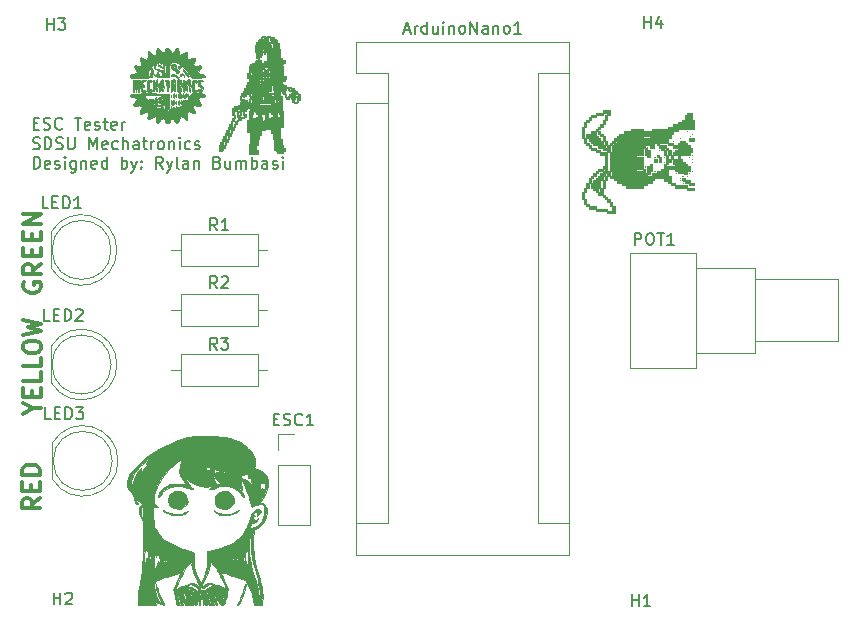
<source format=gbr>
%TF.GenerationSoftware,KiCad,Pcbnew,(5.1.10)-1*%
%TF.CreationDate,2021-09-20T14:14:34-07:00*%
%TF.ProjectId,BumbasiRylan_ElectronicSpeedController,42756d62-6173-4695-9279-6c616e5f456c,rev?*%
%TF.SameCoordinates,Original*%
%TF.FileFunction,Legend,Top*%
%TF.FilePolarity,Positive*%
%FSLAX46Y46*%
G04 Gerber Fmt 4.6, Leading zero omitted, Abs format (unit mm)*
G04 Created by KiCad (PCBNEW (5.1.10)-1) date 2021-09-20 14:14:34*
%MOMM*%
%LPD*%
G01*
G04 APERTURE LIST*
%ADD10C,0.150000*%
%ADD11C,0.300000*%
%ADD12C,0.010000*%
%ADD13C,0.120000*%
G04 APERTURE END LIST*
D10*
X106202795Y-85806971D02*
X106536128Y-85806971D01*
X106678985Y-86330780D02*
X106202795Y-86330780D01*
X106202795Y-85330780D01*
X106678985Y-85330780D01*
X107059938Y-86283161D02*
X107202795Y-86330780D01*
X107440890Y-86330780D01*
X107536128Y-86283161D01*
X107583747Y-86235542D01*
X107631366Y-86140304D01*
X107631366Y-86045066D01*
X107583747Y-85949828D01*
X107536128Y-85902209D01*
X107440890Y-85854590D01*
X107250414Y-85806971D01*
X107155176Y-85759352D01*
X107107557Y-85711733D01*
X107059938Y-85616495D01*
X107059938Y-85521257D01*
X107107557Y-85426019D01*
X107155176Y-85378400D01*
X107250414Y-85330780D01*
X107488509Y-85330780D01*
X107631366Y-85378400D01*
X108631366Y-86235542D02*
X108583747Y-86283161D01*
X108440890Y-86330780D01*
X108345652Y-86330780D01*
X108202795Y-86283161D01*
X108107557Y-86187923D01*
X108059938Y-86092685D01*
X108012319Y-85902209D01*
X108012319Y-85759352D01*
X108059938Y-85568876D01*
X108107557Y-85473638D01*
X108202795Y-85378400D01*
X108345652Y-85330780D01*
X108440890Y-85330780D01*
X108583747Y-85378400D01*
X108631366Y-85426019D01*
X109678985Y-85330780D02*
X110250414Y-85330780D01*
X109964700Y-86330780D02*
X109964700Y-85330780D01*
X110964700Y-86283161D02*
X110869461Y-86330780D01*
X110678985Y-86330780D01*
X110583747Y-86283161D01*
X110536128Y-86187923D01*
X110536128Y-85806971D01*
X110583747Y-85711733D01*
X110678985Y-85664114D01*
X110869461Y-85664114D01*
X110964700Y-85711733D01*
X111012319Y-85806971D01*
X111012319Y-85902209D01*
X110536128Y-85997447D01*
X111393271Y-86283161D02*
X111488509Y-86330780D01*
X111678985Y-86330780D01*
X111774223Y-86283161D01*
X111821842Y-86187923D01*
X111821842Y-86140304D01*
X111774223Y-86045066D01*
X111678985Y-85997447D01*
X111536128Y-85997447D01*
X111440890Y-85949828D01*
X111393271Y-85854590D01*
X111393271Y-85806971D01*
X111440890Y-85711733D01*
X111536128Y-85664114D01*
X111678985Y-85664114D01*
X111774223Y-85711733D01*
X112107557Y-85664114D02*
X112488509Y-85664114D01*
X112250414Y-85330780D02*
X112250414Y-86187923D01*
X112298033Y-86283161D01*
X112393271Y-86330780D01*
X112488509Y-86330780D01*
X113202795Y-86283161D02*
X113107557Y-86330780D01*
X112917080Y-86330780D01*
X112821842Y-86283161D01*
X112774223Y-86187923D01*
X112774223Y-85806971D01*
X112821842Y-85711733D01*
X112917080Y-85664114D01*
X113107557Y-85664114D01*
X113202795Y-85711733D01*
X113250414Y-85806971D01*
X113250414Y-85902209D01*
X112774223Y-85997447D01*
X113678985Y-86330780D02*
X113678985Y-85664114D01*
X113678985Y-85854590D02*
X113726604Y-85759352D01*
X113774223Y-85711733D01*
X113869461Y-85664114D01*
X113964700Y-85664114D01*
X106155176Y-87933161D02*
X106298033Y-87980780D01*
X106536128Y-87980780D01*
X106631366Y-87933161D01*
X106678985Y-87885542D01*
X106726604Y-87790304D01*
X106726604Y-87695066D01*
X106678985Y-87599828D01*
X106631366Y-87552209D01*
X106536128Y-87504590D01*
X106345652Y-87456971D01*
X106250414Y-87409352D01*
X106202795Y-87361733D01*
X106155176Y-87266495D01*
X106155176Y-87171257D01*
X106202795Y-87076019D01*
X106250414Y-87028400D01*
X106345652Y-86980780D01*
X106583747Y-86980780D01*
X106726604Y-87028400D01*
X107155176Y-87980780D02*
X107155176Y-86980780D01*
X107393271Y-86980780D01*
X107536128Y-87028400D01*
X107631366Y-87123638D01*
X107678985Y-87218876D01*
X107726604Y-87409352D01*
X107726604Y-87552209D01*
X107678985Y-87742685D01*
X107631366Y-87837923D01*
X107536128Y-87933161D01*
X107393271Y-87980780D01*
X107155176Y-87980780D01*
X108107557Y-87933161D02*
X108250414Y-87980780D01*
X108488509Y-87980780D01*
X108583747Y-87933161D01*
X108631366Y-87885542D01*
X108678985Y-87790304D01*
X108678985Y-87695066D01*
X108631366Y-87599828D01*
X108583747Y-87552209D01*
X108488509Y-87504590D01*
X108298033Y-87456971D01*
X108202795Y-87409352D01*
X108155176Y-87361733D01*
X108107557Y-87266495D01*
X108107557Y-87171257D01*
X108155176Y-87076019D01*
X108202795Y-87028400D01*
X108298033Y-86980780D01*
X108536128Y-86980780D01*
X108678985Y-87028400D01*
X109107557Y-86980780D02*
X109107557Y-87790304D01*
X109155176Y-87885542D01*
X109202795Y-87933161D01*
X109298033Y-87980780D01*
X109488509Y-87980780D01*
X109583747Y-87933161D01*
X109631366Y-87885542D01*
X109678985Y-87790304D01*
X109678985Y-86980780D01*
X110917080Y-87980780D02*
X110917080Y-86980780D01*
X111250414Y-87695066D01*
X111583747Y-86980780D01*
X111583747Y-87980780D01*
X112440890Y-87933161D02*
X112345652Y-87980780D01*
X112155176Y-87980780D01*
X112059938Y-87933161D01*
X112012319Y-87837923D01*
X112012319Y-87456971D01*
X112059938Y-87361733D01*
X112155176Y-87314114D01*
X112345652Y-87314114D01*
X112440890Y-87361733D01*
X112488509Y-87456971D01*
X112488509Y-87552209D01*
X112012319Y-87647447D01*
X113345652Y-87933161D02*
X113250414Y-87980780D01*
X113059938Y-87980780D01*
X112964700Y-87933161D01*
X112917080Y-87885542D01*
X112869461Y-87790304D01*
X112869461Y-87504590D01*
X112917080Y-87409352D01*
X112964700Y-87361733D01*
X113059938Y-87314114D01*
X113250414Y-87314114D01*
X113345652Y-87361733D01*
X113774223Y-87980780D02*
X113774223Y-86980780D01*
X114202795Y-87980780D02*
X114202795Y-87456971D01*
X114155176Y-87361733D01*
X114059938Y-87314114D01*
X113917080Y-87314114D01*
X113821842Y-87361733D01*
X113774223Y-87409352D01*
X115107557Y-87980780D02*
X115107557Y-87456971D01*
X115059938Y-87361733D01*
X114964700Y-87314114D01*
X114774223Y-87314114D01*
X114678985Y-87361733D01*
X115107557Y-87933161D02*
X115012319Y-87980780D01*
X114774223Y-87980780D01*
X114678985Y-87933161D01*
X114631366Y-87837923D01*
X114631366Y-87742685D01*
X114678985Y-87647447D01*
X114774223Y-87599828D01*
X115012319Y-87599828D01*
X115107557Y-87552209D01*
X115440890Y-87314114D02*
X115821842Y-87314114D01*
X115583747Y-86980780D02*
X115583747Y-87837923D01*
X115631366Y-87933161D01*
X115726604Y-87980780D01*
X115821842Y-87980780D01*
X116155176Y-87980780D02*
X116155176Y-87314114D01*
X116155176Y-87504590D02*
X116202795Y-87409352D01*
X116250414Y-87361733D01*
X116345652Y-87314114D01*
X116440890Y-87314114D01*
X116917080Y-87980780D02*
X116821842Y-87933161D01*
X116774223Y-87885542D01*
X116726604Y-87790304D01*
X116726604Y-87504590D01*
X116774223Y-87409352D01*
X116821842Y-87361733D01*
X116917080Y-87314114D01*
X117059938Y-87314114D01*
X117155176Y-87361733D01*
X117202795Y-87409352D01*
X117250414Y-87504590D01*
X117250414Y-87790304D01*
X117202795Y-87885542D01*
X117155176Y-87933161D01*
X117059938Y-87980780D01*
X116917080Y-87980780D01*
X117678985Y-87314114D02*
X117678985Y-87980780D01*
X117678985Y-87409352D02*
X117726604Y-87361733D01*
X117821842Y-87314114D01*
X117964700Y-87314114D01*
X118059938Y-87361733D01*
X118107557Y-87456971D01*
X118107557Y-87980780D01*
X118583747Y-87980780D02*
X118583747Y-87314114D01*
X118583747Y-86980780D02*
X118536128Y-87028400D01*
X118583747Y-87076019D01*
X118631366Y-87028400D01*
X118583747Y-86980780D01*
X118583747Y-87076019D01*
X119488509Y-87933161D02*
X119393271Y-87980780D01*
X119202795Y-87980780D01*
X119107557Y-87933161D01*
X119059938Y-87885542D01*
X119012319Y-87790304D01*
X119012319Y-87504590D01*
X119059938Y-87409352D01*
X119107557Y-87361733D01*
X119202795Y-87314114D01*
X119393271Y-87314114D01*
X119488509Y-87361733D01*
X119869461Y-87933161D02*
X119964700Y-87980780D01*
X120155176Y-87980780D01*
X120250414Y-87933161D01*
X120298033Y-87837923D01*
X120298033Y-87790304D01*
X120250414Y-87695066D01*
X120155176Y-87647447D01*
X120012319Y-87647447D01*
X119917080Y-87599828D01*
X119869461Y-87504590D01*
X119869461Y-87456971D01*
X119917080Y-87361733D01*
X120012319Y-87314114D01*
X120155176Y-87314114D01*
X120250414Y-87361733D01*
X106202795Y-89630780D02*
X106202795Y-88630780D01*
X106440890Y-88630780D01*
X106583747Y-88678400D01*
X106678985Y-88773638D01*
X106726604Y-88868876D01*
X106774223Y-89059352D01*
X106774223Y-89202209D01*
X106726604Y-89392685D01*
X106678985Y-89487923D01*
X106583747Y-89583161D01*
X106440890Y-89630780D01*
X106202795Y-89630780D01*
X107583747Y-89583161D02*
X107488509Y-89630780D01*
X107298033Y-89630780D01*
X107202795Y-89583161D01*
X107155176Y-89487923D01*
X107155176Y-89106971D01*
X107202795Y-89011733D01*
X107298033Y-88964114D01*
X107488509Y-88964114D01*
X107583747Y-89011733D01*
X107631366Y-89106971D01*
X107631366Y-89202209D01*
X107155176Y-89297447D01*
X108012319Y-89583161D02*
X108107557Y-89630780D01*
X108298033Y-89630780D01*
X108393271Y-89583161D01*
X108440890Y-89487923D01*
X108440890Y-89440304D01*
X108393271Y-89345066D01*
X108298033Y-89297447D01*
X108155176Y-89297447D01*
X108059938Y-89249828D01*
X108012319Y-89154590D01*
X108012319Y-89106971D01*
X108059938Y-89011733D01*
X108155176Y-88964114D01*
X108298033Y-88964114D01*
X108393271Y-89011733D01*
X108869461Y-89630780D02*
X108869461Y-88964114D01*
X108869461Y-88630780D02*
X108821842Y-88678400D01*
X108869461Y-88726019D01*
X108917080Y-88678400D01*
X108869461Y-88630780D01*
X108869461Y-88726019D01*
X109774223Y-88964114D02*
X109774223Y-89773638D01*
X109726604Y-89868876D01*
X109678985Y-89916495D01*
X109583747Y-89964114D01*
X109440890Y-89964114D01*
X109345652Y-89916495D01*
X109774223Y-89583161D02*
X109678985Y-89630780D01*
X109488509Y-89630780D01*
X109393271Y-89583161D01*
X109345652Y-89535542D01*
X109298033Y-89440304D01*
X109298033Y-89154590D01*
X109345652Y-89059352D01*
X109393271Y-89011733D01*
X109488509Y-88964114D01*
X109678985Y-88964114D01*
X109774223Y-89011733D01*
X110250414Y-88964114D02*
X110250414Y-89630780D01*
X110250414Y-89059352D02*
X110298033Y-89011733D01*
X110393271Y-88964114D01*
X110536128Y-88964114D01*
X110631366Y-89011733D01*
X110678985Y-89106971D01*
X110678985Y-89630780D01*
X111536128Y-89583161D02*
X111440890Y-89630780D01*
X111250414Y-89630780D01*
X111155176Y-89583161D01*
X111107557Y-89487923D01*
X111107557Y-89106971D01*
X111155176Y-89011733D01*
X111250414Y-88964114D01*
X111440890Y-88964114D01*
X111536128Y-89011733D01*
X111583747Y-89106971D01*
X111583747Y-89202209D01*
X111107557Y-89297447D01*
X112440890Y-89630780D02*
X112440890Y-88630780D01*
X112440890Y-89583161D02*
X112345652Y-89630780D01*
X112155176Y-89630780D01*
X112059938Y-89583161D01*
X112012319Y-89535542D01*
X111964700Y-89440304D01*
X111964700Y-89154590D01*
X112012319Y-89059352D01*
X112059938Y-89011733D01*
X112155176Y-88964114D01*
X112345652Y-88964114D01*
X112440890Y-89011733D01*
X113678985Y-89630780D02*
X113678985Y-88630780D01*
X113678985Y-89011733D02*
X113774223Y-88964114D01*
X113964700Y-88964114D01*
X114059938Y-89011733D01*
X114107557Y-89059352D01*
X114155176Y-89154590D01*
X114155176Y-89440304D01*
X114107557Y-89535542D01*
X114059938Y-89583161D01*
X113964700Y-89630780D01*
X113774223Y-89630780D01*
X113678985Y-89583161D01*
X114488509Y-88964114D02*
X114726604Y-89630780D01*
X114964700Y-88964114D02*
X114726604Y-89630780D01*
X114631366Y-89868876D01*
X114583747Y-89916495D01*
X114488509Y-89964114D01*
X115345652Y-89535542D02*
X115393271Y-89583161D01*
X115345652Y-89630780D01*
X115298033Y-89583161D01*
X115345652Y-89535542D01*
X115345652Y-89630780D01*
X115345652Y-89011733D02*
X115393271Y-89059352D01*
X115345652Y-89106971D01*
X115298033Y-89059352D01*
X115345652Y-89011733D01*
X115345652Y-89106971D01*
X117155176Y-89630780D02*
X116821842Y-89154590D01*
X116583747Y-89630780D02*
X116583747Y-88630780D01*
X116964700Y-88630780D01*
X117059938Y-88678400D01*
X117107557Y-88726019D01*
X117155176Y-88821257D01*
X117155176Y-88964114D01*
X117107557Y-89059352D01*
X117059938Y-89106971D01*
X116964700Y-89154590D01*
X116583747Y-89154590D01*
X117488509Y-88964114D02*
X117726604Y-89630780D01*
X117964700Y-88964114D02*
X117726604Y-89630780D01*
X117631366Y-89868876D01*
X117583747Y-89916495D01*
X117488509Y-89964114D01*
X118488509Y-89630780D02*
X118393271Y-89583161D01*
X118345652Y-89487923D01*
X118345652Y-88630780D01*
X119298033Y-89630780D02*
X119298033Y-89106971D01*
X119250414Y-89011733D01*
X119155176Y-88964114D01*
X118964700Y-88964114D01*
X118869461Y-89011733D01*
X119298033Y-89583161D02*
X119202795Y-89630780D01*
X118964700Y-89630780D01*
X118869461Y-89583161D01*
X118821842Y-89487923D01*
X118821842Y-89392685D01*
X118869461Y-89297447D01*
X118964700Y-89249828D01*
X119202795Y-89249828D01*
X119298033Y-89202209D01*
X119774223Y-88964114D02*
X119774223Y-89630780D01*
X119774223Y-89059352D02*
X119821842Y-89011733D01*
X119917080Y-88964114D01*
X120059938Y-88964114D01*
X120155176Y-89011733D01*
X120202795Y-89106971D01*
X120202795Y-89630780D01*
X121774223Y-89106971D02*
X121917080Y-89154590D01*
X121964700Y-89202209D01*
X122012319Y-89297447D01*
X122012319Y-89440304D01*
X121964700Y-89535542D01*
X121917080Y-89583161D01*
X121821842Y-89630780D01*
X121440890Y-89630780D01*
X121440890Y-88630780D01*
X121774223Y-88630780D01*
X121869461Y-88678400D01*
X121917080Y-88726019D01*
X121964700Y-88821257D01*
X121964700Y-88916495D01*
X121917080Y-89011733D01*
X121869461Y-89059352D01*
X121774223Y-89106971D01*
X121440890Y-89106971D01*
X122869461Y-88964114D02*
X122869461Y-89630780D01*
X122440890Y-88964114D02*
X122440890Y-89487923D01*
X122488509Y-89583161D01*
X122583747Y-89630780D01*
X122726604Y-89630780D01*
X122821842Y-89583161D01*
X122869461Y-89535542D01*
X123345652Y-89630780D02*
X123345652Y-88964114D01*
X123345652Y-89059352D02*
X123393271Y-89011733D01*
X123488509Y-88964114D01*
X123631366Y-88964114D01*
X123726604Y-89011733D01*
X123774223Y-89106971D01*
X123774223Y-89630780D01*
X123774223Y-89106971D02*
X123821842Y-89011733D01*
X123917080Y-88964114D01*
X124059938Y-88964114D01*
X124155176Y-89011733D01*
X124202795Y-89106971D01*
X124202795Y-89630780D01*
X124678985Y-89630780D02*
X124678985Y-88630780D01*
X124678985Y-89011733D02*
X124774223Y-88964114D01*
X124964700Y-88964114D01*
X125059938Y-89011733D01*
X125107557Y-89059352D01*
X125155176Y-89154590D01*
X125155176Y-89440304D01*
X125107557Y-89535542D01*
X125059938Y-89583161D01*
X124964700Y-89630780D01*
X124774223Y-89630780D01*
X124678985Y-89583161D01*
X126012319Y-89630780D02*
X126012319Y-89106971D01*
X125964700Y-89011733D01*
X125869461Y-88964114D01*
X125678985Y-88964114D01*
X125583747Y-89011733D01*
X126012319Y-89583161D02*
X125917080Y-89630780D01*
X125678985Y-89630780D01*
X125583747Y-89583161D01*
X125536128Y-89487923D01*
X125536128Y-89392685D01*
X125583747Y-89297447D01*
X125678985Y-89249828D01*
X125917080Y-89249828D01*
X126012319Y-89202209D01*
X126440890Y-89583161D02*
X126536128Y-89630780D01*
X126726604Y-89630780D01*
X126821842Y-89583161D01*
X126869461Y-89487923D01*
X126869461Y-89440304D01*
X126821842Y-89345066D01*
X126726604Y-89297447D01*
X126583747Y-89297447D01*
X126488509Y-89249828D01*
X126440890Y-89154590D01*
X126440890Y-89106971D01*
X126488509Y-89011733D01*
X126583747Y-88964114D01*
X126726604Y-88964114D01*
X126821842Y-89011733D01*
X127298033Y-89630780D02*
X127298033Y-88964114D01*
X127298033Y-88630780D02*
X127250414Y-88678400D01*
X127298033Y-88726019D01*
X127345652Y-88678400D01*
X127298033Y-88630780D01*
X127298033Y-88726019D01*
D11*
X106748971Y-117550285D02*
X106034685Y-118050285D01*
X106748971Y-118407428D02*
X105248971Y-118407428D01*
X105248971Y-117836000D01*
X105320400Y-117693142D01*
X105391828Y-117621714D01*
X105534685Y-117550285D01*
X105748971Y-117550285D01*
X105891828Y-117621714D01*
X105963257Y-117693142D01*
X106034685Y-117836000D01*
X106034685Y-118407428D01*
X105963257Y-116907428D02*
X105963257Y-116407428D01*
X106748971Y-116193142D02*
X106748971Y-116907428D01*
X105248971Y-116907428D01*
X105248971Y-116193142D01*
X106748971Y-115550285D02*
X105248971Y-115550285D01*
X105248971Y-115193142D01*
X105320400Y-114978857D01*
X105463257Y-114836000D01*
X105606114Y-114764571D01*
X105891828Y-114693142D01*
X106106114Y-114693142D01*
X106391828Y-114764571D01*
X106534685Y-114836000D01*
X106677542Y-114978857D01*
X106748971Y-115193142D01*
X106748971Y-115550285D01*
X106136285Y-109936314D02*
X106850571Y-109936314D01*
X105350571Y-110436314D02*
X106136285Y-109936314D01*
X105350571Y-109436314D01*
X106064857Y-108936314D02*
X106064857Y-108436314D01*
X106850571Y-108222028D02*
X106850571Y-108936314D01*
X105350571Y-108936314D01*
X105350571Y-108222028D01*
X106850571Y-106864885D02*
X106850571Y-107579171D01*
X105350571Y-107579171D01*
X106850571Y-105650600D02*
X106850571Y-106364885D01*
X105350571Y-106364885D01*
X105350571Y-104864885D02*
X105350571Y-104579171D01*
X105422000Y-104436314D01*
X105564857Y-104293457D01*
X105850571Y-104222028D01*
X106350571Y-104222028D01*
X106636285Y-104293457D01*
X106779142Y-104436314D01*
X106850571Y-104579171D01*
X106850571Y-104864885D01*
X106779142Y-105007742D01*
X106636285Y-105150600D01*
X106350571Y-105222028D01*
X105850571Y-105222028D01*
X105564857Y-105150600D01*
X105422000Y-105007742D01*
X105350571Y-104864885D01*
X105350571Y-103722028D02*
X106850571Y-103364885D01*
X105779142Y-103079171D01*
X106850571Y-102793457D01*
X105350571Y-102436314D01*
X105422000Y-99274000D02*
X105350571Y-99416857D01*
X105350571Y-99631142D01*
X105422000Y-99845428D01*
X105564857Y-99988285D01*
X105707714Y-100059714D01*
X105993428Y-100131142D01*
X106207714Y-100131142D01*
X106493428Y-100059714D01*
X106636285Y-99988285D01*
X106779142Y-99845428D01*
X106850571Y-99631142D01*
X106850571Y-99488285D01*
X106779142Y-99274000D01*
X106707714Y-99202571D01*
X106207714Y-99202571D01*
X106207714Y-99488285D01*
X106850571Y-97702571D02*
X106136285Y-98202571D01*
X106850571Y-98559714D02*
X105350571Y-98559714D01*
X105350571Y-97988285D01*
X105422000Y-97845428D01*
X105493428Y-97774000D01*
X105636285Y-97702571D01*
X105850571Y-97702571D01*
X105993428Y-97774000D01*
X106064857Y-97845428D01*
X106136285Y-97988285D01*
X106136285Y-98559714D01*
X106064857Y-97059714D02*
X106064857Y-96559714D01*
X106850571Y-96345428D02*
X106850571Y-97059714D01*
X105350571Y-97059714D01*
X105350571Y-96345428D01*
X106064857Y-95702571D02*
X106064857Y-95202571D01*
X106850571Y-94988285D02*
X106850571Y-95702571D01*
X105350571Y-95702571D01*
X105350571Y-94988285D01*
X106850571Y-94345428D02*
X105350571Y-94345428D01*
X106850571Y-93488285D01*
X105350571Y-93488285D01*
D12*
%TO.C,G\u002A\u002A\u002A*%
G36*
X125831600Y-81953100D02*
G01*
X125704600Y-81953100D01*
X125704600Y-81826100D01*
X125831600Y-81826100D01*
X125831600Y-81953100D01*
G37*
X125831600Y-81953100D02*
X125704600Y-81953100D01*
X125704600Y-81826100D01*
X125831600Y-81826100D01*
X125831600Y-81953100D01*
G36*
X125704600Y-82080100D02*
G01*
X125577600Y-82080100D01*
X125577600Y-81953100D01*
X125704600Y-81953100D01*
X125704600Y-82080100D01*
G37*
X125704600Y-82080100D02*
X125577600Y-82080100D01*
X125577600Y-81953100D01*
X125704600Y-81953100D01*
X125704600Y-82080100D01*
G36*
X125577600Y-82207100D02*
G01*
X125450600Y-82207100D01*
X125450600Y-82080100D01*
X125577600Y-82080100D01*
X125577600Y-82207100D01*
G37*
X125577600Y-82207100D02*
X125450600Y-82207100D01*
X125450600Y-82080100D01*
X125577600Y-82080100D01*
X125577600Y-82207100D01*
G36*
X127990600Y-83096100D02*
G01*
X127863600Y-83096100D01*
X127863600Y-82969100D01*
X127990600Y-82969100D01*
X127990600Y-83096100D01*
G37*
X127990600Y-83096100D02*
X127863600Y-83096100D01*
X127863600Y-82969100D01*
X127990600Y-82969100D01*
X127990600Y-83096100D01*
G36*
X124180600Y-83477100D02*
G01*
X124053600Y-83477100D01*
X124053600Y-83350100D01*
X124180600Y-83350100D01*
X124180600Y-83477100D01*
G37*
X124180600Y-83477100D02*
X124053600Y-83477100D01*
X124053600Y-83350100D01*
X124180600Y-83350100D01*
X124180600Y-83477100D01*
G36*
X124053600Y-83604100D02*
G01*
X123926600Y-83604100D01*
X123926600Y-83477100D01*
X124053600Y-83477100D01*
X124053600Y-83604100D01*
G37*
X124053600Y-83604100D02*
X123926600Y-83604100D01*
X123926600Y-83477100D01*
X124053600Y-83477100D01*
X124053600Y-83604100D01*
G36*
X123799600Y-84874100D02*
G01*
X123799600Y-85128100D01*
X123672600Y-85128100D01*
X123672600Y-85255100D01*
X123418600Y-85255100D01*
X123418600Y-84874100D01*
X123545600Y-84874100D01*
X123545600Y-85128100D01*
X123672600Y-85128100D01*
X123672600Y-84874100D01*
X123545600Y-84874100D01*
X123545600Y-84747100D01*
X123672600Y-84747100D01*
X123672600Y-84874100D01*
X123799600Y-84874100D01*
G37*
X123799600Y-84874100D02*
X123799600Y-85128100D01*
X123672600Y-85128100D01*
X123672600Y-85255100D01*
X123418600Y-85255100D01*
X123418600Y-84874100D01*
X123545600Y-84874100D01*
X123545600Y-85128100D01*
X123672600Y-85128100D01*
X123672600Y-84874100D01*
X123545600Y-84874100D01*
X123545600Y-84747100D01*
X123672600Y-84747100D01*
X123672600Y-84874100D01*
X123799600Y-84874100D01*
G36*
X128752600Y-83350100D02*
G01*
X128752600Y-83858100D01*
X128625600Y-83858100D01*
X128625600Y-83985100D01*
X128498600Y-83985100D01*
X128498600Y-84112100D01*
X128244600Y-84112100D01*
X128244600Y-83985100D01*
X128117600Y-83985100D01*
X128117600Y-83731100D01*
X128244600Y-83731100D01*
X128244600Y-83985100D01*
X128498600Y-83985100D01*
X128498600Y-83858100D01*
X128625600Y-83858100D01*
X128625600Y-83731100D01*
X128498600Y-83731100D01*
X128498600Y-83604100D01*
X128371600Y-83604100D01*
X128371600Y-83731100D01*
X128244600Y-83731100D01*
X128117600Y-83731100D01*
X127990600Y-83731100D01*
X127990600Y-83604100D01*
X127863600Y-83604100D01*
X127863600Y-83731100D01*
X127609600Y-83731100D01*
X127609600Y-83604100D01*
X127736600Y-83604100D01*
X127736600Y-83477100D01*
X127863600Y-83477100D01*
X127863600Y-83350100D01*
X127990600Y-83350100D01*
X128371600Y-83350100D01*
X128371600Y-83477100D01*
X128498600Y-83477100D01*
X128498600Y-83604100D01*
X128625600Y-83604100D01*
X128625600Y-83350100D01*
X128371600Y-83350100D01*
X127990600Y-83350100D01*
X127990600Y-83223100D01*
X128117600Y-83223100D01*
X128117600Y-83096100D01*
X128244600Y-83096100D01*
X128244600Y-82969100D01*
X128371600Y-82969100D01*
X128371600Y-83096100D01*
X128498600Y-83096100D01*
X128498600Y-83223100D01*
X128625600Y-83223100D01*
X128625600Y-83350100D01*
X128752600Y-83350100D01*
G37*
X128752600Y-83350100D02*
X128752600Y-83858100D01*
X128625600Y-83858100D01*
X128625600Y-83985100D01*
X128498600Y-83985100D01*
X128498600Y-84112100D01*
X128244600Y-84112100D01*
X128244600Y-83985100D01*
X128117600Y-83985100D01*
X128117600Y-83731100D01*
X128244600Y-83731100D01*
X128244600Y-83985100D01*
X128498600Y-83985100D01*
X128498600Y-83858100D01*
X128625600Y-83858100D01*
X128625600Y-83731100D01*
X128498600Y-83731100D01*
X128498600Y-83604100D01*
X128371600Y-83604100D01*
X128371600Y-83731100D01*
X128244600Y-83731100D01*
X128117600Y-83731100D01*
X127990600Y-83731100D01*
X127990600Y-83604100D01*
X127863600Y-83604100D01*
X127863600Y-83731100D01*
X127609600Y-83731100D01*
X127609600Y-83604100D01*
X127736600Y-83604100D01*
X127736600Y-83477100D01*
X127863600Y-83477100D01*
X127863600Y-83350100D01*
X127990600Y-83350100D01*
X128371600Y-83350100D01*
X128371600Y-83477100D01*
X128498600Y-83477100D01*
X128498600Y-83604100D01*
X128625600Y-83604100D01*
X128625600Y-83350100D01*
X128371600Y-83350100D01*
X127990600Y-83350100D01*
X127990600Y-83223100D01*
X128117600Y-83223100D01*
X128117600Y-83096100D01*
X128244600Y-83096100D01*
X128244600Y-82969100D01*
X128371600Y-82969100D01*
X128371600Y-83096100D01*
X128498600Y-83096100D01*
X128498600Y-83223100D01*
X128625600Y-83223100D01*
X128625600Y-83350100D01*
X128752600Y-83350100D01*
G36*
X126593600Y-78524100D02*
G01*
X126593600Y-78651100D01*
X126720600Y-78651100D01*
X126720600Y-78778100D01*
X126847600Y-78778100D01*
X126847600Y-79032100D01*
X126974600Y-79032100D01*
X126974600Y-79540100D01*
X127101600Y-79540100D01*
X127101600Y-80302100D01*
X127228600Y-80302100D01*
X127228600Y-80429100D01*
X127482600Y-80429100D01*
X127482600Y-80683100D01*
X127355600Y-80683100D01*
X127355600Y-80810100D01*
X127228600Y-80810100D01*
X127228600Y-80937100D01*
X127355600Y-80937100D01*
X127355600Y-81826100D01*
X127609600Y-81826100D01*
X127609600Y-82080100D01*
X127482600Y-82080100D01*
X127482600Y-82207100D01*
X127228600Y-82207100D01*
X127228600Y-82461100D01*
X127355600Y-82461100D01*
X127355600Y-82588100D01*
X127609600Y-82588100D01*
X127609600Y-82715100D01*
X127990600Y-82715100D01*
X127990600Y-82842100D01*
X127863600Y-82842100D01*
X127863600Y-82969100D01*
X127736600Y-82969100D01*
X127736600Y-82842100D01*
X127609600Y-82842100D01*
X127609600Y-82969100D01*
X127482600Y-82969100D01*
X127482600Y-83350100D01*
X127355600Y-83350100D01*
X127355600Y-83223100D01*
X127228600Y-83223100D01*
X127228600Y-83096100D01*
X127101600Y-83096100D01*
X127101600Y-83477100D01*
X127228600Y-83477100D01*
X127228600Y-84747100D01*
X127355600Y-84747100D01*
X127355600Y-86144100D01*
X127101600Y-86144100D01*
X127101600Y-87160100D01*
X127228600Y-87160100D01*
X127228600Y-87668100D01*
X127355600Y-87668100D01*
X127355600Y-87922100D01*
X127482600Y-87922100D01*
X127482600Y-88176100D01*
X127355600Y-88176100D01*
X127355600Y-88303100D01*
X126847600Y-88303100D01*
X126847600Y-88176100D01*
X126720600Y-88176100D01*
X126720600Y-88049100D01*
X126593600Y-88049100D01*
X126593600Y-87160100D01*
X126466600Y-87160100D01*
X126466600Y-86652100D01*
X126339600Y-86652100D01*
X126339600Y-86271100D01*
X125831600Y-86271100D01*
X125831600Y-86398100D01*
X125450600Y-86398100D01*
X125450600Y-86779100D01*
X125323600Y-86779100D01*
X125323600Y-87160100D01*
X125196600Y-87160100D01*
X125196600Y-87668100D01*
X125069600Y-87668100D01*
X125069600Y-88049100D01*
X125196600Y-88049100D01*
X125196600Y-88430100D01*
X124434600Y-88430100D01*
X124434600Y-87541100D01*
X124561600Y-87541100D01*
X124561600Y-86652100D01*
X124688600Y-86652100D01*
X124688600Y-86525100D01*
X124307600Y-86525100D01*
X124307600Y-85509100D01*
X124434600Y-85509100D01*
X124434600Y-85001100D01*
X124688600Y-85001100D01*
X124688600Y-85382100D01*
X124942600Y-85382100D01*
X124942600Y-85509100D01*
X125069600Y-85509100D01*
X125069600Y-85255100D01*
X125196600Y-85255100D01*
X125196600Y-85128100D01*
X125323600Y-85128100D01*
X125323600Y-85001100D01*
X125450600Y-85001100D01*
X125450600Y-85255100D01*
X125577600Y-85255100D01*
X125577600Y-85636100D01*
X125704600Y-85636100D01*
X125704600Y-85509100D01*
X125831600Y-85509100D01*
X125831600Y-84874100D01*
X126085600Y-84874100D01*
X126085600Y-85382100D01*
X126212600Y-85382100D01*
X126212600Y-85636100D01*
X126339600Y-85636100D01*
X126339600Y-85255100D01*
X126466600Y-85255100D01*
X126466600Y-85128100D01*
X126593600Y-85128100D01*
X126593600Y-85001100D01*
X126720600Y-85001100D01*
X126720600Y-85128100D01*
X126847600Y-85128100D01*
X126847600Y-85255100D01*
X126974600Y-85255100D01*
X126974600Y-85509100D01*
X127101600Y-85509100D01*
X127101600Y-85001100D01*
X126974600Y-85001100D01*
X126974600Y-84874100D01*
X126847600Y-84874100D01*
X126847600Y-85001100D01*
X126720600Y-85001100D01*
X126593600Y-85001100D01*
X126339600Y-85001100D01*
X126339600Y-84874100D01*
X126085600Y-84874100D01*
X125831600Y-84874100D01*
X125704600Y-84874100D01*
X125704600Y-85001100D01*
X125450600Y-85001100D01*
X125323600Y-85001100D01*
X125069600Y-85001100D01*
X125069600Y-84874100D01*
X124942600Y-84874100D01*
X124942600Y-84747100D01*
X124815600Y-84747100D01*
X124815600Y-85001100D01*
X124688600Y-85001100D01*
X124434600Y-85001100D01*
X124434600Y-84747100D01*
X124561600Y-84747100D01*
X124561600Y-84112100D01*
X124434600Y-84112100D01*
X124434600Y-84493100D01*
X124307600Y-84493100D01*
X124307600Y-84620100D01*
X124180600Y-84620100D01*
X124180600Y-84747100D01*
X124053600Y-84747100D01*
X124053600Y-85001100D01*
X124180600Y-85001100D01*
X124180600Y-85255100D01*
X124053600Y-85255100D01*
X124053600Y-85382100D01*
X123799600Y-85382100D01*
X123799600Y-85509100D01*
X123545600Y-85509100D01*
X123545600Y-85636100D01*
X123418600Y-85636100D01*
X123418600Y-85890100D01*
X123291600Y-85890100D01*
X123291600Y-86144100D01*
X123164600Y-86144100D01*
X123164600Y-86398100D01*
X123037600Y-86398100D01*
X123037600Y-86652100D01*
X122910600Y-86652100D01*
X122910600Y-86906100D01*
X122783600Y-86906100D01*
X122783600Y-87160100D01*
X122656600Y-87160100D01*
X122656600Y-87414100D01*
X122529600Y-87414100D01*
X122529600Y-87668100D01*
X122402600Y-87668100D01*
X122402600Y-87922100D01*
X122275600Y-87922100D01*
X122275600Y-88049100D01*
X122148600Y-88049100D01*
X122148600Y-88176100D01*
X121894600Y-88176100D01*
X121894600Y-87668100D01*
X122021600Y-87668100D01*
X122148600Y-87668100D01*
X122148600Y-87922100D01*
X122275600Y-87922100D01*
X122275600Y-87668100D01*
X122148600Y-87668100D01*
X122021600Y-87668100D01*
X122021600Y-87414100D01*
X122148600Y-87414100D01*
X122148600Y-87287100D01*
X122275600Y-87287100D01*
X122275600Y-87668100D01*
X122402600Y-87668100D01*
X122402600Y-87414100D01*
X122529600Y-87414100D01*
X122529600Y-87160100D01*
X122656600Y-87160100D01*
X122656600Y-86906100D01*
X122783600Y-86906100D01*
X122783600Y-86652100D01*
X122656600Y-86652100D01*
X122656600Y-86779100D01*
X122529600Y-86779100D01*
X122529600Y-87033100D01*
X122402600Y-87033100D01*
X122402600Y-87287100D01*
X122275600Y-87287100D01*
X122148600Y-87287100D01*
X122148600Y-87160100D01*
X122275600Y-87160100D01*
X122275600Y-86906100D01*
X122402600Y-86906100D01*
X122402600Y-86652100D01*
X122529600Y-86652100D01*
X122529600Y-86398100D01*
X122656600Y-86398100D01*
X122656600Y-86271100D01*
X122783600Y-86271100D01*
X122783600Y-86652100D01*
X122910600Y-86652100D01*
X122910600Y-86398100D01*
X123037600Y-86398100D01*
X123037600Y-86144100D01*
X123164600Y-86144100D01*
X123164600Y-85890100D01*
X123291600Y-85890100D01*
X123291600Y-85636100D01*
X123418600Y-85636100D01*
X123418600Y-85509100D01*
X123545600Y-85509100D01*
X123545600Y-85382100D01*
X123799600Y-85382100D01*
X123799600Y-85255100D01*
X124053600Y-85255100D01*
X124053600Y-85128100D01*
X123926600Y-85128100D01*
X123926600Y-84747100D01*
X123672600Y-84747100D01*
X123672600Y-84620100D01*
X123418600Y-84620100D01*
X123418600Y-84747100D01*
X123291600Y-84747100D01*
X123291600Y-84493100D01*
X123164600Y-84493100D01*
X123164600Y-85128100D01*
X123291600Y-85128100D01*
X123291600Y-85382100D01*
X123164600Y-85382100D01*
X123164600Y-85636100D01*
X123037600Y-85636100D01*
X123037600Y-86017100D01*
X122910600Y-86017100D01*
X122910600Y-86271100D01*
X122783600Y-86271100D01*
X122656600Y-86271100D01*
X122656600Y-86144100D01*
X122783600Y-86144100D01*
X122783600Y-85890100D01*
X122910600Y-85890100D01*
X122910600Y-85636100D01*
X123037600Y-85636100D01*
X123037600Y-85382100D01*
X123164600Y-85382100D01*
X123164600Y-85128100D01*
X123037600Y-85128100D01*
X123037600Y-84493100D01*
X123164600Y-84493100D01*
X123164600Y-84366100D01*
X123418600Y-84366100D01*
X123418600Y-84493100D01*
X123545600Y-84493100D01*
X123799600Y-84493100D01*
X123799600Y-84620100D01*
X123926600Y-84620100D01*
X123926600Y-84747100D01*
X124053600Y-84747100D01*
X124053600Y-84620100D01*
X124180600Y-84620100D01*
X124180600Y-84493100D01*
X123799600Y-84493100D01*
X123545600Y-84493100D01*
X123545600Y-84239100D01*
X123672600Y-84239100D01*
X123926600Y-84239100D01*
X123926600Y-84366100D01*
X124180600Y-84366100D01*
X124180600Y-84493100D01*
X124307600Y-84493100D01*
X124307600Y-84366100D01*
X124180600Y-84366100D01*
X124180600Y-84239100D01*
X123926600Y-84239100D01*
X123672600Y-84239100D01*
X123672600Y-83985100D01*
X123799600Y-83985100D01*
X123799600Y-83858100D01*
X123672600Y-83858100D01*
X123672600Y-83477100D01*
X123799600Y-83477100D01*
X123799600Y-83731100D01*
X124053600Y-83731100D01*
X124053600Y-83858100D01*
X124307600Y-83858100D01*
X124307600Y-83985100D01*
X124434600Y-83985100D01*
X124434600Y-83731100D01*
X124561600Y-83731100D01*
X124561600Y-84112100D01*
X124688600Y-84112100D01*
X124688600Y-83985100D01*
X124942600Y-83985100D01*
X124942600Y-84112100D01*
X125323600Y-84112100D01*
X125323600Y-84239100D01*
X126339600Y-84239100D01*
X126339600Y-84112100D01*
X125577600Y-84112100D01*
X125577600Y-83985100D01*
X126339600Y-83985100D01*
X126339600Y-84112100D01*
X126720600Y-84112100D01*
X126720600Y-83858100D01*
X126847600Y-83858100D01*
X126847600Y-83985100D01*
X126974600Y-83985100D01*
X126974600Y-83858100D01*
X126847600Y-83858100D01*
X126720600Y-83858100D01*
X126720600Y-83731100D01*
X126593600Y-83731100D01*
X126593600Y-83985100D01*
X126339600Y-83985100D01*
X125577600Y-83985100D01*
X125577600Y-83858100D01*
X125450600Y-83858100D01*
X125450600Y-84112100D01*
X125323600Y-84112100D01*
X125323600Y-83985100D01*
X124942600Y-83985100D01*
X124688600Y-83985100D01*
X124688600Y-83731100D01*
X124561600Y-83731100D01*
X124561600Y-83477100D01*
X124434600Y-83477100D01*
X124434600Y-83350100D01*
X124180600Y-83350100D01*
X124180600Y-83223100D01*
X124561600Y-83223100D01*
X124561600Y-83477100D01*
X124688600Y-83477100D01*
X125577600Y-83477100D01*
X125577600Y-83858100D01*
X125704600Y-83858100D01*
X125704600Y-83477100D01*
X125577600Y-83477100D01*
X124688600Y-83477100D01*
X124688600Y-83350100D01*
X124815600Y-83350100D01*
X124815600Y-83223100D01*
X125704600Y-83223100D01*
X125704600Y-83477100D01*
X125831600Y-83477100D01*
X125831600Y-83223100D01*
X125704600Y-83223100D01*
X124815600Y-83223100D01*
X124815600Y-83096100D01*
X124688600Y-83096100D01*
X124688600Y-83223100D01*
X124561600Y-83223100D01*
X124180600Y-83223100D01*
X123926600Y-83223100D01*
X123926600Y-83477100D01*
X123799600Y-83477100D01*
X123799600Y-83223100D01*
X123926600Y-83223100D01*
X123926600Y-83096100D01*
X124053600Y-83096100D01*
X124053600Y-82842100D01*
X124180600Y-82842100D01*
X125450600Y-82842100D01*
X125450600Y-82969100D01*
X125577600Y-82969100D01*
X125577600Y-83096100D01*
X125958600Y-83096100D01*
X126085600Y-83096100D01*
X126085600Y-83223100D01*
X126212600Y-83223100D01*
X126212600Y-83350100D01*
X126339600Y-83350100D01*
X126339600Y-83477100D01*
X126466600Y-83477100D01*
X126466600Y-83604100D01*
X126593600Y-83604100D01*
X126720600Y-83604100D01*
X126720600Y-83731100D01*
X126847600Y-83731100D01*
X126847600Y-83604100D01*
X126720600Y-83604100D01*
X126593600Y-83604100D01*
X126593600Y-83350100D01*
X126339600Y-83350100D01*
X126339600Y-83223100D01*
X126593600Y-83223100D01*
X126593600Y-82969100D01*
X126466600Y-82969100D01*
X126466600Y-82588100D01*
X126339600Y-82588100D01*
X126339600Y-83096100D01*
X126085600Y-83096100D01*
X125958600Y-83096100D01*
X125958600Y-82969100D01*
X125831600Y-82969100D01*
X125831600Y-82207100D01*
X126339600Y-82207100D01*
X126339600Y-82334100D01*
X126466600Y-82334100D01*
X126466600Y-82207100D01*
X126339600Y-82207100D01*
X125831600Y-82207100D01*
X125704600Y-82207100D01*
X125704600Y-82969100D01*
X125577600Y-82969100D01*
X125577600Y-82842100D01*
X125450600Y-82842100D01*
X124180600Y-82842100D01*
X124180600Y-82588100D01*
X124307600Y-82588100D01*
X124307600Y-82334100D01*
X124434600Y-82334100D01*
X125323600Y-82334100D01*
X125323600Y-82461100D01*
X125450600Y-82461100D01*
X125450600Y-82334100D01*
X125323600Y-82334100D01*
X124434600Y-82334100D01*
X124434600Y-82080100D01*
X125323600Y-82080100D01*
X125323600Y-82207100D01*
X125450600Y-82207100D01*
X125450600Y-82334100D01*
X125577600Y-82334100D01*
X125577600Y-82207100D01*
X125704600Y-82207100D01*
X125704600Y-82080100D01*
X125831600Y-82080100D01*
X125831600Y-81953100D01*
X125958600Y-81953100D01*
X125958600Y-81826100D01*
X126085600Y-81826100D01*
X126085600Y-81953100D01*
X126212600Y-81953100D01*
X126212600Y-82080100D01*
X126339600Y-82080100D01*
X126339600Y-81953100D01*
X126212600Y-81953100D01*
X126212600Y-81826100D01*
X126466600Y-81826100D01*
X126466600Y-82207100D01*
X126593600Y-82207100D01*
X126593600Y-81826100D01*
X126466600Y-81826100D01*
X126212600Y-81826100D01*
X126085600Y-81826100D01*
X125958600Y-81826100D01*
X125831600Y-81826100D01*
X125831600Y-81699100D01*
X125704600Y-81699100D01*
X125704600Y-81826100D01*
X125577600Y-81826100D01*
X125577600Y-81953100D01*
X125450600Y-81953100D01*
X125450600Y-82080100D01*
X125323600Y-82080100D01*
X124434600Y-82080100D01*
X124434600Y-81953100D01*
X124307600Y-81953100D01*
X124307600Y-81699100D01*
X124434600Y-81699100D01*
X124434600Y-81826100D01*
X124561600Y-81826100D01*
X124561600Y-81699100D01*
X124434600Y-81699100D01*
X124307600Y-81699100D01*
X124307600Y-81572100D01*
X124434600Y-81572100D01*
X124434600Y-81445100D01*
X124561600Y-81445100D01*
X124561600Y-81699100D01*
X124688600Y-81699100D01*
X124688600Y-81445100D01*
X124561600Y-81445100D01*
X124434600Y-81445100D01*
X124434600Y-81191100D01*
X125577600Y-81191100D01*
X125577600Y-81445100D01*
X125704600Y-81445100D01*
X125831600Y-81445100D01*
X125831600Y-81572100D01*
X126212600Y-81572100D01*
X126212600Y-81318100D01*
X126085600Y-81318100D01*
X126085600Y-81445100D01*
X125831600Y-81445100D01*
X125704600Y-81445100D01*
X125704600Y-81191100D01*
X125577600Y-81191100D01*
X124434600Y-81191100D01*
X124434600Y-81064100D01*
X125704600Y-81064100D01*
X125704600Y-81191100D01*
X125831600Y-81191100D01*
X125831600Y-81318100D01*
X125958600Y-81318100D01*
X125958600Y-81191100D01*
X126085600Y-81191100D01*
X126085600Y-81064100D01*
X125704600Y-81064100D01*
X124434600Y-81064100D01*
X124434600Y-80937100D01*
X124561600Y-80937100D01*
X124561600Y-80810100D01*
X124688600Y-80810100D01*
X124688600Y-80683100D01*
X124942600Y-80683100D01*
X124942600Y-80556100D01*
X125069600Y-80556100D01*
X125069600Y-80429100D01*
X125196600Y-80429100D01*
X125196600Y-80302100D01*
X125069600Y-80302100D01*
X125069600Y-80175100D01*
X125196600Y-80175100D01*
X125196600Y-80302100D01*
X125323600Y-80302100D01*
X125323600Y-80429100D01*
X125450600Y-80429100D01*
X125450600Y-80683100D01*
X125704600Y-80683100D01*
X125704600Y-80556100D01*
X125958600Y-80556100D01*
X125958600Y-79794100D01*
X125831600Y-79794100D01*
X125831600Y-79921100D01*
X125704600Y-79921100D01*
X125704600Y-79794100D01*
X125577600Y-79794100D01*
X125577600Y-80048100D01*
X125450600Y-80048100D01*
X125450600Y-80175100D01*
X125196600Y-80175100D01*
X125069600Y-80175100D01*
X125069600Y-79794100D01*
X124942600Y-79794100D01*
X124942600Y-79540100D01*
X125577600Y-79540100D01*
X125577600Y-79667100D01*
X125704600Y-79667100D01*
X125704600Y-79540100D01*
X125577600Y-79540100D01*
X124942600Y-79540100D01*
X124942600Y-79159100D01*
X125069600Y-79159100D01*
X125069600Y-78905100D01*
X125196600Y-78905100D01*
X125196600Y-78778100D01*
X125323600Y-78778100D01*
X125323600Y-78651100D01*
X125450600Y-78651100D01*
X125450600Y-78524100D01*
X125577600Y-78524100D01*
X125577600Y-78651100D01*
X125704600Y-78651100D01*
X125831600Y-78651100D01*
X125831600Y-78778100D01*
X126085600Y-78778100D01*
X126085600Y-78905100D01*
X126212600Y-78905100D01*
X126212600Y-79159100D01*
X126339600Y-79159100D01*
X126339600Y-79413100D01*
X126466600Y-79413100D01*
X126466600Y-79032100D01*
X126339600Y-79032100D01*
X126339600Y-78778100D01*
X126212600Y-78778100D01*
X126212600Y-78524100D01*
X126085600Y-78524100D01*
X126085600Y-78651100D01*
X125831600Y-78651100D01*
X125704600Y-78651100D01*
X125704600Y-78524100D01*
X125577600Y-78524100D01*
X125577600Y-78397100D01*
X125831600Y-78397100D01*
X125831600Y-78524100D01*
X125958600Y-78524100D01*
X125958600Y-78397100D01*
X126212600Y-78397100D01*
X126212600Y-78524100D01*
X126593600Y-78524100D01*
G37*
X126593600Y-78524100D02*
X126593600Y-78651100D01*
X126720600Y-78651100D01*
X126720600Y-78778100D01*
X126847600Y-78778100D01*
X126847600Y-79032100D01*
X126974600Y-79032100D01*
X126974600Y-79540100D01*
X127101600Y-79540100D01*
X127101600Y-80302100D01*
X127228600Y-80302100D01*
X127228600Y-80429100D01*
X127482600Y-80429100D01*
X127482600Y-80683100D01*
X127355600Y-80683100D01*
X127355600Y-80810100D01*
X127228600Y-80810100D01*
X127228600Y-80937100D01*
X127355600Y-80937100D01*
X127355600Y-81826100D01*
X127609600Y-81826100D01*
X127609600Y-82080100D01*
X127482600Y-82080100D01*
X127482600Y-82207100D01*
X127228600Y-82207100D01*
X127228600Y-82461100D01*
X127355600Y-82461100D01*
X127355600Y-82588100D01*
X127609600Y-82588100D01*
X127609600Y-82715100D01*
X127990600Y-82715100D01*
X127990600Y-82842100D01*
X127863600Y-82842100D01*
X127863600Y-82969100D01*
X127736600Y-82969100D01*
X127736600Y-82842100D01*
X127609600Y-82842100D01*
X127609600Y-82969100D01*
X127482600Y-82969100D01*
X127482600Y-83350100D01*
X127355600Y-83350100D01*
X127355600Y-83223100D01*
X127228600Y-83223100D01*
X127228600Y-83096100D01*
X127101600Y-83096100D01*
X127101600Y-83477100D01*
X127228600Y-83477100D01*
X127228600Y-84747100D01*
X127355600Y-84747100D01*
X127355600Y-86144100D01*
X127101600Y-86144100D01*
X127101600Y-87160100D01*
X127228600Y-87160100D01*
X127228600Y-87668100D01*
X127355600Y-87668100D01*
X127355600Y-87922100D01*
X127482600Y-87922100D01*
X127482600Y-88176100D01*
X127355600Y-88176100D01*
X127355600Y-88303100D01*
X126847600Y-88303100D01*
X126847600Y-88176100D01*
X126720600Y-88176100D01*
X126720600Y-88049100D01*
X126593600Y-88049100D01*
X126593600Y-87160100D01*
X126466600Y-87160100D01*
X126466600Y-86652100D01*
X126339600Y-86652100D01*
X126339600Y-86271100D01*
X125831600Y-86271100D01*
X125831600Y-86398100D01*
X125450600Y-86398100D01*
X125450600Y-86779100D01*
X125323600Y-86779100D01*
X125323600Y-87160100D01*
X125196600Y-87160100D01*
X125196600Y-87668100D01*
X125069600Y-87668100D01*
X125069600Y-88049100D01*
X125196600Y-88049100D01*
X125196600Y-88430100D01*
X124434600Y-88430100D01*
X124434600Y-87541100D01*
X124561600Y-87541100D01*
X124561600Y-86652100D01*
X124688600Y-86652100D01*
X124688600Y-86525100D01*
X124307600Y-86525100D01*
X124307600Y-85509100D01*
X124434600Y-85509100D01*
X124434600Y-85001100D01*
X124688600Y-85001100D01*
X124688600Y-85382100D01*
X124942600Y-85382100D01*
X124942600Y-85509100D01*
X125069600Y-85509100D01*
X125069600Y-85255100D01*
X125196600Y-85255100D01*
X125196600Y-85128100D01*
X125323600Y-85128100D01*
X125323600Y-85001100D01*
X125450600Y-85001100D01*
X125450600Y-85255100D01*
X125577600Y-85255100D01*
X125577600Y-85636100D01*
X125704600Y-85636100D01*
X125704600Y-85509100D01*
X125831600Y-85509100D01*
X125831600Y-84874100D01*
X126085600Y-84874100D01*
X126085600Y-85382100D01*
X126212600Y-85382100D01*
X126212600Y-85636100D01*
X126339600Y-85636100D01*
X126339600Y-85255100D01*
X126466600Y-85255100D01*
X126466600Y-85128100D01*
X126593600Y-85128100D01*
X126593600Y-85001100D01*
X126720600Y-85001100D01*
X126720600Y-85128100D01*
X126847600Y-85128100D01*
X126847600Y-85255100D01*
X126974600Y-85255100D01*
X126974600Y-85509100D01*
X127101600Y-85509100D01*
X127101600Y-85001100D01*
X126974600Y-85001100D01*
X126974600Y-84874100D01*
X126847600Y-84874100D01*
X126847600Y-85001100D01*
X126720600Y-85001100D01*
X126593600Y-85001100D01*
X126339600Y-85001100D01*
X126339600Y-84874100D01*
X126085600Y-84874100D01*
X125831600Y-84874100D01*
X125704600Y-84874100D01*
X125704600Y-85001100D01*
X125450600Y-85001100D01*
X125323600Y-85001100D01*
X125069600Y-85001100D01*
X125069600Y-84874100D01*
X124942600Y-84874100D01*
X124942600Y-84747100D01*
X124815600Y-84747100D01*
X124815600Y-85001100D01*
X124688600Y-85001100D01*
X124434600Y-85001100D01*
X124434600Y-84747100D01*
X124561600Y-84747100D01*
X124561600Y-84112100D01*
X124434600Y-84112100D01*
X124434600Y-84493100D01*
X124307600Y-84493100D01*
X124307600Y-84620100D01*
X124180600Y-84620100D01*
X124180600Y-84747100D01*
X124053600Y-84747100D01*
X124053600Y-85001100D01*
X124180600Y-85001100D01*
X124180600Y-85255100D01*
X124053600Y-85255100D01*
X124053600Y-85382100D01*
X123799600Y-85382100D01*
X123799600Y-85509100D01*
X123545600Y-85509100D01*
X123545600Y-85636100D01*
X123418600Y-85636100D01*
X123418600Y-85890100D01*
X123291600Y-85890100D01*
X123291600Y-86144100D01*
X123164600Y-86144100D01*
X123164600Y-86398100D01*
X123037600Y-86398100D01*
X123037600Y-86652100D01*
X122910600Y-86652100D01*
X122910600Y-86906100D01*
X122783600Y-86906100D01*
X122783600Y-87160100D01*
X122656600Y-87160100D01*
X122656600Y-87414100D01*
X122529600Y-87414100D01*
X122529600Y-87668100D01*
X122402600Y-87668100D01*
X122402600Y-87922100D01*
X122275600Y-87922100D01*
X122275600Y-88049100D01*
X122148600Y-88049100D01*
X122148600Y-88176100D01*
X121894600Y-88176100D01*
X121894600Y-87668100D01*
X122021600Y-87668100D01*
X122148600Y-87668100D01*
X122148600Y-87922100D01*
X122275600Y-87922100D01*
X122275600Y-87668100D01*
X122148600Y-87668100D01*
X122021600Y-87668100D01*
X122021600Y-87414100D01*
X122148600Y-87414100D01*
X122148600Y-87287100D01*
X122275600Y-87287100D01*
X122275600Y-87668100D01*
X122402600Y-87668100D01*
X122402600Y-87414100D01*
X122529600Y-87414100D01*
X122529600Y-87160100D01*
X122656600Y-87160100D01*
X122656600Y-86906100D01*
X122783600Y-86906100D01*
X122783600Y-86652100D01*
X122656600Y-86652100D01*
X122656600Y-86779100D01*
X122529600Y-86779100D01*
X122529600Y-87033100D01*
X122402600Y-87033100D01*
X122402600Y-87287100D01*
X122275600Y-87287100D01*
X122148600Y-87287100D01*
X122148600Y-87160100D01*
X122275600Y-87160100D01*
X122275600Y-86906100D01*
X122402600Y-86906100D01*
X122402600Y-86652100D01*
X122529600Y-86652100D01*
X122529600Y-86398100D01*
X122656600Y-86398100D01*
X122656600Y-86271100D01*
X122783600Y-86271100D01*
X122783600Y-86652100D01*
X122910600Y-86652100D01*
X122910600Y-86398100D01*
X123037600Y-86398100D01*
X123037600Y-86144100D01*
X123164600Y-86144100D01*
X123164600Y-85890100D01*
X123291600Y-85890100D01*
X123291600Y-85636100D01*
X123418600Y-85636100D01*
X123418600Y-85509100D01*
X123545600Y-85509100D01*
X123545600Y-85382100D01*
X123799600Y-85382100D01*
X123799600Y-85255100D01*
X124053600Y-85255100D01*
X124053600Y-85128100D01*
X123926600Y-85128100D01*
X123926600Y-84747100D01*
X123672600Y-84747100D01*
X123672600Y-84620100D01*
X123418600Y-84620100D01*
X123418600Y-84747100D01*
X123291600Y-84747100D01*
X123291600Y-84493100D01*
X123164600Y-84493100D01*
X123164600Y-85128100D01*
X123291600Y-85128100D01*
X123291600Y-85382100D01*
X123164600Y-85382100D01*
X123164600Y-85636100D01*
X123037600Y-85636100D01*
X123037600Y-86017100D01*
X122910600Y-86017100D01*
X122910600Y-86271100D01*
X122783600Y-86271100D01*
X122656600Y-86271100D01*
X122656600Y-86144100D01*
X122783600Y-86144100D01*
X122783600Y-85890100D01*
X122910600Y-85890100D01*
X122910600Y-85636100D01*
X123037600Y-85636100D01*
X123037600Y-85382100D01*
X123164600Y-85382100D01*
X123164600Y-85128100D01*
X123037600Y-85128100D01*
X123037600Y-84493100D01*
X123164600Y-84493100D01*
X123164600Y-84366100D01*
X123418600Y-84366100D01*
X123418600Y-84493100D01*
X123545600Y-84493100D01*
X123799600Y-84493100D01*
X123799600Y-84620100D01*
X123926600Y-84620100D01*
X123926600Y-84747100D01*
X124053600Y-84747100D01*
X124053600Y-84620100D01*
X124180600Y-84620100D01*
X124180600Y-84493100D01*
X123799600Y-84493100D01*
X123545600Y-84493100D01*
X123545600Y-84239100D01*
X123672600Y-84239100D01*
X123926600Y-84239100D01*
X123926600Y-84366100D01*
X124180600Y-84366100D01*
X124180600Y-84493100D01*
X124307600Y-84493100D01*
X124307600Y-84366100D01*
X124180600Y-84366100D01*
X124180600Y-84239100D01*
X123926600Y-84239100D01*
X123672600Y-84239100D01*
X123672600Y-83985100D01*
X123799600Y-83985100D01*
X123799600Y-83858100D01*
X123672600Y-83858100D01*
X123672600Y-83477100D01*
X123799600Y-83477100D01*
X123799600Y-83731100D01*
X124053600Y-83731100D01*
X124053600Y-83858100D01*
X124307600Y-83858100D01*
X124307600Y-83985100D01*
X124434600Y-83985100D01*
X124434600Y-83731100D01*
X124561600Y-83731100D01*
X124561600Y-84112100D01*
X124688600Y-84112100D01*
X124688600Y-83985100D01*
X124942600Y-83985100D01*
X124942600Y-84112100D01*
X125323600Y-84112100D01*
X125323600Y-84239100D01*
X126339600Y-84239100D01*
X126339600Y-84112100D01*
X125577600Y-84112100D01*
X125577600Y-83985100D01*
X126339600Y-83985100D01*
X126339600Y-84112100D01*
X126720600Y-84112100D01*
X126720600Y-83858100D01*
X126847600Y-83858100D01*
X126847600Y-83985100D01*
X126974600Y-83985100D01*
X126974600Y-83858100D01*
X126847600Y-83858100D01*
X126720600Y-83858100D01*
X126720600Y-83731100D01*
X126593600Y-83731100D01*
X126593600Y-83985100D01*
X126339600Y-83985100D01*
X125577600Y-83985100D01*
X125577600Y-83858100D01*
X125450600Y-83858100D01*
X125450600Y-84112100D01*
X125323600Y-84112100D01*
X125323600Y-83985100D01*
X124942600Y-83985100D01*
X124688600Y-83985100D01*
X124688600Y-83731100D01*
X124561600Y-83731100D01*
X124561600Y-83477100D01*
X124434600Y-83477100D01*
X124434600Y-83350100D01*
X124180600Y-83350100D01*
X124180600Y-83223100D01*
X124561600Y-83223100D01*
X124561600Y-83477100D01*
X124688600Y-83477100D01*
X125577600Y-83477100D01*
X125577600Y-83858100D01*
X125704600Y-83858100D01*
X125704600Y-83477100D01*
X125577600Y-83477100D01*
X124688600Y-83477100D01*
X124688600Y-83350100D01*
X124815600Y-83350100D01*
X124815600Y-83223100D01*
X125704600Y-83223100D01*
X125704600Y-83477100D01*
X125831600Y-83477100D01*
X125831600Y-83223100D01*
X125704600Y-83223100D01*
X124815600Y-83223100D01*
X124815600Y-83096100D01*
X124688600Y-83096100D01*
X124688600Y-83223100D01*
X124561600Y-83223100D01*
X124180600Y-83223100D01*
X123926600Y-83223100D01*
X123926600Y-83477100D01*
X123799600Y-83477100D01*
X123799600Y-83223100D01*
X123926600Y-83223100D01*
X123926600Y-83096100D01*
X124053600Y-83096100D01*
X124053600Y-82842100D01*
X124180600Y-82842100D01*
X125450600Y-82842100D01*
X125450600Y-82969100D01*
X125577600Y-82969100D01*
X125577600Y-83096100D01*
X125958600Y-83096100D01*
X126085600Y-83096100D01*
X126085600Y-83223100D01*
X126212600Y-83223100D01*
X126212600Y-83350100D01*
X126339600Y-83350100D01*
X126339600Y-83477100D01*
X126466600Y-83477100D01*
X126466600Y-83604100D01*
X126593600Y-83604100D01*
X126720600Y-83604100D01*
X126720600Y-83731100D01*
X126847600Y-83731100D01*
X126847600Y-83604100D01*
X126720600Y-83604100D01*
X126593600Y-83604100D01*
X126593600Y-83350100D01*
X126339600Y-83350100D01*
X126339600Y-83223100D01*
X126593600Y-83223100D01*
X126593600Y-82969100D01*
X126466600Y-82969100D01*
X126466600Y-82588100D01*
X126339600Y-82588100D01*
X126339600Y-83096100D01*
X126085600Y-83096100D01*
X125958600Y-83096100D01*
X125958600Y-82969100D01*
X125831600Y-82969100D01*
X125831600Y-82207100D01*
X126339600Y-82207100D01*
X126339600Y-82334100D01*
X126466600Y-82334100D01*
X126466600Y-82207100D01*
X126339600Y-82207100D01*
X125831600Y-82207100D01*
X125704600Y-82207100D01*
X125704600Y-82969100D01*
X125577600Y-82969100D01*
X125577600Y-82842100D01*
X125450600Y-82842100D01*
X124180600Y-82842100D01*
X124180600Y-82588100D01*
X124307600Y-82588100D01*
X124307600Y-82334100D01*
X124434600Y-82334100D01*
X125323600Y-82334100D01*
X125323600Y-82461100D01*
X125450600Y-82461100D01*
X125450600Y-82334100D01*
X125323600Y-82334100D01*
X124434600Y-82334100D01*
X124434600Y-82080100D01*
X125323600Y-82080100D01*
X125323600Y-82207100D01*
X125450600Y-82207100D01*
X125450600Y-82334100D01*
X125577600Y-82334100D01*
X125577600Y-82207100D01*
X125704600Y-82207100D01*
X125704600Y-82080100D01*
X125831600Y-82080100D01*
X125831600Y-81953100D01*
X125958600Y-81953100D01*
X125958600Y-81826100D01*
X126085600Y-81826100D01*
X126085600Y-81953100D01*
X126212600Y-81953100D01*
X126212600Y-82080100D01*
X126339600Y-82080100D01*
X126339600Y-81953100D01*
X126212600Y-81953100D01*
X126212600Y-81826100D01*
X126466600Y-81826100D01*
X126466600Y-82207100D01*
X126593600Y-82207100D01*
X126593600Y-81826100D01*
X126466600Y-81826100D01*
X126212600Y-81826100D01*
X126085600Y-81826100D01*
X125958600Y-81826100D01*
X125831600Y-81826100D01*
X125831600Y-81699100D01*
X125704600Y-81699100D01*
X125704600Y-81826100D01*
X125577600Y-81826100D01*
X125577600Y-81953100D01*
X125450600Y-81953100D01*
X125450600Y-82080100D01*
X125323600Y-82080100D01*
X124434600Y-82080100D01*
X124434600Y-81953100D01*
X124307600Y-81953100D01*
X124307600Y-81699100D01*
X124434600Y-81699100D01*
X124434600Y-81826100D01*
X124561600Y-81826100D01*
X124561600Y-81699100D01*
X124434600Y-81699100D01*
X124307600Y-81699100D01*
X124307600Y-81572100D01*
X124434600Y-81572100D01*
X124434600Y-81445100D01*
X124561600Y-81445100D01*
X124561600Y-81699100D01*
X124688600Y-81699100D01*
X124688600Y-81445100D01*
X124561600Y-81445100D01*
X124434600Y-81445100D01*
X124434600Y-81191100D01*
X125577600Y-81191100D01*
X125577600Y-81445100D01*
X125704600Y-81445100D01*
X125831600Y-81445100D01*
X125831600Y-81572100D01*
X126212600Y-81572100D01*
X126212600Y-81318100D01*
X126085600Y-81318100D01*
X126085600Y-81445100D01*
X125831600Y-81445100D01*
X125704600Y-81445100D01*
X125704600Y-81191100D01*
X125577600Y-81191100D01*
X124434600Y-81191100D01*
X124434600Y-81064100D01*
X125704600Y-81064100D01*
X125704600Y-81191100D01*
X125831600Y-81191100D01*
X125831600Y-81318100D01*
X125958600Y-81318100D01*
X125958600Y-81191100D01*
X126085600Y-81191100D01*
X126085600Y-81064100D01*
X125704600Y-81064100D01*
X124434600Y-81064100D01*
X124434600Y-80937100D01*
X124561600Y-80937100D01*
X124561600Y-80810100D01*
X124688600Y-80810100D01*
X124688600Y-80683100D01*
X124942600Y-80683100D01*
X124942600Y-80556100D01*
X125069600Y-80556100D01*
X125069600Y-80429100D01*
X125196600Y-80429100D01*
X125196600Y-80302100D01*
X125069600Y-80302100D01*
X125069600Y-80175100D01*
X125196600Y-80175100D01*
X125196600Y-80302100D01*
X125323600Y-80302100D01*
X125323600Y-80429100D01*
X125450600Y-80429100D01*
X125450600Y-80683100D01*
X125704600Y-80683100D01*
X125704600Y-80556100D01*
X125958600Y-80556100D01*
X125958600Y-79794100D01*
X125831600Y-79794100D01*
X125831600Y-79921100D01*
X125704600Y-79921100D01*
X125704600Y-79794100D01*
X125577600Y-79794100D01*
X125577600Y-80048100D01*
X125450600Y-80048100D01*
X125450600Y-80175100D01*
X125196600Y-80175100D01*
X125069600Y-80175100D01*
X125069600Y-79794100D01*
X124942600Y-79794100D01*
X124942600Y-79540100D01*
X125577600Y-79540100D01*
X125577600Y-79667100D01*
X125704600Y-79667100D01*
X125704600Y-79540100D01*
X125577600Y-79540100D01*
X124942600Y-79540100D01*
X124942600Y-79159100D01*
X125069600Y-79159100D01*
X125069600Y-78905100D01*
X125196600Y-78905100D01*
X125196600Y-78778100D01*
X125323600Y-78778100D01*
X125323600Y-78651100D01*
X125450600Y-78651100D01*
X125450600Y-78524100D01*
X125577600Y-78524100D01*
X125577600Y-78651100D01*
X125704600Y-78651100D01*
X125831600Y-78651100D01*
X125831600Y-78778100D01*
X126085600Y-78778100D01*
X126085600Y-78905100D01*
X126212600Y-78905100D01*
X126212600Y-79159100D01*
X126339600Y-79159100D01*
X126339600Y-79413100D01*
X126466600Y-79413100D01*
X126466600Y-79032100D01*
X126339600Y-79032100D01*
X126339600Y-78778100D01*
X126212600Y-78778100D01*
X126212600Y-78524100D01*
X126085600Y-78524100D01*
X126085600Y-78651100D01*
X125831600Y-78651100D01*
X125704600Y-78651100D01*
X125704600Y-78524100D01*
X125577600Y-78524100D01*
X125577600Y-78397100D01*
X125831600Y-78397100D01*
X125831600Y-78524100D01*
X125958600Y-78524100D01*
X125958600Y-78397100D01*
X126212600Y-78397100D01*
X126212600Y-78524100D01*
X126593600Y-78524100D01*
G36*
X128244600Y-82969100D02*
G01*
X127990600Y-82969100D01*
X127990600Y-82842100D01*
X128244600Y-82842100D01*
X128244600Y-82969100D01*
G37*
X128244600Y-82969100D02*
X127990600Y-82969100D01*
X127990600Y-82842100D01*
X128244600Y-82842100D01*
X128244600Y-82969100D01*
G36*
X127609600Y-83604100D02*
G01*
X127482600Y-83604100D01*
X127482600Y-83350100D01*
X127609600Y-83350100D01*
X127609600Y-83604100D01*
G37*
X127609600Y-83604100D02*
X127482600Y-83604100D01*
X127482600Y-83350100D01*
X127609600Y-83350100D01*
X127609600Y-83604100D01*
G36*
X118665311Y-81028019D02*
G01*
X118644716Y-81125021D01*
X118529339Y-81180375D01*
X118416373Y-81139468D01*
X118397867Y-81068334D01*
X118482533Y-81068334D01*
X118524867Y-81110667D01*
X118567200Y-81068334D01*
X118524867Y-81026000D01*
X118482533Y-81068334D01*
X118397867Y-81068334D01*
X118458732Y-80961578D01*
X118546033Y-80957452D01*
X118665311Y-81028019D01*
G37*
X118665311Y-81028019D02*
X118644716Y-81125021D01*
X118529339Y-81180375D01*
X118416373Y-81139468D01*
X118397867Y-81068334D01*
X118482533Y-81068334D01*
X118524867Y-81110667D01*
X118567200Y-81068334D01*
X118524867Y-81026000D01*
X118482533Y-81068334D01*
X118397867Y-81068334D01*
X118458732Y-80961578D01*
X118546033Y-80957452D01*
X118665311Y-81028019D01*
G36*
X118141574Y-80813606D02*
G01*
X118282454Y-80907353D01*
X118292124Y-81070186D01*
X118305116Y-81239654D01*
X118419365Y-81310154D01*
X118528762Y-81380842D01*
X118528389Y-81443635D01*
X118413296Y-81525832D01*
X118286109Y-81512747D01*
X118228533Y-81416179D01*
X118212756Y-81392889D01*
X118341422Y-81392889D01*
X118353044Y-81443223D01*
X118397867Y-81449334D01*
X118467557Y-81418355D01*
X118454311Y-81392889D01*
X118353831Y-81382756D01*
X118341422Y-81392889D01*
X118212756Y-81392889D01*
X118156349Y-81309626D01*
X118016867Y-81245232D01*
X117841007Y-81150402D01*
X117825671Y-81026000D01*
X117974533Y-81026000D01*
X118043449Y-81100305D01*
X118106530Y-81110667D01*
X118194165Y-81069621D01*
X118186200Y-81026000D01*
X118077957Y-80944563D01*
X118054203Y-80941334D01*
X117976814Y-81005912D01*
X117974533Y-81026000D01*
X117825671Y-81026000D01*
X117821383Y-80991227D01*
X117880593Y-80868773D01*
X118019516Y-80794459D01*
X118141574Y-80813606D01*
G37*
X118141574Y-80813606D02*
X118282454Y-80907353D01*
X118292124Y-81070186D01*
X118305116Y-81239654D01*
X118419365Y-81310154D01*
X118528762Y-81380842D01*
X118528389Y-81443635D01*
X118413296Y-81525832D01*
X118286109Y-81512747D01*
X118228533Y-81416179D01*
X118212756Y-81392889D01*
X118341422Y-81392889D01*
X118353044Y-81443223D01*
X118397867Y-81449334D01*
X118467557Y-81418355D01*
X118454311Y-81392889D01*
X118353831Y-81382756D01*
X118341422Y-81392889D01*
X118212756Y-81392889D01*
X118156349Y-81309626D01*
X118016867Y-81245232D01*
X117841007Y-81150402D01*
X117825671Y-81026000D01*
X117974533Y-81026000D01*
X118043449Y-81100305D01*
X118106530Y-81110667D01*
X118194165Y-81069621D01*
X118186200Y-81026000D01*
X118077957Y-80944563D01*
X118054203Y-80941334D01*
X117976814Y-81005912D01*
X117974533Y-81026000D01*
X117825671Y-81026000D01*
X117821383Y-80991227D01*
X117880593Y-80868773D01*
X118019516Y-80794459D01*
X118141574Y-80813606D01*
G36*
X118913142Y-81262531D02*
G01*
X119035822Y-81388214D01*
X119172980Y-81555500D01*
X119284230Y-81715187D01*
X119329200Y-81817159D01*
X119288431Y-81880968D01*
X119184868Y-81822112D01*
X119046624Y-81660789D01*
X118987781Y-81571880D01*
X118882303Y-81376767D01*
X118840367Y-81247617D01*
X118845325Y-81227653D01*
X118913142Y-81262531D01*
G37*
X118913142Y-81262531D02*
X119035822Y-81388214D01*
X119172980Y-81555500D01*
X119284230Y-81715187D01*
X119329200Y-81817159D01*
X119288431Y-81880968D01*
X119184868Y-81822112D01*
X119046624Y-81660789D01*
X118987781Y-81571880D01*
X118882303Y-81376767D01*
X118840367Y-81247617D01*
X118845325Y-81227653D01*
X118913142Y-81262531D01*
G36*
X118879660Y-81640841D02*
G01*
X118968163Y-81771036D01*
X118964327Y-81842429D01*
X118911277Y-81834767D01*
X118905867Y-81796406D01*
X118842241Y-81729869D01*
X118736533Y-81745667D01*
X118598223Y-81752703D01*
X118567200Y-81704042D01*
X118618733Y-81648172D01*
X118651867Y-81661000D01*
X118728235Y-81646802D01*
X118736533Y-81605521D01*
X118775962Y-81560424D01*
X118879660Y-81640841D01*
G37*
X118879660Y-81640841D02*
X118968163Y-81771036D01*
X118964327Y-81842429D01*
X118911277Y-81834767D01*
X118905867Y-81796406D01*
X118842241Y-81729869D01*
X118736533Y-81745667D01*
X118598223Y-81752703D01*
X118567200Y-81704042D01*
X118618733Y-81648172D01*
X118651867Y-81661000D01*
X118728235Y-81646802D01*
X118736533Y-81605521D01*
X118775962Y-81560424D01*
X118879660Y-81640841D01*
G36*
X118032570Y-81625667D02*
G01*
X118190541Y-81690932D01*
X118379063Y-81792326D01*
X118478129Y-81876714D01*
X118482533Y-81890307D01*
X118467416Y-81949672D01*
X118388300Y-81919878D01*
X118313200Y-81872667D01*
X118124935Y-81804081D01*
X117998357Y-81789297D01*
X117860155Y-81749988D01*
X117854532Y-81673292D01*
X117911140Y-81609037D01*
X118032570Y-81625667D01*
G37*
X118032570Y-81625667D02*
X118190541Y-81690932D01*
X118379063Y-81792326D01*
X118478129Y-81876714D01*
X118482533Y-81890307D01*
X118467416Y-81949672D01*
X118388300Y-81919878D01*
X118313200Y-81872667D01*
X118124935Y-81804081D01*
X117998357Y-81789297D01*
X117860155Y-81749988D01*
X117854532Y-81673292D01*
X117911140Y-81609037D01*
X118032570Y-81625667D01*
G36*
X117690385Y-79486150D02*
G01*
X117735811Y-79606969D01*
X117813714Y-79777585D01*
X117948949Y-79811013D01*
X118095782Y-79704422D01*
X118142191Y-79632130D01*
X118280698Y-79451241D01*
X118398384Y-79431188D01*
X118470825Y-79566771D01*
X118482533Y-79704608D01*
X118523869Y-79945771D01*
X118637651Y-80036766D01*
X118808544Y-79971307D01*
X118909161Y-79879494D01*
X119085127Y-79739681D01*
X119195704Y-79754130D01*
X119231526Y-79917302D01*
X119217106Y-80061546D01*
X119207408Y-80298675D01*
X119287392Y-80395304D01*
X119469621Y-80360134D01*
X119575908Y-80310104D01*
X119786017Y-80237019D01*
X119882772Y-80287976D01*
X119861255Y-80456954D01*
X119802665Y-80587586D01*
X119730793Y-80816679D01*
X119788764Y-80947706D01*
X119963856Y-80964484D01*
X120073404Y-80932004D01*
X120292561Y-80891758D01*
X120393142Y-80960881D01*
X120357952Y-81113108D01*
X120268199Y-81229507D01*
X120141224Y-81429566D01*
X120171861Y-81575966D01*
X120352711Y-81653056D01*
X120472200Y-81661000D01*
X120673852Y-81698864D01*
X120726200Y-81788000D01*
X120687244Y-81858855D01*
X120550790Y-81904215D01*
X120287456Y-81931480D01*
X120124077Y-81939640D01*
X119809758Y-81949233D01*
X119621644Y-81937333D01*
X119516825Y-81891010D01*
X119452389Y-81797335D01*
X119421596Y-81727973D01*
X119183564Y-81346183D01*
X118828443Y-80995409D01*
X118407852Y-80721199D01*
X118164273Y-80618499D01*
X117967237Y-80568964D01*
X117849015Y-80609783D01*
X117750593Y-80736517D01*
X117668980Y-80921499D01*
X117643507Y-81171125D01*
X117659021Y-81456049D01*
X117679092Y-81733229D01*
X117671352Y-81870493D01*
X117630832Y-81895710D01*
X117585868Y-81866305D01*
X117488081Y-81816919D01*
X117466533Y-81841397D01*
X117393253Y-81896561D01*
X117209225Y-81915746D01*
X116968169Y-81903276D01*
X116723807Y-81863475D01*
X116529856Y-81800665D01*
X116467471Y-81760996D01*
X116305424Y-81637329D01*
X116238235Y-81649500D01*
X116250884Y-81766834D01*
X116252467Y-81832401D01*
X116198454Y-81877041D01*
X116061364Y-81906146D01*
X115813718Y-81925106D01*
X115428036Y-81939315D01*
X115362074Y-81941214D01*
X114903341Y-81945724D01*
X114579387Y-81930381D01*
X114404275Y-81896093D01*
X114379319Y-81877714D01*
X114360660Y-81736348D01*
X114405361Y-81703334D01*
X115646200Y-81703334D01*
X115652913Y-81781352D01*
X115683536Y-81788000D01*
X115769754Y-81726540D01*
X115773200Y-81703334D01*
X115744313Y-81620868D01*
X115735863Y-81618667D01*
X115663577Y-81677996D01*
X115646200Y-81703334D01*
X114405361Y-81703334D01*
X114485915Y-81643842D01*
X114672533Y-81618667D01*
X114900149Y-81580117D01*
X114956904Y-81498011D01*
X115831028Y-81498011D01*
X115861187Y-81536052D01*
X115921082Y-81645723D01*
X115906050Y-81693867D01*
X115918095Y-81774509D01*
X115979870Y-81788000D01*
X116070449Y-81737622D01*
X116108579Y-81565781D01*
X116111867Y-81449334D01*
X116130645Y-81237260D01*
X116177554Y-81119303D01*
X116196533Y-81110667D01*
X116262109Y-81182570D01*
X116281200Y-81305400D01*
X116331237Y-81513647D01*
X116451124Y-81665827D01*
X116552133Y-81703334D01*
X116606672Y-81632073D01*
X116619867Y-81529003D01*
X116652460Y-81411933D01*
X116704533Y-81407000D01*
X116775659Y-81526420D01*
X116789200Y-81623664D01*
X116845984Y-81755459D01*
X116967851Y-81780940D01*
X117082074Y-81692191D01*
X117098650Y-81657349D01*
X117123271Y-81545495D01*
X117070322Y-81464602D01*
X116907512Y-81385114D01*
X116733582Y-81322334D01*
X117281341Y-81322334D01*
X117284183Y-81628044D01*
X117300460Y-81775149D01*
X117328326Y-81760453D01*
X117365934Y-81580762D01*
X117379197Y-81491667D01*
X117401996Y-81197895D01*
X117391524Y-80940411D01*
X117375162Y-80856667D01*
X117334876Y-80746389D01*
X117308415Y-80749065D01*
X117292455Y-80881186D01*
X117283674Y-81159248D01*
X117281341Y-81322334D01*
X116733582Y-81322334D01*
X116732000Y-81321763D01*
X116517448Y-81226064D01*
X116435233Y-81118285D01*
X116435134Y-81102801D01*
X116485405Y-81102801D01*
X116496202Y-81169805D01*
X116521929Y-81163711D01*
X116636331Y-81165995D01*
X116746867Y-81199977D01*
X116979714Y-81264678D01*
X117150903Y-81260026D01*
X117212533Y-81193217D01*
X117139294Y-81117751D01*
X116962708Y-81056480D01*
X116958533Y-81055634D01*
X116779689Y-80984727D01*
X116704544Y-80884730D01*
X116704533Y-80883616D01*
X116726260Y-80810866D01*
X116818459Y-80844485D01*
X116892705Y-80894199D01*
X117082702Y-81005814D01*
X117178409Y-80987249D01*
X117207337Y-80825963D01*
X117207166Y-80750834D01*
X117202615Y-80649997D01*
X117466533Y-80649997D01*
X117507579Y-80737632D01*
X117551200Y-80729667D01*
X117632637Y-80621424D01*
X117635867Y-80597670D01*
X117571288Y-80520281D01*
X117551200Y-80518000D01*
X117476895Y-80586916D01*
X117466533Y-80649997D01*
X117202615Y-80649997D01*
X117199259Y-80575655D01*
X117175589Y-80555663D01*
X117123216Y-80671606D01*
X117035271Y-80799909D01*
X116957868Y-80813923D01*
X116908281Y-80712488D01*
X116919816Y-80681483D01*
X116925650Y-80610284D01*
X116833037Y-80621313D01*
X116689191Y-80708500D01*
X116602253Y-80816756D01*
X116527540Y-80966654D01*
X116485405Y-81102801D01*
X116435134Y-81102801D01*
X116434688Y-81033241D01*
X116425271Y-80885500D01*
X116332307Y-80883044D01*
X116158020Y-81025155D01*
X116028444Y-81164518D01*
X115867017Y-81374045D01*
X115831028Y-81498011D01*
X114956904Y-81498011D01*
X114975955Y-81470452D01*
X114895645Y-81298647D01*
X114850737Y-81247109D01*
X114690028Y-81035432D01*
X114674600Y-80907767D01*
X114798337Y-80873481D01*
X115051042Y-80940386D01*
X115244935Y-80965209D01*
X115332630Y-80869939D01*
X115300277Y-80676415D01*
X115265200Y-80602667D01*
X115207508Y-80409830D01*
X115217209Y-80290545D01*
X115269785Y-80211292D01*
X115365349Y-80230958D01*
X115484569Y-80303595D01*
X115710090Y-80410366D01*
X115845826Y-80374293D01*
X115893972Y-80193783D01*
X115881729Y-80015468D01*
X115871677Y-79770212D01*
X115929320Y-79679808D01*
X116056364Y-79743161D01*
X116154200Y-79840667D01*
X116330717Y-79978956D01*
X116485557Y-80011878D01*
X116577016Y-79941515D01*
X116578304Y-79819500D01*
X116578063Y-79613941D01*
X116621025Y-79502000D01*
X116696015Y-79436559D01*
X116788954Y-79483749D01*
X116900215Y-79607834D01*
X117087728Y-79793170D01*
X117222090Y-79821667D01*
X117312824Y-79693792D01*
X117331968Y-79629000D01*
X117428430Y-79463561D01*
X117567266Y-79414889D01*
X117690385Y-79486150D01*
G37*
X117690385Y-79486150D02*
X117735811Y-79606969D01*
X117813714Y-79777585D01*
X117948949Y-79811013D01*
X118095782Y-79704422D01*
X118142191Y-79632130D01*
X118280698Y-79451241D01*
X118398384Y-79431188D01*
X118470825Y-79566771D01*
X118482533Y-79704608D01*
X118523869Y-79945771D01*
X118637651Y-80036766D01*
X118808544Y-79971307D01*
X118909161Y-79879494D01*
X119085127Y-79739681D01*
X119195704Y-79754130D01*
X119231526Y-79917302D01*
X119217106Y-80061546D01*
X119207408Y-80298675D01*
X119287392Y-80395304D01*
X119469621Y-80360134D01*
X119575908Y-80310104D01*
X119786017Y-80237019D01*
X119882772Y-80287976D01*
X119861255Y-80456954D01*
X119802665Y-80587586D01*
X119730793Y-80816679D01*
X119788764Y-80947706D01*
X119963856Y-80964484D01*
X120073404Y-80932004D01*
X120292561Y-80891758D01*
X120393142Y-80960881D01*
X120357952Y-81113108D01*
X120268199Y-81229507D01*
X120141224Y-81429566D01*
X120171861Y-81575966D01*
X120352711Y-81653056D01*
X120472200Y-81661000D01*
X120673852Y-81698864D01*
X120726200Y-81788000D01*
X120687244Y-81858855D01*
X120550790Y-81904215D01*
X120287456Y-81931480D01*
X120124077Y-81939640D01*
X119809758Y-81949233D01*
X119621644Y-81937333D01*
X119516825Y-81891010D01*
X119452389Y-81797335D01*
X119421596Y-81727973D01*
X119183564Y-81346183D01*
X118828443Y-80995409D01*
X118407852Y-80721199D01*
X118164273Y-80618499D01*
X117967237Y-80568964D01*
X117849015Y-80609783D01*
X117750593Y-80736517D01*
X117668980Y-80921499D01*
X117643507Y-81171125D01*
X117659021Y-81456049D01*
X117679092Y-81733229D01*
X117671352Y-81870493D01*
X117630832Y-81895710D01*
X117585868Y-81866305D01*
X117488081Y-81816919D01*
X117466533Y-81841397D01*
X117393253Y-81896561D01*
X117209225Y-81915746D01*
X116968169Y-81903276D01*
X116723807Y-81863475D01*
X116529856Y-81800665D01*
X116467471Y-81760996D01*
X116305424Y-81637329D01*
X116238235Y-81649500D01*
X116250884Y-81766834D01*
X116252467Y-81832401D01*
X116198454Y-81877041D01*
X116061364Y-81906146D01*
X115813718Y-81925106D01*
X115428036Y-81939315D01*
X115362074Y-81941214D01*
X114903341Y-81945724D01*
X114579387Y-81930381D01*
X114404275Y-81896093D01*
X114379319Y-81877714D01*
X114360660Y-81736348D01*
X114405361Y-81703334D01*
X115646200Y-81703334D01*
X115652913Y-81781352D01*
X115683536Y-81788000D01*
X115769754Y-81726540D01*
X115773200Y-81703334D01*
X115744313Y-81620868D01*
X115735863Y-81618667D01*
X115663577Y-81677996D01*
X115646200Y-81703334D01*
X114405361Y-81703334D01*
X114485915Y-81643842D01*
X114672533Y-81618667D01*
X114900149Y-81580117D01*
X114956904Y-81498011D01*
X115831028Y-81498011D01*
X115861187Y-81536052D01*
X115921082Y-81645723D01*
X115906050Y-81693867D01*
X115918095Y-81774509D01*
X115979870Y-81788000D01*
X116070449Y-81737622D01*
X116108579Y-81565781D01*
X116111867Y-81449334D01*
X116130645Y-81237260D01*
X116177554Y-81119303D01*
X116196533Y-81110667D01*
X116262109Y-81182570D01*
X116281200Y-81305400D01*
X116331237Y-81513647D01*
X116451124Y-81665827D01*
X116552133Y-81703334D01*
X116606672Y-81632073D01*
X116619867Y-81529003D01*
X116652460Y-81411933D01*
X116704533Y-81407000D01*
X116775659Y-81526420D01*
X116789200Y-81623664D01*
X116845984Y-81755459D01*
X116967851Y-81780940D01*
X117082074Y-81692191D01*
X117098650Y-81657349D01*
X117123271Y-81545495D01*
X117070322Y-81464602D01*
X116907512Y-81385114D01*
X116733582Y-81322334D01*
X117281341Y-81322334D01*
X117284183Y-81628044D01*
X117300460Y-81775149D01*
X117328326Y-81760453D01*
X117365934Y-81580762D01*
X117379197Y-81491667D01*
X117401996Y-81197895D01*
X117391524Y-80940411D01*
X117375162Y-80856667D01*
X117334876Y-80746389D01*
X117308415Y-80749065D01*
X117292455Y-80881186D01*
X117283674Y-81159248D01*
X117281341Y-81322334D01*
X116733582Y-81322334D01*
X116732000Y-81321763D01*
X116517448Y-81226064D01*
X116435233Y-81118285D01*
X116435134Y-81102801D01*
X116485405Y-81102801D01*
X116496202Y-81169805D01*
X116521929Y-81163711D01*
X116636331Y-81165995D01*
X116746867Y-81199977D01*
X116979714Y-81264678D01*
X117150903Y-81260026D01*
X117212533Y-81193217D01*
X117139294Y-81117751D01*
X116962708Y-81056480D01*
X116958533Y-81055634D01*
X116779689Y-80984727D01*
X116704544Y-80884730D01*
X116704533Y-80883616D01*
X116726260Y-80810866D01*
X116818459Y-80844485D01*
X116892705Y-80894199D01*
X117082702Y-81005814D01*
X117178409Y-80987249D01*
X117207337Y-80825963D01*
X117207166Y-80750834D01*
X117202615Y-80649997D01*
X117466533Y-80649997D01*
X117507579Y-80737632D01*
X117551200Y-80729667D01*
X117632637Y-80621424D01*
X117635867Y-80597670D01*
X117571288Y-80520281D01*
X117551200Y-80518000D01*
X117476895Y-80586916D01*
X117466533Y-80649997D01*
X117202615Y-80649997D01*
X117199259Y-80575655D01*
X117175589Y-80555663D01*
X117123216Y-80671606D01*
X117035271Y-80799909D01*
X116957868Y-80813923D01*
X116908281Y-80712488D01*
X116919816Y-80681483D01*
X116925650Y-80610284D01*
X116833037Y-80621313D01*
X116689191Y-80708500D01*
X116602253Y-80816756D01*
X116527540Y-80966654D01*
X116485405Y-81102801D01*
X116435134Y-81102801D01*
X116434688Y-81033241D01*
X116425271Y-80885500D01*
X116332307Y-80883044D01*
X116158020Y-81025155D01*
X116028444Y-81164518D01*
X115867017Y-81374045D01*
X115831028Y-81498011D01*
X114956904Y-81498011D01*
X114975955Y-81470452D01*
X114895645Y-81298647D01*
X114850737Y-81247109D01*
X114690028Y-81035432D01*
X114674600Y-80907767D01*
X114798337Y-80873481D01*
X115051042Y-80940386D01*
X115244935Y-80965209D01*
X115332630Y-80869939D01*
X115300277Y-80676415D01*
X115265200Y-80602667D01*
X115207508Y-80409830D01*
X115217209Y-80290545D01*
X115269785Y-80211292D01*
X115365349Y-80230958D01*
X115484569Y-80303595D01*
X115710090Y-80410366D01*
X115845826Y-80374293D01*
X115893972Y-80193783D01*
X115881729Y-80015468D01*
X115871677Y-79770212D01*
X115929320Y-79679808D01*
X116056364Y-79743161D01*
X116154200Y-79840667D01*
X116330717Y-79978956D01*
X116485557Y-80011878D01*
X116577016Y-79941515D01*
X116578304Y-79819500D01*
X116578063Y-79613941D01*
X116621025Y-79502000D01*
X116696015Y-79436559D01*
X116788954Y-79483749D01*
X116900215Y-79607834D01*
X117087728Y-79793170D01*
X117222090Y-79821667D01*
X117312824Y-79693792D01*
X117331968Y-79629000D01*
X117428430Y-79463561D01*
X117567266Y-79414889D01*
X117690385Y-79486150D01*
G36*
X120459179Y-82154112D02*
G01*
X120514533Y-82208676D01*
X120452472Y-82255261D01*
X120387533Y-82241951D01*
X120284882Y-82254912D01*
X120260533Y-82371608D01*
X120311384Y-82516581D01*
X120387533Y-82550000D01*
X120481465Y-82614260D01*
X120514304Y-82819345D01*
X120514533Y-82846334D01*
X120493787Y-83053341D01*
X120417241Y-83135506D01*
X120359311Y-83142667D01*
X120198324Y-83115025D01*
X120147644Y-83086222D01*
X120089349Y-82969260D01*
X120168104Y-82917488D01*
X120268316Y-82933470D01*
X120399220Y-82949557D01*
X120419263Y-82856063D01*
X120415323Y-82833342D01*
X120333206Y-82702679D01*
X120259374Y-82677000D01*
X120155903Y-82598378D01*
X120107002Y-82401834D01*
X120104388Y-82212662D01*
X120171035Y-82138158D01*
X120297502Y-82126667D01*
X120459179Y-82154112D01*
G37*
X120459179Y-82154112D02*
X120514533Y-82208676D01*
X120452472Y-82255261D01*
X120387533Y-82241951D01*
X120284882Y-82254912D01*
X120260533Y-82371608D01*
X120311384Y-82516581D01*
X120387533Y-82550000D01*
X120481465Y-82614260D01*
X120514304Y-82819345D01*
X120514533Y-82846334D01*
X120493787Y-83053341D01*
X120417241Y-83135506D01*
X120359311Y-83142667D01*
X120198324Y-83115025D01*
X120147644Y-83086222D01*
X120089349Y-82969260D01*
X120168104Y-82917488D01*
X120268316Y-82933470D01*
X120399220Y-82949557D01*
X120419263Y-82856063D01*
X120415323Y-82833342D01*
X120333206Y-82702679D01*
X120259374Y-82677000D01*
X120155903Y-82598378D01*
X120107002Y-82401834D01*
X120104388Y-82212662D01*
X120171035Y-82138158D01*
X120297502Y-82126667D01*
X120459179Y-82154112D01*
G36*
X119968111Y-82173179D02*
G01*
X120006533Y-82264034D01*
X119984264Y-82353877D01*
X119891841Y-82306087D01*
X119879533Y-82296000D01*
X119803073Y-82254103D01*
X119765110Y-82313829D01*
X119753009Y-82504530D01*
X119752533Y-82591025D01*
X119762879Y-82834032D01*
X119801611Y-82940512D01*
X119879533Y-82942716D01*
X119988761Y-82955725D01*
X120006533Y-83018324D01*
X119939198Y-83112595D01*
X119792871Y-83143829D01*
X119651072Y-83096568D01*
X119639644Y-83086222D01*
X119607934Y-82975991D01*
X119587457Y-82754061D01*
X119583200Y-82578222D01*
X119589104Y-82316605D01*
X119619952Y-82182203D01*
X119695449Y-82132977D01*
X119794867Y-82126667D01*
X119968111Y-82173179D01*
G37*
X119968111Y-82173179D02*
X120006533Y-82264034D01*
X119984264Y-82353877D01*
X119891841Y-82306087D01*
X119879533Y-82296000D01*
X119803073Y-82254103D01*
X119765110Y-82313829D01*
X119753009Y-82504530D01*
X119752533Y-82591025D01*
X119762879Y-82834032D01*
X119801611Y-82940512D01*
X119879533Y-82942716D01*
X119988761Y-82955725D01*
X120006533Y-83018324D01*
X119939198Y-83112595D01*
X119792871Y-83143829D01*
X119651072Y-83096568D01*
X119639644Y-83086222D01*
X119607934Y-82975991D01*
X119587457Y-82754061D01*
X119583200Y-82578222D01*
X119589104Y-82316605D01*
X119619952Y-82182203D01*
X119695449Y-82132977D01*
X119794867Y-82126667D01*
X119968111Y-82173179D01*
G36*
X119421107Y-82095559D02*
G01*
X119472205Y-82172405D01*
X119494128Y-82346359D01*
X119498533Y-82624587D01*
X119489985Y-82892124D01*
X119467589Y-83066149D01*
X119436601Y-83108956D01*
X119397527Y-82992701D01*
X119372660Y-82773815D01*
X119369043Y-82674510D01*
X119350297Y-82383414D01*
X119314365Y-82257864D01*
X119274761Y-82296878D01*
X119244994Y-82499476D01*
X119237657Y-82684056D01*
X119232007Y-82958022D01*
X119218302Y-83082241D01*
X119186778Y-83076290D01*
X119127669Y-82959745D01*
X119114475Y-82931000D01*
X118998171Y-82677000D01*
X118994352Y-82909834D01*
X118964985Y-83078881D01*
X118905867Y-83142667D01*
X118860473Y-83065783D01*
X118829803Y-82865987D01*
X118821200Y-82648778D01*
X118834877Y-82310139D01*
X118874241Y-82127650D01*
X118936788Y-82105068D01*
X119020014Y-82246149D01*
X119045495Y-82312208D01*
X119146984Y-82592334D01*
X119153425Y-82335310D01*
X119185448Y-82147015D01*
X119287565Y-82080740D01*
X119329200Y-82078286D01*
X119421107Y-82095559D01*
G37*
X119421107Y-82095559D02*
X119472205Y-82172405D01*
X119494128Y-82346359D01*
X119498533Y-82624587D01*
X119489985Y-82892124D01*
X119467589Y-83066149D01*
X119436601Y-83108956D01*
X119397527Y-82992701D01*
X119372660Y-82773815D01*
X119369043Y-82674510D01*
X119350297Y-82383414D01*
X119314365Y-82257864D01*
X119274761Y-82296878D01*
X119244994Y-82499476D01*
X119237657Y-82684056D01*
X119232007Y-82958022D01*
X119218302Y-83082241D01*
X119186778Y-83076290D01*
X119127669Y-82959745D01*
X119114475Y-82931000D01*
X118998171Y-82677000D01*
X118994352Y-82909834D01*
X118964985Y-83078881D01*
X118905867Y-83142667D01*
X118860473Y-83065783D01*
X118829803Y-82865987D01*
X118821200Y-82648778D01*
X118834877Y-82310139D01*
X118874241Y-82127650D01*
X118936788Y-82105068D01*
X119020014Y-82246149D01*
X119045495Y-82312208D01*
X119146984Y-82592334D01*
X119153425Y-82335310D01*
X119185448Y-82147015D01*
X119287565Y-82080740D01*
X119329200Y-82078286D01*
X119421107Y-82095559D01*
G36*
X118572102Y-82103417D02*
G01*
X118666181Y-82153418D01*
X118716198Y-82268470D01*
X118734917Y-82490575D01*
X118736533Y-82644542D01*
X118729254Y-82926833D01*
X118699519Y-83078134D01*
X118635484Y-83136453D01*
X118581311Y-83142667D01*
X118420324Y-83115025D01*
X118369644Y-83086222D01*
X118337411Y-82973897D01*
X118318840Y-82757349D01*
X118316072Y-82592334D01*
X118482533Y-82592334D01*
X118499350Y-82819553D01*
X118541897Y-82955851D01*
X118567200Y-82973334D01*
X118617693Y-82897659D01*
X118647982Y-82706196D01*
X118651867Y-82592334D01*
X118635050Y-82365114D01*
X118592503Y-82228816D01*
X118567200Y-82211334D01*
X118516707Y-82287008D01*
X118486418Y-82478471D01*
X118482533Y-82592334D01*
X118316072Y-82592334D01*
X118314533Y-82500637D01*
X118325093Y-82267817D01*
X118351123Y-82122946D01*
X118360436Y-82107653D01*
X118471074Y-82087450D01*
X118572102Y-82103417D01*
G37*
X118572102Y-82103417D02*
X118666181Y-82153418D01*
X118716198Y-82268470D01*
X118734917Y-82490575D01*
X118736533Y-82644542D01*
X118729254Y-82926833D01*
X118699519Y-83078134D01*
X118635484Y-83136453D01*
X118581311Y-83142667D01*
X118420324Y-83115025D01*
X118369644Y-83086222D01*
X118337411Y-82973897D01*
X118318840Y-82757349D01*
X118316072Y-82592334D01*
X118482533Y-82592334D01*
X118499350Y-82819553D01*
X118541897Y-82955851D01*
X118567200Y-82973334D01*
X118617693Y-82897659D01*
X118647982Y-82706196D01*
X118651867Y-82592334D01*
X118635050Y-82365114D01*
X118592503Y-82228816D01*
X118567200Y-82211334D01*
X118516707Y-82287008D01*
X118486418Y-82478471D01*
X118482533Y-82592334D01*
X118316072Y-82592334D01*
X118314533Y-82500637D01*
X118325093Y-82267817D01*
X118351123Y-82122946D01*
X118360436Y-82107653D01*
X118471074Y-82087450D01*
X118572102Y-82103417D01*
G36*
X118138913Y-82088570D02*
G01*
X118194760Y-82145421D01*
X118217089Y-82291930D01*
X118218632Y-82565355D01*
X118217940Y-82614132D01*
X118200277Y-82910610D01*
X118162000Y-83059931D01*
X118108629Y-83055093D01*
X118045684Y-82889093D01*
X118034906Y-82846334D01*
X118004913Y-82762280D01*
X117988391Y-82837081D01*
X117984355Y-82909834D01*
X117949327Y-83078955D01*
X117885826Y-83142667D01*
X117837491Y-83062872D01*
X117817936Y-82838976D01*
X117822326Y-82620214D01*
X117838860Y-82380667D01*
X117974533Y-82380667D01*
X118009989Y-82518247D01*
X118059200Y-82550000D01*
X118127990Y-82479088D01*
X118143867Y-82380667D01*
X118108410Y-82243086D01*
X118059200Y-82211334D01*
X117990410Y-82282246D01*
X117974533Y-82380667D01*
X117838860Y-82380667D01*
X117842268Y-82331297D01*
X117877289Y-82171948D01*
X117943298Y-82102406D01*
X118036815Y-82084120D01*
X118138913Y-82088570D01*
G37*
X118138913Y-82088570D02*
X118194760Y-82145421D01*
X118217089Y-82291930D01*
X118218632Y-82565355D01*
X118217940Y-82614132D01*
X118200277Y-82910610D01*
X118162000Y-83059931D01*
X118108629Y-83055093D01*
X118045684Y-82889093D01*
X118034906Y-82846334D01*
X118004913Y-82762280D01*
X117988391Y-82837081D01*
X117984355Y-82909834D01*
X117949327Y-83078955D01*
X117885826Y-83142667D01*
X117837491Y-83062872D01*
X117817936Y-82838976D01*
X117822326Y-82620214D01*
X117838860Y-82380667D01*
X117974533Y-82380667D01*
X118009989Y-82518247D01*
X118059200Y-82550000D01*
X118127990Y-82479088D01*
X118143867Y-82380667D01*
X118108410Y-82243086D01*
X118059200Y-82211334D01*
X117990410Y-82282246D01*
X117974533Y-82380667D01*
X117838860Y-82380667D01*
X117842268Y-82331297D01*
X117877289Y-82171948D01*
X117943298Y-82102406D01*
X118036815Y-82084120D01*
X118138913Y-82088570D01*
G36*
X117588840Y-82140061D02*
G01*
X117647769Y-82198276D01*
X117660694Y-82349579D01*
X117649228Y-82571114D01*
X117614755Y-82879822D01*
X117567619Y-83055799D01*
X117519450Y-83090777D01*
X117481878Y-82976488D01*
X117466535Y-82704663D01*
X117466533Y-82700989D01*
X117447413Y-82388271D01*
X117393031Y-82211328D01*
X117360700Y-82182740D01*
X117350087Y-82149728D01*
X117466533Y-82133298D01*
X117588840Y-82140061D01*
G37*
X117588840Y-82140061D02*
X117647769Y-82198276D01*
X117660694Y-82349579D01*
X117649228Y-82571114D01*
X117614755Y-82879822D01*
X117567619Y-83055799D01*
X117519450Y-83090777D01*
X117481878Y-82976488D01*
X117466535Y-82704663D01*
X117466533Y-82700989D01*
X117447413Y-82388271D01*
X117393031Y-82211328D01*
X117360700Y-82182740D01*
X117350087Y-82149728D01*
X117466533Y-82133298D01*
X117588840Y-82140061D01*
G36*
X117146009Y-82197690D02*
G01*
X117200321Y-82473092D01*
X117211237Y-82715100D01*
X117194611Y-82976450D01*
X117149932Y-83090198D01*
X117087800Y-83049109D01*
X117018906Y-82846334D01*
X116988913Y-82762280D01*
X116972391Y-82837081D01*
X116968355Y-82909834D01*
X116930883Y-83078933D01*
X116862021Y-83142667D01*
X116807894Y-83074467D01*
X116799220Y-82861821D01*
X116814936Y-82663767D01*
X116850371Y-82465334D01*
X116971902Y-82465334D01*
X116985207Y-82585529D01*
X117014606Y-82571167D01*
X117025789Y-82397825D01*
X117014606Y-82359500D01*
X116983704Y-82348864D01*
X116971902Y-82465334D01*
X116850371Y-82465334D01*
X116878574Y-82307406D01*
X116967033Y-82112502D01*
X117062212Y-82076712D01*
X117146009Y-82197690D01*
G37*
X117146009Y-82197690D02*
X117200321Y-82473092D01*
X117211237Y-82715100D01*
X117194611Y-82976450D01*
X117149932Y-83090198D01*
X117087800Y-83049109D01*
X117018906Y-82846334D01*
X116988913Y-82762280D01*
X116972391Y-82837081D01*
X116968355Y-82909834D01*
X116930883Y-83078933D01*
X116862021Y-83142667D01*
X116807894Y-83074467D01*
X116799220Y-82861821D01*
X116814936Y-82663767D01*
X116850371Y-82465334D01*
X116971902Y-82465334D01*
X116985207Y-82585529D01*
X117014606Y-82571167D01*
X117025789Y-82397825D01*
X117014606Y-82359500D01*
X116983704Y-82348864D01*
X116971902Y-82465334D01*
X116850371Y-82465334D01*
X116878574Y-82307406D01*
X116967033Y-82112502D01*
X117062212Y-82076712D01*
X117146009Y-82197690D01*
G36*
X116667644Y-82131203D02*
G01*
X116696599Y-82331148D01*
X116704533Y-82604270D01*
X116690087Y-82905139D01*
X116652489Y-83068362D01*
X116600348Y-83085027D01*
X116542272Y-82946225D01*
X116511566Y-82804000D01*
X116483440Y-82660012D01*
X116470563Y-82677376D01*
X116462063Y-82820170D01*
X116424942Y-83007940D01*
X116365867Y-83100334D01*
X116318089Y-83053464D01*
X116289134Y-82853519D01*
X116281200Y-82580397D01*
X116295646Y-82279528D01*
X116333244Y-82116305D01*
X116385385Y-82099640D01*
X116443461Y-82238442D01*
X116474167Y-82380667D01*
X116502293Y-82524655D01*
X116515170Y-82507291D01*
X116523670Y-82364497D01*
X116560791Y-82176727D01*
X116619867Y-82084334D01*
X116667644Y-82131203D01*
G37*
X116667644Y-82131203D02*
X116696599Y-82331148D01*
X116704533Y-82604270D01*
X116690087Y-82905139D01*
X116652489Y-83068362D01*
X116600348Y-83085027D01*
X116542272Y-82946225D01*
X116511566Y-82804000D01*
X116483440Y-82660012D01*
X116470563Y-82677376D01*
X116462063Y-82820170D01*
X116424942Y-83007940D01*
X116365867Y-83100334D01*
X116318089Y-83053464D01*
X116289134Y-82853519D01*
X116281200Y-82580397D01*
X116295646Y-82279528D01*
X116333244Y-82116305D01*
X116385385Y-82099640D01*
X116443461Y-82238442D01*
X116474167Y-82380667D01*
X116502293Y-82524655D01*
X116515170Y-82507291D01*
X116523670Y-82364497D01*
X116560791Y-82176727D01*
X116619867Y-82084334D01*
X116667644Y-82131203D01*
G36*
X116143930Y-82158724D02*
G01*
X116196533Y-82220392D01*
X116134946Y-82277005D01*
X116069533Y-82265382D01*
X115989331Y-82268416D01*
X115951180Y-82379687D01*
X115942533Y-82592333D01*
X115953963Y-82825198D01*
X115996527Y-82921722D01*
X116069533Y-82919285D01*
X116177914Y-82933466D01*
X116196533Y-83006608D01*
X116124499Y-83117808D01*
X115984867Y-83142667D01*
X115867558Y-83131911D01*
X115804223Y-83073134D01*
X115778295Y-82926575D01*
X115773205Y-82652473D01*
X115773200Y-82634667D01*
X115777682Y-82353127D01*
X115802172Y-82201123D01*
X115863238Y-82138894D01*
X115977447Y-82126678D01*
X115984867Y-82126667D01*
X116143930Y-82158724D01*
G37*
X116143930Y-82158724D02*
X116196533Y-82220392D01*
X116134946Y-82277005D01*
X116069533Y-82265382D01*
X115989331Y-82268416D01*
X115951180Y-82379687D01*
X115942533Y-82592333D01*
X115953963Y-82825198D01*
X115996527Y-82921722D01*
X116069533Y-82919285D01*
X116177914Y-82933466D01*
X116196533Y-83006608D01*
X116124499Y-83117808D01*
X115984867Y-83142667D01*
X115867558Y-83131911D01*
X115804223Y-83073134D01*
X115778295Y-82926575D01*
X115773205Y-82652473D01*
X115773200Y-82634667D01*
X115777682Y-82353127D01*
X115802172Y-82201123D01*
X115863238Y-82138894D01*
X115977447Y-82126678D01*
X115984867Y-82126667D01*
X116143930Y-82158724D01*
G36*
X115688533Y-82138408D02*
G01*
X115620137Y-82203870D01*
X115566530Y-82211334D01*
X115415186Y-82268472D01*
X115381985Y-82395476D01*
X115463932Y-82508678D01*
X115584708Y-82626567D01*
X115584437Y-82696486D01*
X115503062Y-82698167D01*
X115403324Y-82748664D01*
X115369853Y-82825167D01*
X115395040Y-82945646D01*
X115512992Y-82973334D01*
X115653908Y-83007663D01*
X115688533Y-83058000D01*
X115616077Y-83121646D01*
X115476867Y-83142667D01*
X115358683Y-83131623D01*
X115295380Y-83071733D01*
X115269904Y-82922860D01*
X115265200Y-82644869D01*
X115265200Y-82644537D01*
X115270917Y-82364181D01*
X115299484Y-82209488D01*
X115368026Y-82136886D01*
X115476867Y-82105945D01*
X115634194Y-82100139D01*
X115688533Y-82138408D01*
G37*
X115688533Y-82138408D02*
X115620137Y-82203870D01*
X115566530Y-82211334D01*
X115415186Y-82268472D01*
X115381985Y-82395476D01*
X115463932Y-82508678D01*
X115584708Y-82626567D01*
X115584437Y-82696486D01*
X115503062Y-82698167D01*
X115403324Y-82748664D01*
X115369853Y-82825167D01*
X115395040Y-82945646D01*
X115512992Y-82973334D01*
X115653908Y-83007663D01*
X115688533Y-83058000D01*
X115616077Y-83121646D01*
X115476867Y-83142667D01*
X115358683Y-83131623D01*
X115295380Y-83071733D01*
X115269904Y-82922860D01*
X115265200Y-82644869D01*
X115265200Y-82644537D01*
X115270917Y-82364181D01*
X115299484Y-82209488D01*
X115368026Y-82136886D01*
X115476867Y-82105945D01*
X115634194Y-82100139D01*
X115688533Y-82138408D01*
G36*
X115180533Y-82634667D02*
G01*
X115162736Y-82952805D01*
X115119768Y-83112570D01*
X115067260Y-83112158D01*
X115020845Y-82949768D01*
X114996967Y-82655834D01*
X114982734Y-82169000D01*
X114928970Y-82677000D01*
X114875207Y-83185000D01*
X114832213Y-82677000D01*
X114789218Y-82169000D01*
X114773209Y-82655834D01*
X114745065Y-82968859D01*
X114696975Y-83118072D01*
X114644439Y-83105242D01*
X114602953Y-82932138D01*
X114587867Y-82634667D01*
X114587867Y-82126667D01*
X115180533Y-82126667D01*
X115180533Y-82634667D01*
G37*
X115180533Y-82634667D02*
X115162736Y-82952805D01*
X115119768Y-83112570D01*
X115067260Y-83112158D01*
X115020845Y-82949768D01*
X114996967Y-82655834D01*
X114982734Y-82169000D01*
X114928970Y-82677000D01*
X114875207Y-83185000D01*
X114832213Y-82677000D01*
X114789218Y-82169000D01*
X114773209Y-82655834D01*
X114745065Y-82968859D01*
X114696975Y-83118072D01*
X114644439Y-83105242D01*
X114602953Y-82932138D01*
X114587867Y-82634667D01*
X114587867Y-82126667D01*
X115180533Y-82126667D01*
X115180533Y-82634667D01*
G36*
X118877644Y-83255556D02*
G01*
X118887777Y-83356035D01*
X118877644Y-83368445D01*
X118827310Y-83356822D01*
X118821200Y-83312000D01*
X118852178Y-83242310D01*
X118877644Y-83255556D01*
G37*
X118877644Y-83255556D02*
X118887777Y-83356035D01*
X118877644Y-83368445D01*
X118827310Y-83356822D01*
X118821200Y-83312000D01*
X118852178Y-83242310D01*
X118877644Y-83255556D01*
G36*
X119159645Y-83399051D02*
G01*
X119159867Y-83433738D01*
X119121255Y-83593190D01*
X118999923Y-83628095D01*
X118894186Y-83605149D01*
X118902030Y-83528355D01*
X118967328Y-83421690D01*
X119084755Y-83262551D01*
X119142555Y-83254610D01*
X119159645Y-83399051D01*
G37*
X119159645Y-83399051D02*
X119159867Y-83433738D01*
X119121255Y-83593190D01*
X118999923Y-83628095D01*
X118894186Y-83605149D01*
X118902030Y-83528355D01*
X118967328Y-83421690D01*
X119084755Y-83262551D01*
X119142555Y-83254610D01*
X119159645Y-83399051D01*
G36*
X118707657Y-83324072D02*
G01*
X118736533Y-83457143D01*
X118684798Y-83613421D01*
X118573036Y-83655692D01*
X118466415Y-83583971D01*
X118429119Y-83457083D01*
X118464767Y-83301088D01*
X118577286Y-83263619D01*
X118707657Y-83324072D01*
G37*
X118707657Y-83324072D02*
X118736533Y-83457143D01*
X118684798Y-83613421D01*
X118573036Y-83655692D01*
X118466415Y-83583971D01*
X118429119Y-83457083D01*
X118464767Y-83301088D01*
X118577286Y-83263619D01*
X118707657Y-83324072D01*
G36*
X118283017Y-83320221D02*
G01*
X118287206Y-83334778D01*
X118299601Y-83519208D01*
X118284069Y-83588778D01*
X118256274Y-83591593D01*
X118244923Y-83459051D01*
X118245039Y-83439000D01*
X118257247Y-83307686D01*
X118283017Y-83320221D01*
G37*
X118283017Y-83320221D02*
X118287206Y-83334778D01*
X118299601Y-83519208D01*
X118284069Y-83588778D01*
X118256274Y-83591593D01*
X118244923Y-83459051D01*
X118245039Y-83439000D01*
X118257247Y-83307686D01*
X118283017Y-83320221D01*
G36*
X118121982Y-83299642D02*
G01*
X118143867Y-83434003D01*
X118115494Y-83595493D01*
X118059200Y-83650667D01*
X117989728Y-83579978D01*
X117974533Y-83486330D01*
X118013411Y-83324249D01*
X118059200Y-83269667D01*
X118121982Y-83299642D01*
G37*
X118121982Y-83299642D02*
X118143867Y-83434003D01*
X118115494Y-83595493D01*
X118059200Y-83650667D01*
X117989728Y-83579978D01*
X117974533Y-83486330D01*
X118013411Y-83324249D01*
X118059200Y-83269667D01*
X118121982Y-83299642D01*
G36*
X117861273Y-83375500D02*
G01*
X117872456Y-83548842D01*
X117861273Y-83587167D01*
X117830370Y-83597803D01*
X117818568Y-83481334D01*
X117831874Y-83361138D01*
X117861273Y-83375500D01*
G37*
X117861273Y-83375500D02*
X117872456Y-83548842D01*
X117861273Y-83587167D01*
X117830370Y-83597803D01*
X117818568Y-83481334D01*
X117831874Y-83361138D01*
X117861273Y-83375500D01*
G36*
X118546179Y-83892456D02*
G01*
X118567200Y-84031667D01*
X118538217Y-84190782D01*
X118482533Y-84243334D01*
X118418887Y-84170877D01*
X118397867Y-84031667D01*
X118426849Y-83872552D01*
X118482533Y-83820000D01*
X118546179Y-83892456D01*
G37*
X118546179Y-83892456D02*
X118567200Y-84031667D01*
X118538217Y-84190782D01*
X118482533Y-84243334D01*
X118418887Y-84170877D01*
X118397867Y-84031667D01*
X118426849Y-83872552D01*
X118482533Y-83820000D01*
X118546179Y-83892456D01*
G36*
X118283017Y-83912888D02*
G01*
X118287206Y-83927445D01*
X118299601Y-84111875D01*
X118284069Y-84181445D01*
X118256274Y-84184259D01*
X118244923Y-84051717D01*
X118245039Y-84031667D01*
X118257247Y-83900353D01*
X118283017Y-83912888D01*
G37*
X118283017Y-83912888D02*
X118287206Y-83927445D01*
X118299601Y-84111875D01*
X118284069Y-84181445D01*
X118256274Y-84184259D01*
X118244923Y-84051717D01*
X118245039Y-84031667D01*
X118257247Y-83900353D01*
X118283017Y-83912888D01*
G36*
X118082160Y-83836797D02*
G01*
X118137633Y-83952517D01*
X118143867Y-84026405D01*
X118106899Y-84184338D01*
X117975757Y-84220145D01*
X117974533Y-84220054D01*
X117842664Y-84158070D01*
X117811151Y-83992483D01*
X117821323Y-83849874D01*
X117852420Y-83865267D01*
X117889867Y-83947000D01*
X117945718Y-84056341D01*
X117966087Y-84012111D01*
X117968582Y-83968167D01*
X118009307Y-83836530D01*
X118082160Y-83836797D01*
G37*
X118082160Y-83836797D02*
X118137633Y-83952517D01*
X118143867Y-84026405D01*
X118106899Y-84184338D01*
X117975757Y-84220145D01*
X117974533Y-84220054D01*
X117842664Y-84158070D01*
X117811151Y-83992483D01*
X117821323Y-83849874D01*
X117852420Y-83865267D01*
X117889867Y-83947000D01*
X117945718Y-84056341D01*
X117966087Y-84012111D01*
X117968582Y-83968167D01*
X118009307Y-83836530D01*
X118082160Y-83836797D01*
G36*
X120406178Y-83247460D02*
G01*
X120625833Y-83305461D01*
X120672765Y-83340957D01*
X120725341Y-83472491D01*
X120619085Y-83547446D01*
X120420752Y-83566000D01*
X120197994Y-83605679D01*
X120126723Y-83717810D01*
X120211651Y-83892034D01*
X120251663Y-83937558D01*
X120408878Y-84143315D01*
X120417444Y-84268057D01*
X120277184Y-84312192D01*
X120096310Y-84296305D01*
X119831432Y-84281733D01*
X119712591Y-84349862D01*
X119735389Y-84505655D01*
X119803934Y-84626289D01*
X119889246Y-84830624D01*
X119852330Y-84953092D01*
X119717157Y-84964901D01*
X119580615Y-84894519D01*
X119369900Y-84794681D01*
X119240731Y-84841730D01*
X119198890Y-85031112D01*
X119213443Y-85183563D01*
X119233130Y-85418468D01*
X119183969Y-85500345D01*
X119054053Y-85435639D01*
X118936798Y-85333289D01*
X118731789Y-85206151D01*
X118574872Y-85233434D01*
X118490498Y-85405590D01*
X118482533Y-85510676D01*
X118438893Y-85709337D01*
X118332993Y-85766792D01*
X118202358Y-85678640D01*
X118126957Y-85552366D01*
X117999447Y-85394397D01*
X117859045Y-85377527D01*
X117755132Y-85498555D01*
X117735811Y-85577698D01*
X117658571Y-85731629D01*
X117522494Y-85758446D01*
X117377593Y-85660754D01*
X117312605Y-85555667D01*
X117212987Y-85399926D01*
X117127867Y-85344000D01*
X117031598Y-85412698D01*
X116943128Y-85555667D01*
X116816893Y-85724939D01*
X116675829Y-85761746D01*
X116577065Y-85681909D01*
X116556888Y-85538160D01*
X116577906Y-85427492D01*
X116577233Y-85266594D01*
X116472092Y-85200586D01*
X116303538Y-85237775D01*
X116156160Y-85342159D01*
X115967393Y-85474257D01*
X115855158Y-85457622D01*
X115832475Y-85300490D01*
X115863023Y-85156687D01*
X115891071Y-84921106D01*
X115807851Y-84812437D01*
X115618482Y-84834594D01*
X115507244Y-84884516D01*
X115329479Y-84969451D01*
X115227540Y-85005328D01*
X115227071Y-85005334D01*
X115178251Y-84941621D01*
X115191985Y-84798021D01*
X115254573Y-84645836D01*
X115308577Y-84581134D01*
X115391424Y-84449958D01*
X115335373Y-84342662D01*
X115170859Y-84284160D01*
X114957141Y-84293453D01*
X114742426Y-84296255D01*
X114666143Y-84211530D01*
X114734974Y-84058126D01*
X114836157Y-83952168D01*
X114955644Y-83781422D01*
X114918758Y-83648439D01*
X114737646Y-83574423D01*
X114614933Y-83566000D01*
X114416375Y-83548592D01*
X114347095Y-83482272D01*
X114350308Y-83417834D01*
X114359749Y-83396667D01*
X115599518Y-83396667D01*
X115737242Y-83662996D01*
X115839810Y-83816054D01*
X115918992Y-83857186D01*
X115929916Y-83847320D01*
X116024332Y-83777667D01*
X116196533Y-83777667D01*
X116238867Y-83820000D01*
X116281200Y-83777667D01*
X116238867Y-83735334D01*
X116196533Y-83777667D01*
X116024332Y-83777667D01*
X116101400Y-83720813D01*
X116309691Y-83729252D01*
X116422179Y-83802431D01*
X116523667Y-83893228D01*
X116534046Y-83860847D01*
X116517129Y-83812322D01*
X116512877Y-83627856D01*
X116541737Y-83558322D01*
X116591797Y-83537653D01*
X116615876Y-83678894D01*
X116618570Y-83789917D01*
X116619867Y-84140834D01*
X116319883Y-84073177D01*
X116131221Y-84038440D01*
X116077723Y-84058540D01*
X116118583Y-84124427D01*
X116253934Y-84198042D01*
X116474361Y-84239221D01*
X116725226Y-84248132D01*
X116951896Y-84224943D01*
X117099732Y-84169820D01*
X117127867Y-84121330D01*
X117067709Y-83971583D01*
X117030118Y-83938915D01*
X116971728Y-83928982D01*
X116989166Y-83970401D01*
X117008684Y-84078216D01*
X116930035Y-84108840D01*
X116811385Y-84050151D01*
X116777626Y-84014482D01*
X116721952Y-83925048D01*
X116762909Y-83932578D01*
X116841098Y-83924775D01*
X116851167Y-83827696D01*
X116809431Y-83714496D01*
X116760640Y-83710651D01*
X116737861Y-83702537D01*
X116987637Y-83702537D01*
X117000867Y-83735334D01*
X117076949Y-83816104D01*
X117090530Y-83820000D01*
X117126896Y-83754494D01*
X117127867Y-83735334D01*
X117062779Y-83653920D01*
X117038203Y-83650667D01*
X116987637Y-83702537D01*
X116737861Y-83702537D01*
X116713469Y-83693849D01*
X116723285Y-83641285D01*
X116829992Y-83549496D01*
X116945936Y-83530389D01*
X117090108Y-83508199D01*
X117127867Y-83466889D01*
X117049504Y-83436006D01*
X116839562Y-83412045D01*
X116535759Y-83398474D01*
X116363692Y-83396667D01*
X115599518Y-83396667D01*
X114359749Y-83396667D01*
X114373811Y-83365140D01*
X114436087Y-83326570D01*
X114560127Y-83299958D01*
X114768920Y-83283137D01*
X115085456Y-83273939D01*
X115532725Y-83270199D01*
X115922399Y-83269667D01*
X116412506Y-83273508D01*
X116838473Y-83284183D01*
X117173743Y-83300421D01*
X117348818Y-83316909D01*
X117304133Y-83777667D01*
X117254867Y-84285667D01*
X116895033Y-84311702D01*
X116675181Y-84342275D01*
X116547891Y-84388364D01*
X116535200Y-84407660D01*
X116603479Y-84483455D01*
X116751449Y-84530948D01*
X116893810Y-84531897D01*
X116944422Y-84495173D01*
X117041484Y-84421489D01*
X117102956Y-84412667D01*
X117187018Y-84435494D01*
X117136201Y-84529524D01*
X117127867Y-84539667D01*
X117067725Y-84640128D01*
X117141247Y-84666596D01*
X117150774Y-84666667D01*
X117246023Y-84619337D01*
X117466533Y-84619337D01*
X117510738Y-84735179D01*
X117551200Y-84751334D01*
X117633443Y-84690566D01*
X117635867Y-84671664D01*
X117574322Y-84556996D01*
X117551200Y-84539667D01*
X117478717Y-84558861D01*
X117466533Y-84619337D01*
X117246023Y-84619337D01*
X117289145Y-84597910D01*
X117330475Y-84532742D01*
X117354918Y-84382345D01*
X117368120Y-84121613D01*
X117367633Y-83834242D01*
X117354605Y-83317454D01*
X117391757Y-83320953D01*
X117466083Y-83343534D01*
X117517499Y-83362010D01*
X117583979Y-83319929D01*
X117645689Y-83291483D01*
X117673949Y-83357087D01*
X117673318Y-83544082D01*
X117657981Y-83763689D01*
X117647925Y-84106320D01*
X117674146Y-84366751D01*
X117707293Y-84464626D01*
X117779406Y-84575022D01*
X117804734Y-84534201D01*
X117811065Y-84455000D01*
X117826440Y-84357471D01*
X117860796Y-84411331D01*
X117889867Y-84497334D01*
X117941412Y-84617769D01*
X117965402Y-84571128D01*
X117966094Y-84560834D01*
X118015848Y-84439203D01*
X118100068Y-84419630D01*
X118149789Y-84518004D01*
X118149817Y-84518500D01*
X118180012Y-84539281D01*
X118228533Y-84455000D01*
X118286086Y-84361898D01*
X118307249Y-84387096D01*
X118374975Y-84432503D01*
X118524316Y-84415240D01*
X118689209Y-84355494D01*
X118803593Y-84273450D01*
X118821200Y-84230054D01*
X118768839Y-84187226D01*
X118736533Y-84201000D01*
X118676759Y-84169863D01*
X118657817Y-84015497D01*
X118668134Y-83862674D01*
X118697900Y-83865333D01*
X118736533Y-83947000D01*
X118792619Y-84061948D01*
X118811888Y-84023066D01*
X118813638Y-83989334D01*
X118990533Y-83989334D01*
X119021511Y-84059024D01*
X119046978Y-84045778D01*
X119057111Y-83945298D01*
X119046978Y-83932889D01*
X118996643Y-83944511D01*
X118990533Y-83989334D01*
X118813638Y-83989334D01*
X118815249Y-83958297D01*
X118858752Y-83845495D01*
X119004835Y-83835762D01*
X119032867Y-83840722D01*
X119175151Y-83852442D01*
X119242574Y-83790412D01*
X119258774Y-83616433D01*
X119255274Y-83481334D01*
X119255696Y-83340312D01*
X119285843Y-83357411D01*
X119325635Y-83439000D01*
X119388338Y-83554598D01*
X119429083Y-83517811D01*
X119461141Y-83417834D01*
X119510053Y-83312756D01*
X119605415Y-83255322D01*
X119790354Y-83231540D01*
X120048374Y-83227334D01*
X120406178Y-83247460D01*
G37*
X120406178Y-83247460D02*
X120625833Y-83305461D01*
X120672765Y-83340957D01*
X120725341Y-83472491D01*
X120619085Y-83547446D01*
X120420752Y-83566000D01*
X120197994Y-83605679D01*
X120126723Y-83717810D01*
X120211651Y-83892034D01*
X120251663Y-83937558D01*
X120408878Y-84143315D01*
X120417444Y-84268057D01*
X120277184Y-84312192D01*
X120096310Y-84296305D01*
X119831432Y-84281733D01*
X119712591Y-84349862D01*
X119735389Y-84505655D01*
X119803934Y-84626289D01*
X119889246Y-84830624D01*
X119852330Y-84953092D01*
X119717157Y-84964901D01*
X119580615Y-84894519D01*
X119369900Y-84794681D01*
X119240731Y-84841730D01*
X119198890Y-85031112D01*
X119213443Y-85183563D01*
X119233130Y-85418468D01*
X119183969Y-85500345D01*
X119054053Y-85435639D01*
X118936798Y-85333289D01*
X118731789Y-85206151D01*
X118574872Y-85233434D01*
X118490498Y-85405590D01*
X118482533Y-85510676D01*
X118438893Y-85709337D01*
X118332993Y-85766792D01*
X118202358Y-85678640D01*
X118126957Y-85552366D01*
X117999447Y-85394397D01*
X117859045Y-85377527D01*
X117755132Y-85498555D01*
X117735811Y-85577698D01*
X117658571Y-85731629D01*
X117522494Y-85758446D01*
X117377593Y-85660754D01*
X117312605Y-85555667D01*
X117212987Y-85399926D01*
X117127867Y-85344000D01*
X117031598Y-85412698D01*
X116943128Y-85555667D01*
X116816893Y-85724939D01*
X116675829Y-85761746D01*
X116577065Y-85681909D01*
X116556888Y-85538160D01*
X116577906Y-85427492D01*
X116577233Y-85266594D01*
X116472092Y-85200586D01*
X116303538Y-85237775D01*
X116156160Y-85342159D01*
X115967393Y-85474257D01*
X115855158Y-85457622D01*
X115832475Y-85300490D01*
X115863023Y-85156687D01*
X115891071Y-84921106D01*
X115807851Y-84812437D01*
X115618482Y-84834594D01*
X115507244Y-84884516D01*
X115329479Y-84969451D01*
X115227540Y-85005328D01*
X115227071Y-85005334D01*
X115178251Y-84941621D01*
X115191985Y-84798021D01*
X115254573Y-84645836D01*
X115308577Y-84581134D01*
X115391424Y-84449958D01*
X115335373Y-84342662D01*
X115170859Y-84284160D01*
X114957141Y-84293453D01*
X114742426Y-84296255D01*
X114666143Y-84211530D01*
X114734974Y-84058126D01*
X114836157Y-83952168D01*
X114955644Y-83781422D01*
X114918758Y-83648439D01*
X114737646Y-83574423D01*
X114614933Y-83566000D01*
X114416375Y-83548592D01*
X114347095Y-83482272D01*
X114350308Y-83417834D01*
X114359749Y-83396667D01*
X115599518Y-83396667D01*
X115737242Y-83662996D01*
X115839810Y-83816054D01*
X115918992Y-83857186D01*
X115929916Y-83847320D01*
X116024332Y-83777667D01*
X116196533Y-83777667D01*
X116238867Y-83820000D01*
X116281200Y-83777667D01*
X116238867Y-83735334D01*
X116196533Y-83777667D01*
X116024332Y-83777667D01*
X116101400Y-83720813D01*
X116309691Y-83729252D01*
X116422179Y-83802431D01*
X116523667Y-83893228D01*
X116534046Y-83860847D01*
X116517129Y-83812322D01*
X116512877Y-83627856D01*
X116541737Y-83558322D01*
X116591797Y-83537653D01*
X116615876Y-83678894D01*
X116618570Y-83789917D01*
X116619867Y-84140834D01*
X116319883Y-84073177D01*
X116131221Y-84038440D01*
X116077723Y-84058540D01*
X116118583Y-84124427D01*
X116253934Y-84198042D01*
X116474361Y-84239221D01*
X116725226Y-84248132D01*
X116951896Y-84224943D01*
X117099732Y-84169820D01*
X117127867Y-84121330D01*
X117067709Y-83971583D01*
X117030118Y-83938915D01*
X116971728Y-83928982D01*
X116989166Y-83970401D01*
X117008684Y-84078216D01*
X116930035Y-84108840D01*
X116811385Y-84050151D01*
X116777626Y-84014482D01*
X116721952Y-83925048D01*
X116762909Y-83932578D01*
X116841098Y-83924775D01*
X116851167Y-83827696D01*
X116809431Y-83714496D01*
X116760640Y-83710651D01*
X116737861Y-83702537D01*
X116987637Y-83702537D01*
X117000867Y-83735334D01*
X117076949Y-83816104D01*
X117090530Y-83820000D01*
X117126896Y-83754494D01*
X117127867Y-83735334D01*
X117062779Y-83653920D01*
X117038203Y-83650667D01*
X116987637Y-83702537D01*
X116737861Y-83702537D01*
X116713469Y-83693849D01*
X116723285Y-83641285D01*
X116829992Y-83549496D01*
X116945936Y-83530389D01*
X117090108Y-83508199D01*
X117127867Y-83466889D01*
X117049504Y-83436006D01*
X116839562Y-83412045D01*
X116535759Y-83398474D01*
X116363692Y-83396667D01*
X115599518Y-83396667D01*
X114359749Y-83396667D01*
X114373811Y-83365140D01*
X114436087Y-83326570D01*
X114560127Y-83299958D01*
X114768920Y-83283137D01*
X115085456Y-83273939D01*
X115532725Y-83270199D01*
X115922399Y-83269667D01*
X116412506Y-83273508D01*
X116838473Y-83284183D01*
X117173743Y-83300421D01*
X117348818Y-83316909D01*
X117304133Y-83777667D01*
X117254867Y-84285667D01*
X116895033Y-84311702D01*
X116675181Y-84342275D01*
X116547891Y-84388364D01*
X116535200Y-84407660D01*
X116603479Y-84483455D01*
X116751449Y-84530948D01*
X116893810Y-84531897D01*
X116944422Y-84495173D01*
X117041484Y-84421489D01*
X117102956Y-84412667D01*
X117187018Y-84435494D01*
X117136201Y-84529524D01*
X117127867Y-84539667D01*
X117067725Y-84640128D01*
X117141247Y-84666596D01*
X117150774Y-84666667D01*
X117246023Y-84619337D01*
X117466533Y-84619337D01*
X117510738Y-84735179D01*
X117551200Y-84751334D01*
X117633443Y-84690566D01*
X117635867Y-84671664D01*
X117574322Y-84556996D01*
X117551200Y-84539667D01*
X117478717Y-84558861D01*
X117466533Y-84619337D01*
X117246023Y-84619337D01*
X117289145Y-84597910D01*
X117330475Y-84532742D01*
X117354918Y-84382345D01*
X117368120Y-84121613D01*
X117367633Y-83834242D01*
X117354605Y-83317454D01*
X117391757Y-83320953D01*
X117466083Y-83343534D01*
X117517499Y-83362010D01*
X117583979Y-83319929D01*
X117645689Y-83291483D01*
X117673949Y-83357087D01*
X117673318Y-83544082D01*
X117657981Y-83763689D01*
X117647925Y-84106320D01*
X117674146Y-84366751D01*
X117707293Y-84464626D01*
X117779406Y-84575022D01*
X117804734Y-84534201D01*
X117811065Y-84455000D01*
X117826440Y-84357471D01*
X117860796Y-84411331D01*
X117889867Y-84497334D01*
X117941412Y-84617769D01*
X117965402Y-84571128D01*
X117966094Y-84560834D01*
X118015848Y-84439203D01*
X118100068Y-84419630D01*
X118149789Y-84518004D01*
X118149817Y-84518500D01*
X118180012Y-84539281D01*
X118228533Y-84455000D01*
X118286086Y-84361898D01*
X118307249Y-84387096D01*
X118374975Y-84432503D01*
X118524316Y-84415240D01*
X118689209Y-84355494D01*
X118803593Y-84273450D01*
X118821200Y-84230054D01*
X118768839Y-84187226D01*
X118736533Y-84201000D01*
X118676759Y-84169863D01*
X118657817Y-84015497D01*
X118668134Y-83862674D01*
X118697900Y-83865333D01*
X118736533Y-83947000D01*
X118792619Y-84061948D01*
X118811888Y-84023066D01*
X118813638Y-83989334D01*
X118990533Y-83989334D01*
X119021511Y-84059024D01*
X119046978Y-84045778D01*
X119057111Y-83945298D01*
X119046978Y-83932889D01*
X118996643Y-83944511D01*
X118990533Y-83989334D01*
X118813638Y-83989334D01*
X118815249Y-83958297D01*
X118858752Y-83845495D01*
X119004835Y-83835762D01*
X119032867Y-83840722D01*
X119175151Y-83852442D01*
X119242574Y-83790412D01*
X119258774Y-83616433D01*
X119255274Y-83481334D01*
X119255696Y-83340312D01*
X119285843Y-83357411D01*
X119325635Y-83439000D01*
X119388338Y-83554598D01*
X119429083Y-83517811D01*
X119461141Y-83417834D01*
X119510053Y-83312756D01*
X119605415Y-83255322D01*
X119790354Y-83231540D01*
X120048374Y-83227334D01*
X120406178Y-83247460D01*
G36*
X157983766Y-89454567D02*
G01*
X157991302Y-89453807D01*
X157992233Y-89454567D01*
X157991361Y-89458342D01*
X157988000Y-89458800D01*
X157982773Y-89456477D01*
X157983766Y-89454567D01*
G37*
X157983766Y-89454567D02*
X157991302Y-89453807D01*
X157992233Y-89454567D01*
X157991361Y-89458342D01*
X157988000Y-89458800D01*
X157982773Y-89456477D01*
X157983766Y-89454567D01*
G36*
X158181675Y-87845900D02*
G01*
X158184850Y-87849075D01*
X158181675Y-87852250D01*
X158178500Y-87849075D01*
X158181675Y-87845900D01*
G37*
X158181675Y-87845900D02*
X158184850Y-87849075D01*
X158181675Y-87852250D01*
X158178500Y-87849075D01*
X158181675Y-87845900D01*
G36*
X158384875Y-90049350D02*
G01*
X158388050Y-90052525D01*
X158384875Y-90055700D01*
X158381700Y-90052525D01*
X158384875Y-90049350D01*
G37*
X158384875Y-90049350D02*
X158388050Y-90052525D01*
X158384875Y-90055700D01*
X158381700Y-90052525D01*
X158384875Y-90049350D01*
G36*
X158777516Y-88660817D02*
G01*
X158781291Y-88661689D01*
X158781750Y-88665050D01*
X158779426Y-88670277D01*
X158777516Y-88669284D01*
X158776756Y-88661748D01*
X158777516Y-88660817D01*
G37*
X158777516Y-88660817D02*
X158781291Y-88661689D01*
X158781750Y-88665050D01*
X158779426Y-88670277D01*
X158777516Y-88669284D01*
X158776756Y-88661748D01*
X158777516Y-88660817D01*
G36*
X158777516Y-89854617D02*
G01*
X158781291Y-89855489D01*
X158781750Y-89858850D01*
X158779426Y-89864077D01*
X158777516Y-89863084D01*
X158776756Y-89855548D01*
X158777516Y-89854617D01*
G37*
X158777516Y-89854617D02*
X158781291Y-89855489D01*
X158781750Y-89858850D01*
X158779426Y-89864077D01*
X158777516Y-89863084D01*
X158776756Y-89855548D01*
X158777516Y-89854617D01*
G36*
X158965900Y-88849200D02*
G01*
X158965900Y-89052400D01*
X158769050Y-89052400D01*
X158769050Y-88849200D01*
X158965900Y-88849200D01*
G37*
X158965900Y-88849200D02*
X158965900Y-89052400D01*
X158769050Y-89052400D01*
X158769050Y-88849200D01*
X158965900Y-88849200D01*
G36*
X159162750Y-88455500D02*
G01*
X159162750Y-88652350D01*
X158965900Y-88652350D01*
X158965900Y-88455500D01*
X159162750Y-88455500D01*
G37*
X159162750Y-88455500D02*
X159162750Y-88652350D01*
X158965900Y-88652350D01*
X158965900Y-88455500D01*
X159162750Y-88455500D01*
G36*
X159171216Y-88051217D02*
G01*
X159178752Y-88050457D01*
X159179683Y-88051217D01*
X159178811Y-88054992D01*
X159175450Y-88055450D01*
X159170223Y-88053127D01*
X159171216Y-88051217D01*
G37*
X159171216Y-88051217D02*
X159178752Y-88050457D01*
X159179683Y-88051217D01*
X159178811Y-88054992D01*
X159175450Y-88055450D01*
X159170223Y-88053127D01*
X159171216Y-88051217D01*
G36*
X159165925Y-88657608D02*
G01*
X159362775Y-88657608D01*
X159364452Y-88855004D01*
X159366130Y-89052400D01*
X159162569Y-89052400D01*
X159165925Y-88657608D01*
G37*
X159165925Y-88657608D02*
X159362775Y-88657608D01*
X159364452Y-88855004D01*
X159366130Y-89052400D01*
X159162569Y-89052400D01*
X159165925Y-88657608D01*
G36*
X159552216Y-88660817D02*
G01*
X159555991Y-88661689D01*
X159556450Y-88665050D01*
X159554126Y-88670277D01*
X159552216Y-88669284D01*
X159551456Y-88661748D01*
X159552216Y-88660817D01*
G37*
X159552216Y-88660817D02*
X159555991Y-88661689D01*
X159556450Y-88665050D01*
X159554126Y-88670277D01*
X159552216Y-88669284D01*
X159551456Y-88661748D01*
X159552216Y-88660817D01*
G36*
X159546925Y-89046050D02*
G01*
X159552631Y-89039993D01*
X159553649Y-89039700D01*
X159556377Y-89044613D01*
X159556450Y-89046050D01*
X159551568Y-89052156D01*
X159549725Y-89052400D01*
X159545932Y-89048510D01*
X159546925Y-89046050D01*
G37*
X159546925Y-89046050D02*
X159552631Y-89039993D01*
X159553649Y-89039700D01*
X159556377Y-89044613D01*
X159556450Y-89046050D01*
X159551568Y-89052156D01*
X159549725Y-89052400D01*
X159545932Y-89048510D01*
X159546925Y-89046050D01*
G36*
X160366075Y-87268050D02*
G01*
X160369250Y-87271225D01*
X160366075Y-87274400D01*
X160362900Y-87271225D01*
X160366075Y-87268050D01*
G37*
X160366075Y-87268050D02*
X160369250Y-87271225D01*
X160366075Y-87274400D01*
X160362900Y-87271225D01*
X160366075Y-87268050D01*
G36*
X160564909Y-90032313D02*
G01*
X160574833Y-90031556D01*
X160577080Y-90032814D01*
X160575186Y-90035700D01*
X160568745Y-90036149D01*
X160561970Y-90034598D01*
X160564909Y-90032313D01*
G37*
X160564909Y-90032313D02*
X160574833Y-90031556D01*
X160577080Y-90032814D01*
X160575186Y-90035700D01*
X160568745Y-90036149D01*
X160561970Y-90034598D01*
X160564909Y-90032313D01*
G36*
X160955566Y-87073317D02*
G01*
X160959341Y-87074189D01*
X160959800Y-87077550D01*
X160957476Y-87082777D01*
X160955566Y-87081784D01*
X160954806Y-87074248D01*
X160955566Y-87073317D01*
G37*
X160955566Y-87073317D02*
X160959341Y-87074189D01*
X160959800Y-87077550D01*
X160957476Y-87082777D01*
X160955566Y-87081784D01*
X160954806Y-87074248D01*
X160955566Y-87073317D01*
G36*
X160955566Y-90451517D02*
G01*
X160963102Y-90450757D01*
X160964033Y-90451517D01*
X160963161Y-90455292D01*
X160959800Y-90455750D01*
X160954573Y-90453427D01*
X160955566Y-90451517D01*
G37*
X160955566Y-90451517D02*
X160963102Y-90450757D01*
X160964033Y-90451517D01*
X160963161Y-90455292D01*
X160959800Y-90455750D01*
X160954573Y-90453427D01*
X160955566Y-90451517D01*
G36*
X160962975Y-90627200D02*
G01*
X160966150Y-90630375D01*
X160962975Y-90633550D01*
X160959800Y-90630375D01*
X160962975Y-90627200D01*
G37*
X160962975Y-90627200D02*
X160966150Y-90630375D01*
X160962975Y-90633550D01*
X160959800Y-90630375D01*
X160962975Y-90627200D01*
G36*
X161153475Y-90233500D02*
G01*
X161156650Y-90236675D01*
X161153475Y-90239850D01*
X161150300Y-90236675D01*
X161153475Y-90233500D01*
G37*
X161153475Y-90233500D02*
X161156650Y-90236675D01*
X161153475Y-90239850D01*
X161150300Y-90236675D01*
X161153475Y-90233500D01*
G36*
X161155062Y-90832545D02*
G01*
X161168063Y-90831706D01*
X161170937Y-90832545D01*
X161171735Y-90834863D01*
X161163000Y-90835748D01*
X161153985Y-90834750D01*
X161155062Y-90832545D01*
G37*
X161155062Y-90832545D02*
X161168063Y-90831706D01*
X161170937Y-90832545D01*
X161171735Y-90834863D01*
X161163000Y-90835748D01*
X161153985Y-90834750D01*
X161155062Y-90832545D01*
G36*
X161527066Y-86463717D02*
G01*
X161534602Y-86462957D01*
X161535533Y-86463717D01*
X161534661Y-86467492D01*
X161531300Y-86467950D01*
X161526073Y-86465627D01*
X161527066Y-86463717D01*
G37*
X161527066Y-86463717D02*
X161534602Y-86462957D01*
X161535533Y-86463717D01*
X161534661Y-86467492D01*
X161531300Y-86467950D01*
X161526073Y-86465627D01*
X161527066Y-86463717D01*
G36*
X161530543Y-90231249D02*
G01*
X161531300Y-90230325D01*
X161538908Y-90222434D01*
X161541602Y-90220800D01*
X161543735Y-90225986D01*
X161544000Y-90230325D01*
X161538858Y-90238561D01*
X161533697Y-90239850D01*
X161526959Y-90238180D01*
X161530543Y-90231249D01*
G37*
X161530543Y-90231249D02*
X161531300Y-90230325D01*
X161538908Y-90222434D01*
X161541602Y-90220800D01*
X161543735Y-90225986D01*
X161544000Y-90230325D01*
X161538858Y-90238561D01*
X161533697Y-90239850D01*
X161526959Y-90238180D01*
X161530543Y-90231249D01*
G36*
X161552466Y-91023017D02*
G01*
X161556241Y-91023889D01*
X161556700Y-91027250D01*
X161554376Y-91032477D01*
X161552466Y-91031484D01*
X161551706Y-91023948D01*
X161552466Y-91023017D01*
G37*
X161552466Y-91023017D02*
X161556241Y-91023889D01*
X161556700Y-91027250D01*
X161554376Y-91032477D01*
X161552466Y-91031484D01*
X161551706Y-91023948D01*
X161552466Y-91023017D01*
G36*
X161732982Y-88658885D02*
G01*
X161734500Y-88658700D01*
X161740665Y-88663533D01*
X161740850Y-88665050D01*
X161736017Y-88671216D01*
X161734500Y-88671400D01*
X161728334Y-88666568D01*
X161728150Y-88665050D01*
X161732982Y-88658885D01*
G37*
X161732982Y-88658885D02*
X161734500Y-88658700D01*
X161740665Y-88663533D01*
X161740850Y-88665050D01*
X161736017Y-88671216D01*
X161734500Y-88671400D01*
X161728334Y-88666568D01*
X161728150Y-88665050D01*
X161732982Y-88658885D01*
G36*
X161730718Y-90031282D02*
G01*
X161737112Y-90024465D01*
X161740788Y-90025863D01*
X161740850Y-90026751D01*
X161736339Y-90032122D01*
X161733518Y-90034082D01*
X161729173Y-90034830D01*
X161730718Y-90031282D01*
G37*
X161730718Y-90031282D02*
X161737112Y-90024465D01*
X161740788Y-90025863D01*
X161740850Y-90026751D01*
X161736339Y-90032122D01*
X161733518Y-90034082D01*
X161729173Y-90034830D01*
X161730718Y-90031282D01*
G36*
X161749316Y-86870117D02*
G01*
X161753091Y-86870989D01*
X161753550Y-86874350D01*
X161751226Y-86879577D01*
X161749316Y-86878584D01*
X161748556Y-86871048D01*
X161749316Y-86870117D01*
G37*
X161749316Y-86870117D02*
X161753091Y-86870989D01*
X161753550Y-86874350D01*
X161751226Y-86879577D01*
X161749316Y-86878584D01*
X161748556Y-86871048D01*
X161749316Y-86870117D01*
G36*
X161750375Y-87033100D02*
G01*
X161753550Y-87036275D01*
X161750375Y-87039450D01*
X161747200Y-87036275D01*
X161750375Y-87033100D01*
G37*
X161750375Y-87033100D02*
X161753550Y-87036275D01*
X161750375Y-87039450D01*
X161747200Y-87036275D01*
X161750375Y-87033100D01*
G36*
X161914416Y-88451267D02*
G01*
X161921952Y-88450507D01*
X161922883Y-88451267D01*
X161922011Y-88455042D01*
X161918650Y-88455500D01*
X161913423Y-88453177D01*
X161914416Y-88451267D01*
G37*
X161914416Y-88451267D02*
X161921952Y-88450507D01*
X161922883Y-88451267D01*
X161922011Y-88455042D01*
X161918650Y-88455500D01*
X161913423Y-88453177D01*
X161914416Y-88451267D01*
G36*
X161921825Y-88855550D02*
G01*
X161925000Y-88858725D01*
X161921825Y-88861900D01*
X161918650Y-88858725D01*
X161921825Y-88855550D01*
G37*
X161921825Y-88855550D02*
X161925000Y-88858725D01*
X161921825Y-88861900D01*
X161918650Y-88858725D01*
X161921825Y-88855550D01*
G36*
X161933466Y-88444917D02*
G01*
X161937241Y-88445789D01*
X161937700Y-88449150D01*
X161935376Y-88454377D01*
X161933466Y-88453384D01*
X161932706Y-88445848D01*
X161933466Y-88444917D01*
G37*
X161933466Y-88444917D02*
X161937241Y-88445789D01*
X161937700Y-88449150D01*
X161935376Y-88454377D01*
X161933466Y-88453384D01*
X161932706Y-88445848D01*
X161933466Y-88444917D01*
G36*
X161934525Y-89833450D02*
G01*
X161937700Y-89836625D01*
X161934525Y-89839800D01*
X161931350Y-89836625D01*
X161934525Y-89833450D01*
G37*
X161934525Y-89833450D02*
X161937700Y-89836625D01*
X161934525Y-89839800D01*
X161931350Y-89836625D01*
X161934525Y-89833450D01*
G36*
X161947225Y-86709250D02*
G01*
X161950400Y-86712425D01*
X161947225Y-86715600D01*
X161944050Y-86712425D01*
X161947225Y-86709250D01*
G37*
X161947225Y-86709250D02*
X161950400Y-86712425D01*
X161947225Y-86715600D01*
X161944050Y-86712425D01*
X161947225Y-86709250D01*
G36*
X161959925Y-89052400D02*
G01*
X161963100Y-89055575D01*
X161959925Y-89058750D01*
X161956750Y-89055575D01*
X161959925Y-89052400D01*
G37*
X161959925Y-89052400D02*
X161963100Y-89055575D01*
X161959925Y-89058750D01*
X161956750Y-89055575D01*
X161959925Y-89052400D01*
G36*
X162140900Y-87064850D02*
G01*
X162140900Y-87268050D01*
X161740850Y-87268050D01*
X161740850Y-87064850D01*
X162140900Y-87064850D01*
G37*
X162140900Y-87064850D02*
X162140900Y-87268050D01*
X161740850Y-87268050D01*
X161740850Y-87064850D01*
X162140900Y-87064850D01*
G36*
X161347150Y-90443050D02*
G01*
X161347150Y-90639900D01*
X161747200Y-90639900D01*
X161747200Y-90836750D01*
X162140900Y-90836750D01*
X162140900Y-91039950D01*
X161740850Y-91039950D01*
X161740850Y-90844563D01*
X161542412Y-90839918D01*
X161343975Y-90835272D01*
X161343975Y-90643075D01*
X161243962Y-90641327D01*
X161143950Y-90639578D01*
X161143950Y-90443050D01*
X161347150Y-90443050D01*
G37*
X161347150Y-90443050D02*
X161347150Y-90639900D01*
X161747200Y-90639900D01*
X161747200Y-90836750D01*
X162140900Y-90836750D01*
X162140900Y-91039950D01*
X161740850Y-91039950D01*
X161740850Y-90844563D01*
X161542412Y-90839918D01*
X161343975Y-90835272D01*
X161343975Y-90643075D01*
X161243962Y-90641327D01*
X161143950Y-90639578D01*
X161143950Y-90443050D01*
X161347150Y-90443050D01*
G36*
X153606500Y-90239850D02*
G01*
X153606500Y-90043000D01*
X153803350Y-90043000D01*
X153803350Y-89846473D01*
X153903362Y-89844724D01*
X154003375Y-89842975D01*
X154003375Y-89649290D01*
X154201812Y-89649295D01*
X154400250Y-89649300D01*
X154400250Y-89846150D01*
X154006550Y-89846150D01*
X154006550Y-90043000D01*
X153810022Y-90043000D01*
X153808273Y-90143013D01*
X153806525Y-90243025D01*
X153606499Y-90246523D01*
X153606500Y-90344787D01*
X153606500Y-90443050D01*
X153409650Y-90443050D01*
X153409650Y-90239850D01*
X153606500Y-90239850D01*
G37*
X153606500Y-90239850D02*
X153606500Y-90043000D01*
X153803350Y-90043000D01*
X153803350Y-89846473D01*
X153903362Y-89844724D01*
X154003375Y-89842975D01*
X154003375Y-89649290D01*
X154201812Y-89649295D01*
X154400250Y-89649300D01*
X154400250Y-89846150D01*
X154006550Y-89846150D01*
X154006550Y-90043000D01*
X153810022Y-90043000D01*
X153808273Y-90143013D01*
X153806525Y-90243025D01*
X153606499Y-90246523D01*
X153606500Y-90344787D01*
X153606500Y-90443050D01*
X153409650Y-90443050D01*
X153409650Y-90239850D01*
X153606500Y-90239850D01*
G36*
X155194000Y-87268050D02*
G01*
X155390850Y-87268050D01*
X155390850Y-87064850D01*
X155594050Y-87064850D01*
X155594050Y-86868000D01*
X155790900Y-86868000D01*
X155790900Y-86671150D01*
X156184277Y-86671150D01*
X156186026Y-86571138D01*
X156187775Y-86471125D01*
X156484637Y-86469475D01*
X156781500Y-86467825D01*
X156781500Y-86271100D01*
X157778450Y-86271100D01*
X157778450Y-86467950D01*
X158565850Y-86467950D01*
X158565850Y-86271100D01*
X159956500Y-86271100D01*
X159956500Y-86074250D01*
X160356550Y-86074250D01*
X160356550Y-85877400D01*
X160750250Y-85877400D01*
X160750250Y-85674200D01*
X161150300Y-85674200D01*
X161150300Y-85477350D01*
X161347150Y-85477350D01*
X161347150Y-85083650D01*
X161543677Y-85083650D01*
X161545426Y-84983638D01*
X161547175Y-84883625D01*
X161940875Y-84883625D01*
X161942525Y-85180488D01*
X161944175Y-85477350D01*
X162140900Y-85477350D01*
X162140900Y-86277450D01*
X161448750Y-86277450D01*
X161336078Y-86277477D01*
X161235512Y-86277562D01*
X161146456Y-86277711D01*
X161068315Y-86277933D01*
X161000495Y-86278232D01*
X160942401Y-86278617D01*
X160893437Y-86279094D01*
X160853010Y-86279669D01*
X160820524Y-86280351D01*
X160795385Y-86281145D01*
X160776997Y-86282058D01*
X160764766Y-86283098D01*
X160758096Y-86284270D01*
X160756356Y-86285388D01*
X160756175Y-86294355D01*
X160755849Y-86313471D01*
X160755418Y-86340185D01*
X160754925Y-86371947D01*
X160754768Y-86382225D01*
X160753425Y-86471125D01*
X160554987Y-86472803D01*
X160356550Y-86474481D01*
X160356550Y-86671150D01*
X160159700Y-86671150D01*
X160159700Y-87071200D01*
X160059687Y-87071203D01*
X159959675Y-87071206D01*
X159959876Y-87266466D01*
X159960078Y-87461725D01*
X160356550Y-87465081D01*
X160356550Y-87661750D01*
X160750250Y-87661750D01*
X160750250Y-87464900D01*
X160946777Y-87464900D01*
X160948526Y-87364888D01*
X160950275Y-87264875D01*
X161148550Y-87263198D01*
X161346826Y-87261520D01*
X161348575Y-87361623D01*
X161350325Y-87461725D01*
X161547175Y-87465193D01*
X161547175Y-87658575D01*
X161647187Y-87660324D01*
X161747200Y-87662073D01*
X161747200Y-87858600D01*
X161944050Y-87858600D01*
X161944050Y-88258650D01*
X161746578Y-88258650D01*
X161748476Y-88357085D01*
X161750375Y-88455519D01*
X161736179Y-88455519D01*
X161736179Y-88254443D01*
X161737341Y-88247578D01*
X161738292Y-88229595D01*
X161739009Y-88202072D01*
X161739465Y-88166590D01*
X161739635Y-88124729D01*
X161739493Y-88078067D01*
X161739354Y-88059781D01*
X161737675Y-87868125D01*
X161646098Y-87866357D01*
X161613134Y-87866053D01*
X161584730Y-87866419D01*
X161563289Y-87867375D01*
X161551211Y-87868844D01*
X161549563Y-87869532D01*
X161553744Y-87871259D01*
X161568561Y-87872723D01*
X161591951Y-87873809D01*
X161621854Y-87874401D01*
X161637965Y-87874475D01*
X161731325Y-87874475D01*
X161731325Y-88065962D01*
X161731478Y-88113636D01*
X161731914Y-88156784D01*
X161732593Y-88193889D01*
X161733475Y-88223435D01*
X161734522Y-88243907D01*
X161735695Y-88253788D01*
X161736179Y-88254443D01*
X161736179Y-88455519D01*
X161718625Y-88455519D01*
X161718625Y-87884000D01*
X161721800Y-87880825D01*
X161718625Y-87877650D01*
X161715450Y-87880825D01*
X161718625Y-87884000D01*
X161718625Y-88455519D01*
X161351822Y-88455510D01*
X160988375Y-88455501D01*
X160988375Y-88252300D01*
X160991550Y-88249125D01*
X160988375Y-88245950D01*
X160985200Y-88249125D01*
X160988375Y-88252300D01*
X160988375Y-88455501D01*
X160961916Y-88455501D01*
X160961916Y-88250184D01*
X160965691Y-88249312D01*
X160966150Y-88245950D01*
X160963826Y-88240724D01*
X160961916Y-88241717D01*
X160961156Y-88249253D01*
X160961916Y-88250184D01*
X160961916Y-88455501D01*
X160953269Y-88455500D01*
X160956625Y-88850182D01*
X161051875Y-88851279D01*
X161147125Y-88852375D01*
X161148873Y-88952388D01*
X161150622Y-89052400D01*
X161347150Y-89052400D01*
X161347150Y-89249250D01*
X161447162Y-89249247D01*
X161547175Y-89249243D01*
X161545785Y-89347672D01*
X161544395Y-89446100D01*
X161747378Y-89446100D01*
X161745701Y-89646604D01*
X161744025Y-89847107D01*
X161547175Y-89849325D01*
X161546879Y-89945929D01*
X161546518Y-89979736D01*
X161545715Y-90008938D01*
X161544575Y-90031230D01*
X161543197Y-90044304D01*
X161542436Y-90046681D01*
X161535521Y-90047338D01*
X161517000Y-90047816D01*
X161487964Y-90048116D01*
X161449505Y-90048239D01*
X161402716Y-90048188D01*
X161348688Y-90047964D01*
X161334450Y-90047871D01*
X161334450Y-89839800D01*
X161339676Y-89837477D01*
X161338683Y-89835567D01*
X161331147Y-89834807D01*
X161330216Y-89835567D01*
X161331088Y-89839342D01*
X161334450Y-89839800D01*
X161334450Y-90047871D01*
X161315400Y-90047745D01*
X161315400Y-89839800D01*
X161320626Y-89837477D01*
X161319633Y-89835567D01*
X161312097Y-89834807D01*
X161311166Y-89835567D01*
X161312038Y-89839342D01*
X161315400Y-89839800D01*
X161315400Y-90047745D01*
X161288514Y-90047567D01*
X161223285Y-90047001D01*
X161154094Y-90046265D01*
X161142681Y-90046132D01*
X160782000Y-90041850D01*
X160782000Y-89839800D01*
X160787226Y-89837477D01*
X160786233Y-89835567D01*
X160778697Y-89834807D01*
X160777766Y-89835567D01*
X160778638Y-89839342D01*
X160782000Y-89839800D01*
X160782000Y-90041850D01*
X160762950Y-90041623D01*
X160762950Y-89846150D01*
X160769118Y-89841593D01*
X160769300Y-89840175D01*
X160764684Y-89831575D01*
X160762950Y-89830275D01*
X160758972Y-89831328D01*
X160758972Y-89787985D01*
X160759604Y-89786335D01*
X160760084Y-89773891D01*
X160760368Y-89751607D01*
X160760426Y-89731850D01*
X160760298Y-89703561D01*
X160759942Y-89684480D01*
X160759406Y-89675559D01*
X160758734Y-89677753D01*
X160758235Y-89685813D01*
X160757400Y-89718111D01*
X160757512Y-89753905D01*
X160758235Y-89777888D01*
X160758972Y-89787985D01*
X160758972Y-89831328D01*
X160757513Y-89831715D01*
X160756600Y-89836251D01*
X160759915Y-89844939D01*
X160762950Y-89846150D01*
X160762950Y-90041623D01*
X160747075Y-90041434D01*
X160750871Y-89846150D01*
X160650548Y-89846160D01*
X160550225Y-89846169D01*
X160552123Y-89747735D01*
X160554021Y-89649300D01*
X160553400Y-89649300D01*
X160553400Y-89446100D01*
X160553400Y-89249250D01*
X160356550Y-89249250D01*
X160356550Y-88855550D01*
X160750250Y-88855550D01*
X160750250Y-88455500D01*
X160356550Y-88455500D01*
X160356550Y-88855550D01*
X160159700Y-88855550D01*
X160159700Y-89052400D01*
X159960548Y-89052400D01*
X159960548Y-88850533D01*
X160055361Y-88850000D01*
X160088586Y-88849805D01*
X160116943Y-88849624D01*
X160138181Y-88849472D01*
X160150051Y-88849365D01*
X160151762Y-88849334D01*
X160152153Y-88843204D01*
X160152510Y-88825903D01*
X160152819Y-88798956D01*
X160153068Y-88763893D01*
X160153245Y-88722240D01*
X160153338Y-88675525D01*
X160153350Y-88652185D01*
X160153350Y-88455170D01*
X160057995Y-88456923D01*
X159962641Y-88458675D01*
X159961594Y-88654604D01*
X159960548Y-88850533D01*
X159960548Y-89052400D01*
X159956500Y-89052400D01*
X159956505Y-89152413D01*
X159956510Y-89252425D01*
X159762825Y-89252425D01*
X159761072Y-89349263D01*
X159759319Y-89446100D01*
X160553400Y-89446100D01*
X160553400Y-89649300D01*
X160256848Y-89649301D01*
X159959675Y-89649301D01*
X159957648Y-89944412D01*
X159955622Y-90239524D01*
X160056073Y-90241275D01*
X160156525Y-90243025D01*
X160158175Y-90539888D01*
X160159825Y-90836750D01*
X160553077Y-90836750D01*
X160554826Y-90936763D01*
X160556575Y-91036775D01*
X161544000Y-91036775D01*
X161544000Y-91236800D01*
X160553400Y-91236800D01*
X160553400Y-91039950D01*
X160153350Y-91039950D01*
X160153350Y-90836750D01*
X159956500Y-90836750D01*
X159956500Y-90639900D01*
X159758062Y-90639909D01*
X159559625Y-90639918D01*
X159563693Y-90443050D01*
X158769050Y-90443050D01*
X158769050Y-90639900D01*
X158572200Y-90639900D01*
X158572200Y-90836750D01*
X158172150Y-90836750D01*
X158172150Y-90239850D01*
X158565850Y-90239850D01*
X158565850Y-90043000D01*
X158965900Y-90043000D01*
X158965900Y-89846150D01*
X159359600Y-89846150D01*
X159359600Y-89649300D01*
X159562800Y-89649300D01*
X159562800Y-89249250D01*
X159759650Y-89249250D01*
X159759650Y-88455500D01*
X159956500Y-88455500D01*
X159956500Y-88061800D01*
X159759650Y-88061800D01*
X159759650Y-88455500D01*
X159562800Y-88455500D01*
X159562800Y-88061800D01*
X159562800Y-88055450D01*
X159759650Y-88055450D01*
X159759650Y-87864950D01*
X159562800Y-87864950D01*
X159562800Y-88055450D01*
X159562800Y-88061800D01*
X159359600Y-88061800D01*
X159359600Y-87864950D01*
X159162750Y-87864950D01*
X159162750Y-87661750D01*
X159759650Y-87661750D01*
X159759650Y-87858600D01*
X159956177Y-87858600D01*
X159957926Y-87958613D01*
X159959675Y-88058625D01*
X160059687Y-88060374D01*
X160159700Y-88062123D01*
X160159700Y-88455500D01*
X160356550Y-88455500D01*
X160356550Y-88258650D01*
X160553400Y-88258650D01*
X160553400Y-88057818D01*
X160650237Y-88058222D01*
X160747075Y-88058625D01*
X160748827Y-87961788D01*
X160750580Y-87864950D01*
X160356872Y-87864950D01*
X160355123Y-87764938D01*
X160353375Y-87664925D01*
X160154937Y-87663248D01*
X159956500Y-87661570D01*
X159956500Y-87464900D01*
X159162750Y-87464900D01*
X159162750Y-87563325D01*
X159162488Y-87602948D01*
X159161629Y-87631246D01*
X159160063Y-87649586D01*
X159157680Y-87659332D01*
X159154812Y-87661886D01*
X159145869Y-87662080D01*
X159126752Y-87662520D01*
X159099982Y-87663148D01*
X159068082Y-87663904D01*
X159056387Y-87664183D01*
X158965900Y-87666344D01*
X158965900Y-87464900D01*
X158769230Y-87464900D01*
X158767552Y-87663338D01*
X158765875Y-87861775D01*
X158372175Y-87861775D01*
X158370426Y-87761763D01*
X158368677Y-87661750D01*
X157975300Y-87661750D01*
X157975300Y-87858600D01*
X158172150Y-87858600D01*
X158172150Y-88061800D01*
X158369000Y-88061800D01*
X158369000Y-88658700D01*
X158172150Y-88658700D01*
X158172150Y-88455500D01*
X158072137Y-88455502D01*
X157972125Y-88455504D01*
X157975547Y-87864950D01*
X157778575Y-87864950D01*
X157778450Y-87887338D01*
X157778450Y-87064850D01*
X158369000Y-87064850D01*
X158369000Y-86868000D01*
X157778450Y-86868000D01*
X157778450Y-87064850D01*
X157778450Y-87887338D01*
X157775275Y-88455994D01*
X157478412Y-88455628D01*
X157181549Y-88455263D01*
X157181550Y-88553807D01*
X157181550Y-88652350D01*
X157778450Y-88652350D01*
X157778450Y-89649922D01*
X157876884Y-89648024D01*
X157975318Y-89646125D01*
X157975309Y-89844563D01*
X157975300Y-90043000D01*
X158172387Y-90043000D01*
X158172016Y-89746138D01*
X158171645Y-89449275D01*
X158270322Y-89447527D01*
X158369000Y-89445778D01*
X158369000Y-89249250D01*
X158572200Y-89249250D01*
X158572200Y-89846150D01*
X158369000Y-89846150D01*
X158369000Y-90049350D01*
X158172150Y-90049350D01*
X158172150Y-90239850D01*
X158172150Y-90836750D01*
X158172150Y-91039950D01*
X157778450Y-91039950D01*
X157778450Y-91236800D01*
X157181550Y-91236800D01*
X157181550Y-89846150D01*
X157772100Y-89846150D01*
X157772100Y-89649300D01*
X157181550Y-89649300D01*
X157181550Y-89846150D01*
X157181550Y-91236800D01*
X156387800Y-91236800D01*
X156387800Y-91039950D01*
X155987750Y-91039950D01*
X155987750Y-90836750D01*
X155594050Y-90836750D01*
X155594050Y-90639900D01*
X155397200Y-90639900D01*
X155397200Y-87464900D01*
X155594050Y-87464900D01*
X155594050Y-87268050D01*
X155397200Y-87268050D01*
X155397200Y-87464900D01*
X155397200Y-90639900D01*
X155390850Y-90639900D01*
X155390850Y-90443050D01*
X155194018Y-90443050D01*
X155194018Y-90243025D01*
X155194009Y-90044588D01*
X155194000Y-89846150D01*
X154997150Y-89846150D01*
X154997150Y-90239229D01*
X155194018Y-90243025D01*
X155194018Y-90443050D01*
X154997150Y-90443050D01*
X154997150Y-90246200D01*
X154800300Y-90246200D01*
X154800300Y-90639900D01*
X154603450Y-90639900D01*
X154603450Y-91236800D01*
X154400250Y-91236800D01*
X154400250Y-91827350D01*
X154414537Y-91827601D01*
X154426037Y-91827790D01*
X154447380Y-91828132D01*
X154475708Y-91828579D01*
X154508167Y-91829088D01*
X154514550Y-91829188D01*
X154600275Y-91830525D01*
X154602023Y-91930538D01*
X154603772Y-92030550D01*
X154800300Y-92030550D01*
X154800300Y-92227400D01*
X154597100Y-92227400D01*
X154597100Y-92030550D01*
X154400250Y-92030550D01*
X154400250Y-91833881D01*
X154202103Y-91832203D01*
X154003957Y-91830525D01*
X154005782Y-91733852D01*
X154007606Y-91637178D01*
X154006550Y-91637160D01*
X154006550Y-91630500D01*
X154203400Y-91630500D01*
X154203400Y-91236800D01*
X154400250Y-91236800D01*
X154400250Y-90639900D01*
X154597100Y-90639900D01*
X154597100Y-90246837D01*
X154597100Y-90239850D01*
X154800300Y-90239850D01*
X154800300Y-90043000D01*
X154800300Y-89846150D01*
X154997150Y-89846150D01*
X154997150Y-88258650D01*
X155194000Y-88258650D01*
X155194000Y-87661750D01*
X155390850Y-87661750D01*
X155390850Y-87464900D01*
X155194000Y-87464900D01*
X155194000Y-87661750D01*
X154997150Y-87661750D01*
X154997150Y-88258650D01*
X154800622Y-88258650D01*
X154798873Y-88159781D01*
X154797125Y-88060912D01*
X154725722Y-88060498D01*
X154725722Y-87863218D01*
X154754837Y-87863107D01*
X154777200Y-87862666D01*
X154790316Y-87861929D01*
X154792362Y-87861576D01*
X154795603Y-87856912D01*
X154797912Y-87844471D01*
X154799393Y-87822936D01*
X154800147Y-87790991D01*
X154800300Y-87760375D01*
X154800300Y-87661750D01*
X154597100Y-87661750D01*
X154597100Y-87268050D01*
X154400250Y-87268050D01*
X154400250Y-87661750D01*
X154596777Y-87661750D01*
X154598526Y-87761763D01*
X154600275Y-87861775D01*
X154692350Y-87862964D01*
X154725722Y-87863218D01*
X154725722Y-88060498D01*
X154600275Y-88059769D01*
X154403425Y-88058625D01*
X154401676Y-87958613D01*
X154399927Y-87858600D01*
X154203722Y-87858600D01*
X154203722Y-87268050D01*
X154400250Y-87268050D01*
X154400250Y-86868000D01*
X154203400Y-86868000D01*
X154203400Y-86671150D01*
X154103387Y-86671156D01*
X154003375Y-86671161D01*
X154003375Y-86477475D01*
X153906537Y-86475723D01*
X153809700Y-86473970D01*
X153809685Y-86523348D01*
X153809496Y-86544366D01*
X153808976Y-86575439D01*
X153808181Y-86613926D01*
X153807166Y-86657187D01*
X153805989Y-86702583D01*
X153805496Y-86720363D01*
X153801321Y-86868000D01*
X154006550Y-86868000D01*
X154006544Y-86968013D01*
X154006539Y-87068025D01*
X154200225Y-87068025D01*
X154201973Y-87168038D01*
X154203722Y-87268050D01*
X154203722Y-87858600D01*
X154006550Y-87858600D01*
X154006550Y-87661750D01*
X153606500Y-87661750D01*
X153606500Y-87464900D01*
X153419890Y-87464900D01*
X153419890Y-86681668D01*
X153422350Y-86680675D01*
X153428407Y-86674969D01*
X153428700Y-86673951D01*
X153423787Y-86671223D01*
X153422350Y-86671150D01*
X153416244Y-86676032D01*
X153416000Y-86677875D01*
X153419890Y-86681668D01*
X153419890Y-87464900D01*
X153409650Y-87464900D01*
X153409650Y-87268050D01*
X153212800Y-87268050D01*
X153212800Y-87064850D01*
X153015950Y-87064850D01*
X153015935Y-87015638D01*
X153015746Y-86994672D01*
X153015226Y-86963648D01*
X153014431Y-86925203D01*
X153013417Y-86881974D01*
X153012240Y-86836598D01*
X153011746Y-86818788D01*
X153007571Y-86671150D01*
X153409650Y-86671150D01*
X153409650Y-86467612D01*
X153604912Y-86468144D01*
X153800175Y-86468675D01*
X153801923Y-86369888D01*
X153803672Y-86271100D01*
X154007443Y-86271100D01*
X154005409Y-86172667D01*
X154003375Y-86074233D01*
X154103387Y-86074242D01*
X154203400Y-86074250D01*
X154203400Y-85877400D01*
X154400250Y-85877400D01*
X154400250Y-85477350D01*
X154597100Y-85477350D01*
X154597100Y-85083973D01*
X154697112Y-85082224D01*
X154797125Y-85080475D01*
X154798877Y-84983638D01*
X154800630Y-84886800D01*
X154400250Y-84886800D01*
X154400250Y-85083650D01*
X153809700Y-85083650D01*
X153809700Y-85280500D01*
X153409650Y-85280500D01*
X153409650Y-85480993D01*
X153327321Y-85478428D01*
X153294817Y-85477758D01*
X153265680Y-85477785D01*
X153242924Y-85478465D01*
X153229559Y-85479752D01*
X153228896Y-85479903D01*
X153212799Y-85483942D01*
X153212799Y-85582246D01*
X153212800Y-85680550D01*
X153015950Y-85680550D01*
X153015950Y-86073928D01*
X152915937Y-86075677D01*
X152815925Y-86077425D01*
X152814298Y-86571138D01*
X152812672Y-87064850D01*
X153015950Y-87064850D01*
X153015950Y-87464900D01*
X153212800Y-87464900D01*
X153212800Y-87661750D01*
X153409650Y-87661750D01*
X153409650Y-87858420D01*
X153608087Y-87860098D01*
X153806525Y-87861775D01*
X153808273Y-87961788D01*
X153810022Y-88061800D01*
X154203400Y-88061800D01*
X154203400Y-88258650D01*
X154800300Y-88258650D01*
X154800300Y-89846150D01*
X154800300Y-90043000D01*
X154597100Y-90043000D01*
X154597100Y-90239850D01*
X154597100Y-90246837D01*
X154501301Y-90244931D01*
X154467797Y-90244434D01*
X154439049Y-90244329D01*
X154417327Y-90244600D01*
X154404897Y-90245228D01*
X154402876Y-90245671D01*
X154402226Y-90252439D01*
X154401634Y-90270348D01*
X154401122Y-90297840D01*
X154400709Y-90333355D01*
X154400417Y-90375336D01*
X154400266Y-90422222D01*
X154400250Y-90444109D01*
X154400250Y-90639900D01*
X154203400Y-90639900D01*
X154203400Y-91236800D01*
X154006550Y-91236800D01*
X154006550Y-91630500D01*
X154006550Y-91637160D01*
X153907065Y-91635427D01*
X153812875Y-91633786D01*
X153812875Y-91427300D01*
X153816050Y-91424125D01*
X153812875Y-91420950D01*
X153809700Y-91424125D01*
X153812875Y-91427300D01*
X153812875Y-91633786D01*
X153806525Y-91633675D01*
X153804776Y-91533663D01*
X153803027Y-91433650D01*
X153606500Y-91433650D01*
X153606500Y-91236800D01*
X153508165Y-91236800D01*
X153409830Y-91236801D01*
X153408152Y-91038363D01*
X153406475Y-90839925D01*
X153309637Y-90838173D01*
X153212800Y-90836420D01*
X153212800Y-90443050D01*
X153409650Y-90443050D01*
X153409650Y-90836750D01*
X153509662Y-90836760D01*
X153609675Y-90836769D01*
X153607776Y-90738335D01*
X153605878Y-90639900D01*
X153810574Y-90639900D01*
X153808549Y-90541467D01*
X153806525Y-90443034D01*
X153906537Y-90443042D01*
X154006550Y-90443050D01*
X154006540Y-90343038D01*
X154006531Y-90243025D01*
X154104965Y-90244924D01*
X154203400Y-90246822D01*
X154203400Y-90042379D01*
X154400268Y-90046175D01*
X154400259Y-89946163D01*
X154400250Y-89846150D01*
X154597100Y-89846150D01*
X154597100Y-89649300D01*
X154400250Y-89649300D01*
X154400250Y-89446100D01*
X154597100Y-89446100D01*
X154597100Y-88455500D01*
X154203400Y-88455500D01*
X154203400Y-88258650D01*
X153803350Y-88258650D01*
X153803350Y-88061800D01*
X153409650Y-88061800D01*
X153409650Y-87864950D01*
X153311386Y-87864950D01*
X153213122Y-87864951D01*
X153211373Y-87764938D01*
X153209625Y-87664925D01*
X153109612Y-87663177D01*
X153009600Y-87661428D01*
X153009600Y-87464900D01*
X152911265Y-87464900D01*
X152812930Y-87464901D01*
X152811252Y-87267416D01*
X152809575Y-87069932D01*
X152712737Y-87070852D01*
X152615900Y-87071771D01*
X152615900Y-86074250D01*
X152812750Y-86074250D01*
X152812750Y-85674200D01*
X153009600Y-85674200D01*
X153009600Y-85477350D01*
X153212800Y-85477350D01*
X153212800Y-85280500D01*
X153409650Y-85280500D01*
X153409650Y-85083650D01*
X153606338Y-85083650D01*
X153803027Y-85083651D01*
X153806525Y-84883625D01*
X154400254Y-84883625D01*
X154400252Y-84783613D01*
X154400250Y-84683600D01*
X154997150Y-84683600D01*
X154997150Y-85083650D01*
X154800300Y-85083650D01*
X154800300Y-85482230D01*
X154701875Y-85479421D01*
X154603450Y-85476613D01*
X154603450Y-85877400D01*
X154400250Y-85877400D01*
X154400250Y-86074250D01*
X154203400Y-86074250D01*
X154203400Y-86278673D01*
X154106562Y-86276556D01*
X154009725Y-86274440D01*
X154006219Y-86467950D01*
X154203400Y-86467950D01*
X154203400Y-86671150D01*
X154400250Y-86671150D01*
X154400250Y-86868000D01*
X154603450Y-86868000D01*
X154603450Y-87268050D01*
X154800300Y-87268050D01*
X154800300Y-87661750D01*
X154997150Y-87661750D01*
X154997150Y-87464900D01*
X155194000Y-87464900D01*
X155194000Y-87268050D01*
G37*
X155194000Y-87268050D02*
X155390850Y-87268050D01*
X155390850Y-87064850D01*
X155594050Y-87064850D01*
X155594050Y-86868000D01*
X155790900Y-86868000D01*
X155790900Y-86671150D01*
X156184277Y-86671150D01*
X156186026Y-86571138D01*
X156187775Y-86471125D01*
X156484637Y-86469475D01*
X156781500Y-86467825D01*
X156781500Y-86271100D01*
X157778450Y-86271100D01*
X157778450Y-86467950D01*
X158565850Y-86467950D01*
X158565850Y-86271100D01*
X159956500Y-86271100D01*
X159956500Y-86074250D01*
X160356550Y-86074250D01*
X160356550Y-85877400D01*
X160750250Y-85877400D01*
X160750250Y-85674200D01*
X161150300Y-85674200D01*
X161150300Y-85477350D01*
X161347150Y-85477350D01*
X161347150Y-85083650D01*
X161543677Y-85083650D01*
X161545426Y-84983638D01*
X161547175Y-84883625D01*
X161940875Y-84883625D01*
X161942525Y-85180488D01*
X161944175Y-85477350D01*
X162140900Y-85477350D01*
X162140900Y-86277450D01*
X161448750Y-86277450D01*
X161336078Y-86277477D01*
X161235512Y-86277562D01*
X161146456Y-86277711D01*
X161068315Y-86277933D01*
X161000495Y-86278232D01*
X160942401Y-86278617D01*
X160893437Y-86279094D01*
X160853010Y-86279669D01*
X160820524Y-86280351D01*
X160795385Y-86281145D01*
X160776997Y-86282058D01*
X160764766Y-86283098D01*
X160758096Y-86284270D01*
X160756356Y-86285388D01*
X160756175Y-86294355D01*
X160755849Y-86313471D01*
X160755418Y-86340185D01*
X160754925Y-86371947D01*
X160754768Y-86382225D01*
X160753425Y-86471125D01*
X160554987Y-86472803D01*
X160356550Y-86474481D01*
X160356550Y-86671150D01*
X160159700Y-86671150D01*
X160159700Y-87071200D01*
X160059687Y-87071203D01*
X159959675Y-87071206D01*
X159959876Y-87266466D01*
X159960078Y-87461725D01*
X160356550Y-87465081D01*
X160356550Y-87661750D01*
X160750250Y-87661750D01*
X160750250Y-87464900D01*
X160946777Y-87464900D01*
X160948526Y-87364888D01*
X160950275Y-87264875D01*
X161148550Y-87263198D01*
X161346826Y-87261520D01*
X161348575Y-87361623D01*
X161350325Y-87461725D01*
X161547175Y-87465193D01*
X161547175Y-87658575D01*
X161647187Y-87660324D01*
X161747200Y-87662073D01*
X161747200Y-87858600D01*
X161944050Y-87858600D01*
X161944050Y-88258650D01*
X161746578Y-88258650D01*
X161748476Y-88357085D01*
X161750375Y-88455519D01*
X161736179Y-88455519D01*
X161736179Y-88254443D01*
X161737341Y-88247578D01*
X161738292Y-88229595D01*
X161739009Y-88202072D01*
X161739465Y-88166590D01*
X161739635Y-88124729D01*
X161739493Y-88078067D01*
X161739354Y-88059781D01*
X161737675Y-87868125D01*
X161646098Y-87866357D01*
X161613134Y-87866053D01*
X161584730Y-87866419D01*
X161563289Y-87867375D01*
X161551211Y-87868844D01*
X161549563Y-87869532D01*
X161553744Y-87871259D01*
X161568561Y-87872723D01*
X161591951Y-87873809D01*
X161621854Y-87874401D01*
X161637965Y-87874475D01*
X161731325Y-87874475D01*
X161731325Y-88065962D01*
X161731478Y-88113636D01*
X161731914Y-88156784D01*
X161732593Y-88193889D01*
X161733475Y-88223435D01*
X161734522Y-88243907D01*
X161735695Y-88253788D01*
X161736179Y-88254443D01*
X161736179Y-88455519D01*
X161718625Y-88455519D01*
X161718625Y-87884000D01*
X161721800Y-87880825D01*
X161718625Y-87877650D01*
X161715450Y-87880825D01*
X161718625Y-87884000D01*
X161718625Y-88455519D01*
X161351822Y-88455510D01*
X160988375Y-88455501D01*
X160988375Y-88252300D01*
X160991550Y-88249125D01*
X160988375Y-88245950D01*
X160985200Y-88249125D01*
X160988375Y-88252300D01*
X160988375Y-88455501D01*
X160961916Y-88455501D01*
X160961916Y-88250184D01*
X160965691Y-88249312D01*
X160966150Y-88245950D01*
X160963826Y-88240724D01*
X160961916Y-88241717D01*
X160961156Y-88249253D01*
X160961916Y-88250184D01*
X160961916Y-88455501D01*
X160953269Y-88455500D01*
X160956625Y-88850182D01*
X161051875Y-88851279D01*
X161147125Y-88852375D01*
X161148873Y-88952388D01*
X161150622Y-89052400D01*
X161347150Y-89052400D01*
X161347150Y-89249250D01*
X161447162Y-89249247D01*
X161547175Y-89249243D01*
X161545785Y-89347672D01*
X161544395Y-89446100D01*
X161747378Y-89446100D01*
X161745701Y-89646604D01*
X161744025Y-89847107D01*
X161547175Y-89849325D01*
X161546879Y-89945929D01*
X161546518Y-89979736D01*
X161545715Y-90008938D01*
X161544575Y-90031230D01*
X161543197Y-90044304D01*
X161542436Y-90046681D01*
X161535521Y-90047338D01*
X161517000Y-90047816D01*
X161487964Y-90048116D01*
X161449505Y-90048239D01*
X161402716Y-90048188D01*
X161348688Y-90047964D01*
X161334450Y-90047871D01*
X161334450Y-89839800D01*
X161339676Y-89837477D01*
X161338683Y-89835567D01*
X161331147Y-89834807D01*
X161330216Y-89835567D01*
X161331088Y-89839342D01*
X161334450Y-89839800D01*
X161334450Y-90047871D01*
X161315400Y-90047745D01*
X161315400Y-89839800D01*
X161320626Y-89837477D01*
X161319633Y-89835567D01*
X161312097Y-89834807D01*
X161311166Y-89835567D01*
X161312038Y-89839342D01*
X161315400Y-89839800D01*
X161315400Y-90047745D01*
X161288514Y-90047567D01*
X161223285Y-90047001D01*
X161154094Y-90046265D01*
X161142681Y-90046132D01*
X160782000Y-90041850D01*
X160782000Y-89839800D01*
X160787226Y-89837477D01*
X160786233Y-89835567D01*
X160778697Y-89834807D01*
X160777766Y-89835567D01*
X160778638Y-89839342D01*
X160782000Y-89839800D01*
X160782000Y-90041850D01*
X160762950Y-90041623D01*
X160762950Y-89846150D01*
X160769118Y-89841593D01*
X160769300Y-89840175D01*
X160764684Y-89831575D01*
X160762950Y-89830275D01*
X160758972Y-89831328D01*
X160758972Y-89787985D01*
X160759604Y-89786335D01*
X160760084Y-89773891D01*
X160760368Y-89751607D01*
X160760426Y-89731850D01*
X160760298Y-89703561D01*
X160759942Y-89684480D01*
X160759406Y-89675559D01*
X160758734Y-89677753D01*
X160758235Y-89685813D01*
X160757400Y-89718111D01*
X160757512Y-89753905D01*
X160758235Y-89777888D01*
X160758972Y-89787985D01*
X160758972Y-89831328D01*
X160757513Y-89831715D01*
X160756600Y-89836251D01*
X160759915Y-89844939D01*
X160762950Y-89846150D01*
X160762950Y-90041623D01*
X160747075Y-90041434D01*
X160750871Y-89846150D01*
X160650548Y-89846160D01*
X160550225Y-89846169D01*
X160552123Y-89747735D01*
X160554021Y-89649300D01*
X160553400Y-89649300D01*
X160553400Y-89446100D01*
X160553400Y-89249250D01*
X160356550Y-89249250D01*
X160356550Y-88855550D01*
X160750250Y-88855550D01*
X160750250Y-88455500D01*
X160356550Y-88455500D01*
X160356550Y-88855550D01*
X160159700Y-88855550D01*
X160159700Y-89052400D01*
X159960548Y-89052400D01*
X159960548Y-88850533D01*
X160055361Y-88850000D01*
X160088586Y-88849805D01*
X160116943Y-88849624D01*
X160138181Y-88849472D01*
X160150051Y-88849365D01*
X160151762Y-88849334D01*
X160152153Y-88843204D01*
X160152510Y-88825903D01*
X160152819Y-88798956D01*
X160153068Y-88763893D01*
X160153245Y-88722240D01*
X160153338Y-88675525D01*
X160153350Y-88652185D01*
X160153350Y-88455170D01*
X160057995Y-88456923D01*
X159962641Y-88458675D01*
X159961594Y-88654604D01*
X159960548Y-88850533D01*
X159960548Y-89052400D01*
X159956500Y-89052400D01*
X159956505Y-89152413D01*
X159956510Y-89252425D01*
X159762825Y-89252425D01*
X159761072Y-89349263D01*
X159759319Y-89446100D01*
X160553400Y-89446100D01*
X160553400Y-89649300D01*
X160256848Y-89649301D01*
X159959675Y-89649301D01*
X159957648Y-89944412D01*
X159955622Y-90239524D01*
X160056073Y-90241275D01*
X160156525Y-90243025D01*
X160158175Y-90539888D01*
X160159825Y-90836750D01*
X160553077Y-90836750D01*
X160554826Y-90936763D01*
X160556575Y-91036775D01*
X161544000Y-91036775D01*
X161544000Y-91236800D01*
X160553400Y-91236800D01*
X160553400Y-91039950D01*
X160153350Y-91039950D01*
X160153350Y-90836750D01*
X159956500Y-90836750D01*
X159956500Y-90639900D01*
X159758062Y-90639909D01*
X159559625Y-90639918D01*
X159563693Y-90443050D01*
X158769050Y-90443050D01*
X158769050Y-90639900D01*
X158572200Y-90639900D01*
X158572200Y-90836750D01*
X158172150Y-90836750D01*
X158172150Y-90239850D01*
X158565850Y-90239850D01*
X158565850Y-90043000D01*
X158965900Y-90043000D01*
X158965900Y-89846150D01*
X159359600Y-89846150D01*
X159359600Y-89649300D01*
X159562800Y-89649300D01*
X159562800Y-89249250D01*
X159759650Y-89249250D01*
X159759650Y-88455500D01*
X159956500Y-88455500D01*
X159956500Y-88061800D01*
X159759650Y-88061800D01*
X159759650Y-88455500D01*
X159562800Y-88455500D01*
X159562800Y-88061800D01*
X159562800Y-88055450D01*
X159759650Y-88055450D01*
X159759650Y-87864950D01*
X159562800Y-87864950D01*
X159562800Y-88055450D01*
X159562800Y-88061800D01*
X159359600Y-88061800D01*
X159359600Y-87864950D01*
X159162750Y-87864950D01*
X159162750Y-87661750D01*
X159759650Y-87661750D01*
X159759650Y-87858600D01*
X159956177Y-87858600D01*
X159957926Y-87958613D01*
X159959675Y-88058625D01*
X160059687Y-88060374D01*
X160159700Y-88062123D01*
X160159700Y-88455500D01*
X160356550Y-88455500D01*
X160356550Y-88258650D01*
X160553400Y-88258650D01*
X160553400Y-88057818D01*
X160650237Y-88058222D01*
X160747075Y-88058625D01*
X160748827Y-87961788D01*
X160750580Y-87864950D01*
X160356872Y-87864950D01*
X160355123Y-87764938D01*
X160353375Y-87664925D01*
X160154937Y-87663248D01*
X159956500Y-87661570D01*
X159956500Y-87464900D01*
X159162750Y-87464900D01*
X159162750Y-87563325D01*
X159162488Y-87602948D01*
X159161629Y-87631246D01*
X159160063Y-87649586D01*
X159157680Y-87659332D01*
X159154812Y-87661886D01*
X159145869Y-87662080D01*
X159126752Y-87662520D01*
X159099982Y-87663148D01*
X159068082Y-87663904D01*
X159056387Y-87664183D01*
X158965900Y-87666344D01*
X158965900Y-87464900D01*
X158769230Y-87464900D01*
X158767552Y-87663338D01*
X158765875Y-87861775D01*
X158372175Y-87861775D01*
X158370426Y-87761763D01*
X158368677Y-87661750D01*
X157975300Y-87661750D01*
X157975300Y-87858600D01*
X158172150Y-87858600D01*
X158172150Y-88061800D01*
X158369000Y-88061800D01*
X158369000Y-88658700D01*
X158172150Y-88658700D01*
X158172150Y-88455500D01*
X158072137Y-88455502D01*
X157972125Y-88455504D01*
X157975547Y-87864950D01*
X157778575Y-87864950D01*
X157778450Y-87887338D01*
X157778450Y-87064850D01*
X158369000Y-87064850D01*
X158369000Y-86868000D01*
X157778450Y-86868000D01*
X157778450Y-87064850D01*
X157778450Y-87887338D01*
X157775275Y-88455994D01*
X157478412Y-88455628D01*
X157181549Y-88455263D01*
X157181550Y-88553807D01*
X157181550Y-88652350D01*
X157778450Y-88652350D01*
X157778450Y-89649922D01*
X157876884Y-89648024D01*
X157975318Y-89646125D01*
X157975309Y-89844563D01*
X157975300Y-90043000D01*
X158172387Y-90043000D01*
X158172016Y-89746138D01*
X158171645Y-89449275D01*
X158270322Y-89447527D01*
X158369000Y-89445778D01*
X158369000Y-89249250D01*
X158572200Y-89249250D01*
X158572200Y-89846150D01*
X158369000Y-89846150D01*
X158369000Y-90049350D01*
X158172150Y-90049350D01*
X158172150Y-90239850D01*
X158172150Y-90836750D01*
X158172150Y-91039950D01*
X157778450Y-91039950D01*
X157778450Y-91236800D01*
X157181550Y-91236800D01*
X157181550Y-89846150D01*
X157772100Y-89846150D01*
X157772100Y-89649300D01*
X157181550Y-89649300D01*
X157181550Y-89846150D01*
X157181550Y-91236800D01*
X156387800Y-91236800D01*
X156387800Y-91039950D01*
X155987750Y-91039950D01*
X155987750Y-90836750D01*
X155594050Y-90836750D01*
X155594050Y-90639900D01*
X155397200Y-90639900D01*
X155397200Y-87464900D01*
X155594050Y-87464900D01*
X155594050Y-87268050D01*
X155397200Y-87268050D01*
X155397200Y-87464900D01*
X155397200Y-90639900D01*
X155390850Y-90639900D01*
X155390850Y-90443050D01*
X155194018Y-90443050D01*
X155194018Y-90243025D01*
X155194009Y-90044588D01*
X155194000Y-89846150D01*
X154997150Y-89846150D01*
X154997150Y-90239229D01*
X155194018Y-90243025D01*
X155194018Y-90443050D01*
X154997150Y-90443050D01*
X154997150Y-90246200D01*
X154800300Y-90246200D01*
X154800300Y-90639900D01*
X154603450Y-90639900D01*
X154603450Y-91236800D01*
X154400250Y-91236800D01*
X154400250Y-91827350D01*
X154414537Y-91827601D01*
X154426037Y-91827790D01*
X154447380Y-91828132D01*
X154475708Y-91828579D01*
X154508167Y-91829088D01*
X154514550Y-91829188D01*
X154600275Y-91830525D01*
X154602023Y-91930538D01*
X154603772Y-92030550D01*
X154800300Y-92030550D01*
X154800300Y-92227400D01*
X154597100Y-92227400D01*
X154597100Y-92030550D01*
X154400250Y-92030550D01*
X154400250Y-91833881D01*
X154202103Y-91832203D01*
X154003957Y-91830525D01*
X154005782Y-91733852D01*
X154007606Y-91637178D01*
X154006550Y-91637160D01*
X154006550Y-91630500D01*
X154203400Y-91630500D01*
X154203400Y-91236800D01*
X154400250Y-91236800D01*
X154400250Y-90639900D01*
X154597100Y-90639900D01*
X154597100Y-90246837D01*
X154597100Y-90239850D01*
X154800300Y-90239850D01*
X154800300Y-90043000D01*
X154800300Y-89846150D01*
X154997150Y-89846150D01*
X154997150Y-88258650D01*
X155194000Y-88258650D01*
X155194000Y-87661750D01*
X155390850Y-87661750D01*
X155390850Y-87464900D01*
X155194000Y-87464900D01*
X155194000Y-87661750D01*
X154997150Y-87661750D01*
X154997150Y-88258650D01*
X154800622Y-88258650D01*
X154798873Y-88159781D01*
X154797125Y-88060912D01*
X154725722Y-88060498D01*
X154725722Y-87863218D01*
X154754837Y-87863107D01*
X154777200Y-87862666D01*
X154790316Y-87861929D01*
X154792362Y-87861576D01*
X154795603Y-87856912D01*
X154797912Y-87844471D01*
X154799393Y-87822936D01*
X154800147Y-87790991D01*
X154800300Y-87760375D01*
X154800300Y-87661750D01*
X154597100Y-87661750D01*
X154597100Y-87268050D01*
X154400250Y-87268050D01*
X154400250Y-87661750D01*
X154596777Y-87661750D01*
X154598526Y-87761763D01*
X154600275Y-87861775D01*
X154692350Y-87862964D01*
X154725722Y-87863218D01*
X154725722Y-88060498D01*
X154600275Y-88059769D01*
X154403425Y-88058625D01*
X154401676Y-87958613D01*
X154399927Y-87858600D01*
X154203722Y-87858600D01*
X154203722Y-87268050D01*
X154400250Y-87268050D01*
X154400250Y-86868000D01*
X154203400Y-86868000D01*
X154203400Y-86671150D01*
X154103387Y-86671156D01*
X154003375Y-86671161D01*
X154003375Y-86477475D01*
X153906537Y-86475723D01*
X153809700Y-86473970D01*
X153809685Y-86523348D01*
X153809496Y-86544366D01*
X153808976Y-86575439D01*
X153808181Y-86613926D01*
X153807166Y-86657187D01*
X153805989Y-86702583D01*
X153805496Y-86720363D01*
X153801321Y-86868000D01*
X154006550Y-86868000D01*
X154006544Y-86968013D01*
X154006539Y-87068025D01*
X154200225Y-87068025D01*
X154201973Y-87168038D01*
X154203722Y-87268050D01*
X154203722Y-87858600D01*
X154006550Y-87858600D01*
X154006550Y-87661750D01*
X153606500Y-87661750D01*
X153606500Y-87464900D01*
X153419890Y-87464900D01*
X153419890Y-86681668D01*
X153422350Y-86680675D01*
X153428407Y-86674969D01*
X153428700Y-86673951D01*
X153423787Y-86671223D01*
X153422350Y-86671150D01*
X153416244Y-86676032D01*
X153416000Y-86677875D01*
X153419890Y-86681668D01*
X153419890Y-87464900D01*
X153409650Y-87464900D01*
X153409650Y-87268050D01*
X153212800Y-87268050D01*
X153212800Y-87064850D01*
X153015950Y-87064850D01*
X153015935Y-87015638D01*
X153015746Y-86994672D01*
X153015226Y-86963648D01*
X153014431Y-86925203D01*
X153013417Y-86881974D01*
X153012240Y-86836598D01*
X153011746Y-86818788D01*
X153007571Y-86671150D01*
X153409650Y-86671150D01*
X153409650Y-86467612D01*
X153604912Y-86468144D01*
X153800175Y-86468675D01*
X153801923Y-86369888D01*
X153803672Y-86271100D01*
X154007443Y-86271100D01*
X154005409Y-86172667D01*
X154003375Y-86074233D01*
X154103387Y-86074242D01*
X154203400Y-86074250D01*
X154203400Y-85877400D01*
X154400250Y-85877400D01*
X154400250Y-85477350D01*
X154597100Y-85477350D01*
X154597100Y-85083973D01*
X154697112Y-85082224D01*
X154797125Y-85080475D01*
X154798877Y-84983638D01*
X154800630Y-84886800D01*
X154400250Y-84886800D01*
X154400250Y-85083650D01*
X153809700Y-85083650D01*
X153809700Y-85280500D01*
X153409650Y-85280500D01*
X153409650Y-85480993D01*
X153327321Y-85478428D01*
X153294817Y-85477758D01*
X153265680Y-85477785D01*
X153242924Y-85478465D01*
X153229559Y-85479752D01*
X153228896Y-85479903D01*
X153212799Y-85483942D01*
X153212799Y-85582246D01*
X153212800Y-85680550D01*
X153015950Y-85680550D01*
X153015950Y-86073928D01*
X152915937Y-86075677D01*
X152815925Y-86077425D01*
X152814298Y-86571138D01*
X152812672Y-87064850D01*
X153015950Y-87064850D01*
X153015950Y-87464900D01*
X153212800Y-87464900D01*
X153212800Y-87661750D01*
X153409650Y-87661750D01*
X153409650Y-87858420D01*
X153608087Y-87860098D01*
X153806525Y-87861775D01*
X153808273Y-87961788D01*
X153810022Y-88061800D01*
X154203400Y-88061800D01*
X154203400Y-88258650D01*
X154800300Y-88258650D01*
X154800300Y-89846150D01*
X154800300Y-90043000D01*
X154597100Y-90043000D01*
X154597100Y-90239850D01*
X154597100Y-90246837D01*
X154501301Y-90244931D01*
X154467797Y-90244434D01*
X154439049Y-90244329D01*
X154417327Y-90244600D01*
X154404897Y-90245228D01*
X154402876Y-90245671D01*
X154402226Y-90252439D01*
X154401634Y-90270348D01*
X154401122Y-90297840D01*
X154400709Y-90333355D01*
X154400417Y-90375336D01*
X154400266Y-90422222D01*
X154400250Y-90444109D01*
X154400250Y-90639900D01*
X154203400Y-90639900D01*
X154203400Y-91236800D01*
X154006550Y-91236800D01*
X154006550Y-91630500D01*
X154006550Y-91637160D01*
X153907065Y-91635427D01*
X153812875Y-91633786D01*
X153812875Y-91427300D01*
X153816050Y-91424125D01*
X153812875Y-91420950D01*
X153809700Y-91424125D01*
X153812875Y-91427300D01*
X153812875Y-91633786D01*
X153806525Y-91633675D01*
X153804776Y-91533663D01*
X153803027Y-91433650D01*
X153606500Y-91433650D01*
X153606500Y-91236800D01*
X153508165Y-91236800D01*
X153409830Y-91236801D01*
X153408152Y-91038363D01*
X153406475Y-90839925D01*
X153309637Y-90838173D01*
X153212800Y-90836420D01*
X153212800Y-90443050D01*
X153409650Y-90443050D01*
X153409650Y-90836750D01*
X153509662Y-90836760D01*
X153609675Y-90836769D01*
X153607776Y-90738335D01*
X153605878Y-90639900D01*
X153810574Y-90639900D01*
X153808549Y-90541467D01*
X153806525Y-90443034D01*
X153906537Y-90443042D01*
X154006550Y-90443050D01*
X154006540Y-90343038D01*
X154006531Y-90243025D01*
X154104965Y-90244924D01*
X154203400Y-90246822D01*
X154203400Y-90042379D01*
X154400268Y-90046175D01*
X154400259Y-89946163D01*
X154400250Y-89846150D01*
X154597100Y-89846150D01*
X154597100Y-89649300D01*
X154400250Y-89649300D01*
X154400250Y-89446100D01*
X154597100Y-89446100D01*
X154597100Y-88455500D01*
X154203400Y-88455500D01*
X154203400Y-88258650D01*
X153803350Y-88258650D01*
X153803350Y-88061800D01*
X153409650Y-88061800D01*
X153409650Y-87864950D01*
X153311386Y-87864950D01*
X153213122Y-87864951D01*
X153211373Y-87764938D01*
X153209625Y-87664925D01*
X153109612Y-87663177D01*
X153009600Y-87661428D01*
X153009600Y-87464900D01*
X152911265Y-87464900D01*
X152812930Y-87464901D01*
X152811252Y-87267416D01*
X152809575Y-87069932D01*
X152712737Y-87070852D01*
X152615900Y-87071771D01*
X152615900Y-86074250D01*
X152812750Y-86074250D01*
X152812750Y-85674200D01*
X153009600Y-85674200D01*
X153009600Y-85477350D01*
X153212800Y-85477350D01*
X153212800Y-85280500D01*
X153409650Y-85280500D01*
X153409650Y-85083650D01*
X153606338Y-85083650D01*
X153803027Y-85083651D01*
X153806525Y-84883625D01*
X154400254Y-84883625D01*
X154400252Y-84783613D01*
X154400250Y-84683600D01*
X154997150Y-84683600D01*
X154997150Y-85083650D01*
X154800300Y-85083650D01*
X154800300Y-85482230D01*
X154701875Y-85479421D01*
X154603450Y-85476613D01*
X154603450Y-85877400D01*
X154400250Y-85877400D01*
X154400250Y-86074250D01*
X154203400Y-86074250D01*
X154203400Y-86278673D01*
X154106562Y-86276556D01*
X154009725Y-86274440D01*
X154006219Y-86467950D01*
X154203400Y-86467950D01*
X154203400Y-86671150D01*
X154400250Y-86671150D01*
X154400250Y-86868000D01*
X154603450Y-86868000D01*
X154603450Y-87268050D01*
X154800300Y-87268050D01*
X154800300Y-87661750D01*
X154997150Y-87661750D01*
X154997150Y-87464900D01*
X155194000Y-87464900D01*
X155194000Y-87268050D01*
G36*
X152812750Y-91630500D02*
G01*
X152812750Y-91236800D01*
X153009600Y-91236800D01*
X153009600Y-90836750D01*
X153212800Y-90836750D01*
X153212800Y-91236800D01*
X153114465Y-91236801D01*
X153016130Y-91236801D01*
X153014452Y-91435238D01*
X153012775Y-91633675D01*
X152815925Y-91633675D01*
X152814274Y-91930538D01*
X152812624Y-92227400D01*
X152615900Y-92227400D01*
X152615900Y-91630500D01*
X152812750Y-91630500D01*
G37*
X152812750Y-91630500D02*
X152812750Y-91236800D01*
X153009600Y-91236800D01*
X153009600Y-90836750D01*
X153212800Y-90836750D01*
X153212800Y-91236800D01*
X153114465Y-91236801D01*
X153016130Y-91236801D01*
X153014452Y-91435238D01*
X153012775Y-91633675D01*
X152815925Y-91633675D01*
X152814274Y-91930538D01*
X152812624Y-92227400D01*
X152615900Y-92227400D01*
X152615900Y-91630500D01*
X152812750Y-91630500D01*
G36*
X153015950Y-92227400D02*
G01*
X153015950Y-92627450D01*
X153212800Y-92627450D01*
X153212800Y-92824300D01*
X153809700Y-92824300D01*
X153809700Y-93021150D01*
X154800300Y-93021150D01*
X154800300Y-93218000D01*
X155194000Y-93218000D01*
X155194000Y-92824300D01*
X154997150Y-92824300D01*
X154997150Y-92430600D01*
X154800300Y-92430600D01*
X154800300Y-92227400D01*
X154997150Y-92227400D01*
X154997150Y-92424250D01*
X155095575Y-92424250D01*
X155135233Y-92424514D01*
X155163565Y-92425377D01*
X155181934Y-92426950D01*
X155191705Y-92429343D01*
X155194271Y-92432188D01*
X155194382Y-92440332D01*
X155194564Y-92459537D01*
X155194805Y-92488162D01*
X155195090Y-92524568D01*
X155195408Y-92567116D01*
X155195744Y-92614167D01*
X155195859Y-92630625D01*
X155197175Y-92821125D01*
X155397199Y-92824623D01*
X155397199Y-93122912D01*
X155397200Y-93421200D01*
X154800300Y-93421200D01*
X154800300Y-93224428D01*
X154303412Y-93222802D01*
X153806525Y-93221175D01*
X153804776Y-93121163D01*
X153803027Y-93021150D01*
X153213130Y-93021150D01*
X153211377Y-92924313D01*
X153209625Y-92827475D01*
X153109612Y-92825727D01*
X153009600Y-92823978D01*
X153009600Y-92627450D01*
X152812750Y-92627450D01*
X152812750Y-92227400D01*
X153015950Y-92227400D01*
G37*
X153015950Y-92227400D02*
X153015950Y-92627450D01*
X153212800Y-92627450D01*
X153212800Y-92824300D01*
X153809700Y-92824300D01*
X153809700Y-93021150D01*
X154800300Y-93021150D01*
X154800300Y-93218000D01*
X155194000Y-93218000D01*
X155194000Y-92824300D01*
X154997150Y-92824300D01*
X154997150Y-92430600D01*
X154800300Y-92430600D01*
X154800300Y-92227400D01*
X154997150Y-92227400D01*
X154997150Y-92424250D01*
X155095575Y-92424250D01*
X155135233Y-92424514D01*
X155163565Y-92425377D01*
X155181934Y-92426950D01*
X155191705Y-92429343D01*
X155194271Y-92432188D01*
X155194382Y-92440332D01*
X155194564Y-92459537D01*
X155194805Y-92488162D01*
X155195090Y-92524568D01*
X155195408Y-92567116D01*
X155195744Y-92614167D01*
X155195859Y-92630625D01*
X155197175Y-92821125D01*
X155397199Y-92824623D01*
X155397199Y-93122912D01*
X155397200Y-93421200D01*
X154800300Y-93421200D01*
X154800300Y-93224428D01*
X154303412Y-93222802D01*
X153806525Y-93221175D01*
X153804776Y-93121163D01*
X153803027Y-93021150D01*
X153213130Y-93021150D01*
X153211377Y-92924313D01*
X153209625Y-92827475D01*
X153109612Y-92825727D01*
X153009600Y-92823978D01*
X153009600Y-92627450D01*
X152812750Y-92627450D01*
X152812750Y-92227400D01*
X153015950Y-92227400D01*
G36*
X162140900Y-91236800D02*
G01*
X162140900Y-91433650D01*
X161544000Y-91433650D01*
X161544000Y-91236800D01*
X162140900Y-91236800D01*
G37*
X162140900Y-91236800D02*
X162140900Y-91433650D01*
X161544000Y-91433650D01*
X161544000Y-91236800D01*
X162140900Y-91236800D01*
G36*
X124410483Y-115732491D02*
G01*
X124417666Y-115781667D01*
X124410837Y-115850578D01*
X124401437Y-115866333D01*
X124379200Y-115831428D01*
X124363067Y-115781667D01*
X124360693Y-115714163D01*
X124379296Y-115697000D01*
X124410483Y-115732491D01*
G37*
X124410483Y-115732491D02*
X124417666Y-115781667D01*
X124410837Y-115850578D01*
X124401437Y-115866333D01*
X124379200Y-115831428D01*
X124363067Y-115781667D01*
X124360693Y-115714163D01*
X124379296Y-115697000D01*
X124410483Y-115732491D01*
G36*
X122543683Y-116944866D02*
G01*
X122774634Y-117025453D01*
X122964439Y-117168333D01*
X123098976Y-117365099D01*
X123175903Y-117613007D01*
X123171310Y-117846481D01*
X123087931Y-118057066D01*
X122928498Y-118236306D01*
X122786723Y-118331261D01*
X122529329Y-118429097D01*
X122266064Y-118442850D01*
X121994749Y-118372560D01*
X121937828Y-118347724D01*
X121796330Y-118267667D01*
X121673641Y-118174392D01*
X121626917Y-118125887D01*
X121575657Y-118048913D01*
X121548892Y-117965395D01*
X121541380Y-117847977D01*
X121546070Y-117704015D01*
X121582457Y-117437329D01*
X121665202Y-117235867D01*
X121800182Y-117090490D01*
X121993275Y-116992058D01*
X122006983Y-116987397D01*
X122283745Y-116930779D01*
X122543683Y-116944866D01*
G37*
X122543683Y-116944866D02*
X122774634Y-117025453D01*
X122964439Y-117168333D01*
X123098976Y-117365099D01*
X123175903Y-117613007D01*
X123171310Y-117846481D01*
X123087931Y-118057066D01*
X122928498Y-118236306D01*
X122786723Y-118331261D01*
X122529329Y-118429097D01*
X122266064Y-118442850D01*
X121994749Y-118372560D01*
X121937828Y-118347724D01*
X121796330Y-118267667D01*
X121673641Y-118174392D01*
X121626917Y-118125887D01*
X121575657Y-118048913D01*
X121548892Y-117965395D01*
X121541380Y-117847977D01*
X121546070Y-117704015D01*
X121582457Y-117437329D01*
X121665202Y-117235867D01*
X121800182Y-117090490D01*
X121993275Y-116992058D01*
X122006983Y-116987397D01*
X122283745Y-116930779D01*
X122543683Y-116944866D01*
G36*
X118601830Y-116946185D02*
G01*
X118837599Y-117025861D01*
X119020675Y-117171472D01*
X119149384Y-117381590D01*
X119222054Y-117654782D01*
X119229651Y-117716240D01*
X119242073Y-117862785D01*
X119235275Y-117957739D01*
X119199827Y-118033613D01*
X119126302Y-118122916D01*
X119104766Y-118146833D01*
X118902308Y-118311047D01*
X118660567Y-118411701D01*
X118400032Y-118445198D01*
X118141193Y-118407940D01*
X117983000Y-118343777D01*
X117776733Y-118196540D01*
X117646794Y-118013151D01*
X117592207Y-117792003D01*
X117591092Y-117696094D01*
X117638515Y-117430817D01*
X117751169Y-117215657D01*
X117923284Y-117056693D01*
X118149087Y-116959999D01*
X118315040Y-116933878D01*
X118601830Y-116946185D01*
G37*
X118601830Y-116946185D02*
X118837599Y-117025861D01*
X119020675Y-117171472D01*
X119149384Y-117381590D01*
X119222054Y-117654782D01*
X119229651Y-117716240D01*
X119242073Y-117862785D01*
X119235275Y-117957739D01*
X119199827Y-118033613D01*
X119126302Y-118122916D01*
X119104766Y-118146833D01*
X118902308Y-118311047D01*
X118660567Y-118411701D01*
X118400032Y-118445198D01*
X118141193Y-118407940D01*
X117983000Y-118343777D01*
X117776733Y-118196540D01*
X117646794Y-118013151D01*
X117592207Y-117792003D01*
X117591092Y-117696094D01*
X117638515Y-117430817D01*
X117751169Y-117215657D01*
X117923284Y-117056693D01*
X118149087Y-116959999D01*
X118315040Y-116933878D01*
X118601830Y-116946185D01*
G36*
X123467837Y-118681517D02*
G01*
X123263173Y-118817152D01*
X123002567Y-118917852D01*
X122708842Y-118979735D01*
X122404821Y-118998923D01*
X122113327Y-118971537D01*
X121969670Y-118936176D01*
X121841110Y-118884925D01*
X121703576Y-118813196D01*
X121578790Y-118734642D01*
X121488471Y-118662916D01*
X121454333Y-118612242D01*
X121470438Y-118579161D01*
X121525654Y-118596401D01*
X121630331Y-118667699D01*
X121650746Y-118683140D01*
X121912036Y-118830185D01*
X122212080Y-118905168D01*
X122545328Y-118908177D01*
X122906227Y-118839299D01*
X123289229Y-118698622D01*
X123380500Y-118655808D01*
X123634500Y-118531882D01*
X123467837Y-118681517D01*
G37*
X123467837Y-118681517D02*
X123263173Y-118817152D01*
X123002567Y-118917852D01*
X122708842Y-118979735D01*
X122404821Y-118998923D01*
X122113327Y-118971537D01*
X121969670Y-118936176D01*
X121841110Y-118884925D01*
X121703576Y-118813196D01*
X121578790Y-118734642D01*
X121488471Y-118662916D01*
X121454333Y-118612242D01*
X121470438Y-118579161D01*
X121525654Y-118596401D01*
X121630331Y-118667699D01*
X121650746Y-118683140D01*
X121912036Y-118830185D01*
X122212080Y-118905168D01*
X122545328Y-118908177D01*
X122906227Y-118839299D01*
X123289229Y-118698622D01*
X123380500Y-118655808D01*
X123634500Y-118531882D01*
X123467837Y-118681517D01*
G36*
X117197306Y-118556733D02*
G01*
X117302476Y-118609362D01*
X117411500Y-118666438D01*
X117761619Y-118815686D01*
X118109423Y-118897351D01*
X118443825Y-118911368D01*
X118753736Y-118857672D01*
X119028071Y-118736197D01*
X119115290Y-118676394D01*
X119208100Y-118614664D01*
X119271658Y-118588958D01*
X119282979Y-118591535D01*
X119282371Y-118642559D01*
X119209543Y-118715234D01*
X119072146Y-118803123D01*
X118965244Y-118858847D01*
X118718017Y-118944364D01*
X118428128Y-118989448D01*
X118128136Y-118992530D01*
X117850597Y-118952039D01*
X117738462Y-118917990D01*
X117512360Y-118821009D01*
X117322943Y-118714230D01*
X117191147Y-118609815D01*
X117172842Y-118589437D01*
X117143583Y-118550350D01*
X117148040Y-118538256D01*
X117197306Y-118556733D01*
G37*
X117197306Y-118556733D02*
X117302476Y-118609362D01*
X117411500Y-118666438D01*
X117761619Y-118815686D01*
X118109423Y-118897351D01*
X118443825Y-118911368D01*
X118753736Y-118857672D01*
X119028071Y-118736197D01*
X119115290Y-118676394D01*
X119208100Y-118614664D01*
X119271658Y-118588958D01*
X119282979Y-118591535D01*
X119282371Y-118642559D01*
X119209543Y-118715234D01*
X119072146Y-118803123D01*
X118965244Y-118858847D01*
X118718017Y-118944364D01*
X118428128Y-118989448D01*
X118128136Y-118992530D01*
X117850597Y-118952039D01*
X117738462Y-118917990D01*
X117512360Y-118821009D01*
X117322943Y-118714230D01*
X117191147Y-118609815D01*
X117172842Y-118589437D01*
X117143583Y-118550350D01*
X117148040Y-118538256D01*
X117197306Y-118556733D01*
G36*
X125334423Y-118442137D02*
G01*
X125384538Y-118514158D01*
X125426983Y-118637828D01*
X125424914Y-118715555D01*
X125380750Y-118734417D01*
X125338604Y-118754518D01*
X125337881Y-118775146D01*
X125318058Y-118832423D01*
X125261654Y-118916214D01*
X125193069Y-118995557D01*
X125136702Y-119039492D01*
X125128109Y-119041333D01*
X125120167Y-119003393D01*
X125122021Y-118906000D01*
X125128516Y-118821865D01*
X125149604Y-118602397D01*
X124992882Y-118694865D01*
X124850375Y-118768568D01*
X124770357Y-118788978D01*
X124754438Y-118761643D01*
X124804229Y-118692111D01*
X124921340Y-118585930D01*
X124953780Y-118560163D01*
X125118768Y-118450215D01*
X125243799Y-118411071D01*
X125334423Y-118442137D01*
G37*
X125334423Y-118442137D02*
X125384538Y-118514158D01*
X125426983Y-118637828D01*
X125424914Y-118715555D01*
X125380750Y-118734417D01*
X125338604Y-118754518D01*
X125337881Y-118775146D01*
X125318058Y-118832423D01*
X125261654Y-118916214D01*
X125193069Y-118995557D01*
X125136702Y-119039492D01*
X125128109Y-119041333D01*
X125120167Y-119003393D01*
X125122021Y-118906000D01*
X125128516Y-118821865D01*
X125149604Y-118602397D01*
X124992882Y-118694865D01*
X124850375Y-118768568D01*
X124770357Y-118788978D01*
X124754438Y-118761643D01*
X124804229Y-118692111D01*
X124921340Y-118585930D01*
X124953780Y-118560163D01*
X125118768Y-118450215D01*
X125243799Y-118411071D01*
X125334423Y-118442137D01*
G36*
X124163439Y-124841162D02*
G01*
X124163666Y-124850932D01*
X124147845Y-125020385D01*
X124104176Y-125227494D01*
X124038352Y-125458341D01*
X123956067Y-125699009D01*
X123863014Y-125935580D01*
X123764885Y-126154136D01*
X123667374Y-126340760D01*
X123576173Y-126481534D01*
X123496975Y-126562540D01*
X123457756Y-126576667D01*
X123433719Y-126555406D01*
X123454805Y-126484887D01*
X123511987Y-126375583D01*
X123586643Y-126244816D01*
X123651653Y-126132706D01*
X123677084Y-126089833D01*
X123718538Y-126002855D01*
X123777121Y-125856841D01*
X123845163Y-125673707D01*
X123914995Y-125475372D01*
X123978947Y-125283752D01*
X124029349Y-125120764D01*
X124058534Y-125008327D01*
X124061556Y-124991103D01*
X124084993Y-124896618D01*
X124117993Y-124828866D01*
X124148246Y-124804747D01*
X124163439Y-124841162D01*
G37*
X124163439Y-124841162D02*
X124163666Y-124850932D01*
X124147845Y-125020385D01*
X124104176Y-125227494D01*
X124038352Y-125458341D01*
X123956067Y-125699009D01*
X123863014Y-125935580D01*
X123764885Y-126154136D01*
X123667374Y-126340760D01*
X123576173Y-126481534D01*
X123496975Y-126562540D01*
X123457756Y-126576667D01*
X123433719Y-126555406D01*
X123454805Y-126484887D01*
X123511987Y-126375583D01*
X123586643Y-126244816D01*
X123651653Y-126132706D01*
X123677084Y-126089833D01*
X123718538Y-126002855D01*
X123777121Y-125856841D01*
X123845163Y-125673707D01*
X123914995Y-125475372D01*
X123978947Y-125283752D01*
X124029349Y-125120764D01*
X124058534Y-125008327D01*
X124061556Y-124991103D01*
X124084993Y-124896618D01*
X124117993Y-124828866D01*
X124148246Y-124804747D01*
X124163439Y-124841162D01*
G36*
X120671166Y-112254909D02*
G01*
X121199577Y-112265807D01*
X121661610Y-112291343D01*
X122074653Y-112333814D01*
X122456092Y-112395520D01*
X122823312Y-112478760D01*
X123193700Y-112585832D01*
X123207901Y-112590348D01*
X123507270Y-112695735D01*
X123750419Y-112808134D01*
X123965250Y-112944145D01*
X124179665Y-113120368D01*
X124318465Y-113251084D01*
X124590462Y-113549199D01*
X124794727Y-113844857D01*
X124928667Y-114131846D01*
X124989691Y-114403956D01*
X124975204Y-114654978D01*
X124945671Y-114753434D01*
X124908256Y-114867830D01*
X124894151Y-114946464D01*
X124897924Y-114963702D01*
X124945578Y-114989317D01*
X125052183Y-115037176D01*
X125197910Y-115098506D01*
X125256153Y-115122201D01*
X125543081Y-115254346D01*
X125755640Y-115395215D01*
X125904029Y-115557628D01*
X125998446Y-115754403D01*
X126049089Y-115998360D01*
X126060699Y-116133452D01*
X126059517Y-116441314D01*
X126014346Y-116727263D01*
X125919137Y-117008841D01*
X125767837Y-117303590D01*
X125554395Y-117629054D01*
X125535840Y-117655014D01*
X125440583Y-117796248D01*
X125398975Y-117884251D01*
X125408373Y-117929033D01*
X125460419Y-117940666D01*
X125578433Y-117973954D01*
X125708399Y-118058742D01*
X125821334Y-118172418D01*
X125879345Y-118267518D01*
X125932249Y-118489145D01*
X125931127Y-118755272D01*
X125878359Y-119047256D01*
X125776322Y-119346451D01*
X125728334Y-119451624D01*
X125623674Y-119621286D01*
X125480704Y-119794393D01*
X125318132Y-119953287D01*
X125154666Y-120080312D01*
X125009015Y-120157810D01*
X124967631Y-120169590D01*
X124853326Y-120192451D01*
X124824204Y-120960976D01*
X124814587Y-121398312D01*
X124822235Y-121802002D01*
X124849661Y-122187916D01*
X124899379Y-122571925D01*
X124973901Y-122969901D01*
X125075742Y-123397715D01*
X125207415Y-123871236D01*
X125368318Y-124396500D01*
X125417174Y-124578493D01*
X125467683Y-124813021D01*
X125515636Y-125074690D01*
X125556825Y-125338103D01*
X125587042Y-125577863D01*
X125602078Y-125768576D01*
X125603000Y-125812663D01*
X125598018Y-126000405D01*
X125585306Y-126210096D01*
X125575802Y-126316457D01*
X125548605Y-126576667D01*
X124890387Y-126576667D01*
X124799307Y-126188714D01*
X124662633Y-125665187D01*
X124517553Y-125222672D01*
X124364478Y-124862276D01*
X124203822Y-124585108D01*
X124200013Y-124579683D01*
X124096489Y-124487063D01*
X123919011Y-124402387D01*
X123835026Y-124372834D01*
X123673462Y-124316979D01*
X123529470Y-124262415D01*
X123438528Y-124222958D01*
X123351935Y-124187661D01*
X123211807Y-124139817D01*
X123033922Y-124083879D01*
X122834057Y-124024294D01*
X122627991Y-123965516D01*
X122431502Y-123911992D01*
X122260368Y-123868175D01*
X122130368Y-123838515D01*
X122057278Y-123827461D01*
X122047000Y-123830459D01*
X122066149Y-123885806D01*
X122114125Y-123983255D01*
X122135439Y-124022218D01*
X122205890Y-124160403D01*
X122279785Y-124324105D01*
X122305746Y-124387374D01*
X122365196Y-124530510D01*
X122444892Y-124712456D01*
X122528385Y-124895719D01*
X122534806Y-124909464D01*
X122614416Y-125082458D01*
X122660161Y-125194620D01*
X122675268Y-125261227D01*
X122662961Y-125297556D01*
X122626467Y-125318885D01*
X122621652Y-125320766D01*
X122586103Y-125362564D01*
X122567413Y-125462395D01*
X122562908Y-125621800D01*
X122549413Y-125843019D01*
X122505535Y-125988330D01*
X122496255Y-126003849D01*
X122444732Y-126120334D01*
X122428000Y-126217446D01*
X122398750Y-126394903D01*
X122321867Y-126513296D01*
X122213648Y-126569068D01*
X122090393Y-126558662D01*
X121968400Y-126478522D01*
X121870742Y-126339047D01*
X121806268Y-126231014D01*
X121746044Y-126164045D01*
X121721996Y-126153333D01*
X121680423Y-126163418D01*
X121670175Y-126205066D01*
X121691639Y-126295364D01*
X121727622Y-126402011D01*
X121763343Y-126510243D01*
X121765989Y-126560729D01*
X121731583Y-126575233D01*
X121695872Y-126575763D01*
X121651550Y-126564452D01*
X121607737Y-126523249D01*
X121557013Y-126439882D01*
X121491956Y-126302079D01*
X121405144Y-126097567D01*
X121401789Y-126089456D01*
X121318380Y-125884350D01*
X121242242Y-125691001D01*
X121216034Y-125621690D01*
X121418181Y-125621690D01*
X121430501Y-125670514D01*
X121471151Y-125768292D01*
X121517299Y-125872899D01*
X121586967Y-126010346D01*
X121647264Y-126093158D01*
X121690394Y-126113793D01*
X121708558Y-126064706D01*
X121708696Y-126058083D01*
X121690222Y-125976682D01*
X121643345Y-125864443D01*
X121582053Y-125747547D01*
X121522188Y-125655030D01*
X121769191Y-125655030D01*
X121775320Y-125701959D01*
X121814390Y-125802500D01*
X121876434Y-125937277D01*
X121951486Y-126086913D01*
X122029576Y-126232031D01*
X122100739Y-126353255D01*
X122155008Y-126431210D01*
X122177952Y-126449667D01*
X122211136Y-126427989D01*
X122208896Y-126417917D01*
X122174951Y-126348438D01*
X122116244Y-126232658D01*
X122043042Y-126090337D01*
X121965614Y-125941232D01*
X121894228Y-125805104D01*
X121839151Y-125701711D01*
X121810652Y-125650813D01*
X121809245Y-125648861D01*
X121770944Y-125653365D01*
X121769191Y-125655030D01*
X121522188Y-125655030D01*
X121520339Y-125652174D01*
X121472192Y-125604505D01*
X121465505Y-125603000D01*
X121430935Y-125604843D01*
X121418181Y-125621690D01*
X121216034Y-125621690D01*
X121182109Y-125531972D01*
X121148065Y-125434193D01*
X121103682Y-125329133D01*
X121056005Y-125269474D01*
X121041291Y-125264333D01*
X121013668Y-125283139D01*
X121025817Y-125350035D01*
X121054100Y-125423083D01*
X121093592Y-125526228D01*
X121150950Y-125687379D01*
X121218270Y-125883895D01*
X121283122Y-126079250D01*
X121445573Y-126576667D01*
X121253537Y-126576667D01*
X121099300Y-126560409D01*
X121010442Y-126508984D01*
X121005263Y-126502583D01*
X120962048Y-126451664D01*
X120948954Y-126469447D01*
X120947679Y-126502583D01*
X120917371Y-126566624D01*
X120847511Y-126582227D01*
X120764803Y-126553668D01*
X120695953Y-126485218D01*
X120683118Y-126460250D01*
X120633665Y-126343833D01*
X120617854Y-126460250D01*
X120595338Y-126556615D01*
X120568866Y-126577459D01*
X120544236Y-126531364D01*
X120527246Y-126426914D01*
X120523000Y-126319855D01*
X120521378Y-126178485D01*
X120510518Y-126102981D01*
X120481428Y-126074541D01*
X120425118Y-126074366D01*
X120406583Y-126076438D01*
X120341389Y-126088296D01*
X120308255Y-126118828D01*
X120298685Y-126189482D01*
X120304185Y-126321709D01*
X120304880Y-126333250D01*
X120309289Y-126473789D01*
X120298270Y-126548460D01*
X120267996Y-126575260D01*
X120253156Y-126576667D01*
X120211404Y-126558096D01*
X120197553Y-126489703D01*
X120201851Y-126398179D01*
X120207761Y-126242635D01*
X120193234Y-126167602D01*
X120159616Y-126173854D01*
X120108253Y-126262166D01*
X120080029Y-126328088D01*
X120008888Y-126473175D01*
X119939765Y-126556576D01*
X119911533Y-126570190D01*
X119859250Y-126567689D01*
X119853131Y-126516329D01*
X119863038Y-126470880D01*
X119873561Y-126389522D01*
X119844032Y-126372747D01*
X119836929Y-126374756D01*
X119786630Y-126426826D01*
X119769209Y-126480383D01*
X119749787Y-126532516D01*
X119696987Y-126559432D01*
X119589024Y-126569515D01*
X119534820Y-126570612D01*
X119313390Y-126573257D01*
X119143547Y-126052467D01*
X119342485Y-126052467D01*
X119350478Y-126076602D01*
X119376881Y-126161554D01*
X119412297Y-126285876D01*
X119423070Y-126325404D01*
X119462198Y-126433805D01*
X119499471Y-126468986D01*
X119510637Y-126462962D01*
X119526807Y-126391826D01*
X119501995Y-126277661D01*
X119451360Y-126160690D01*
X119395592Y-126075787D01*
X119635346Y-126075787D01*
X119649869Y-126182077D01*
X119688275Y-126260046D01*
X119723195Y-126280333D01*
X119745012Y-126259167D01*
X119930333Y-126259167D01*
X119951500Y-126280333D01*
X119972666Y-126259167D01*
X119951500Y-126238000D01*
X119930333Y-126259167D01*
X119745012Y-126259167D01*
X119757971Y-126246595D01*
X119761000Y-126224924D01*
X119737086Y-126149704D01*
X119698846Y-126087341D01*
X119652731Y-126034478D01*
X119636824Y-126049795D01*
X119635346Y-126075787D01*
X119395592Y-126075787D01*
X119393760Y-126072998D01*
X119389596Y-126068667D01*
X119350624Y-126034390D01*
X119845666Y-126034390D01*
X119870521Y-126062117D01*
X119921153Y-126044841D01*
X119961662Y-125995562D01*
X119962974Y-125991909D01*
X119949748Y-125960034D01*
X119912704Y-125967334D01*
X119854476Y-126010591D01*
X119845666Y-126034390D01*
X119350624Y-126034390D01*
X119343500Y-126028125D01*
X119342485Y-126052467D01*
X119143547Y-126052467D01*
X119089598Y-125887045D01*
X119015935Y-125661153D01*
X119220078Y-125661153D01*
X119239346Y-125762508D01*
X119271084Y-125865637D01*
X119306532Y-125942057D01*
X119336816Y-125963359D01*
X119345960Y-125913659D01*
X119327880Y-125812368D01*
X119306356Y-125740617D01*
X119265359Y-125637117D01*
X119233419Y-125586532D01*
X119222036Y-125590056D01*
X119220078Y-125661153D01*
X119015935Y-125661153D01*
X119014478Y-125656687D01*
X118987874Y-125575090D01*
X119454232Y-125575090D01*
X119455952Y-125630415D01*
X119490192Y-125744722D01*
X119492382Y-125751167D01*
X119541878Y-125868184D01*
X119588613Y-125933896D01*
X119622590Y-125938891D01*
X119634000Y-125884484D01*
X119617160Y-125779938D01*
X119586606Y-125698690D01*
X119750079Y-125698690D01*
X119764784Y-125761750D01*
X119809977Y-125834002D01*
X119858526Y-125856426D01*
X119886387Y-125820716D01*
X119887351Y-125804083D01*
X119864399Y-125718797D01*
X119814002Y-125658925D01*
X119771044Y-125650757D01*
X119750079Y-125698690D01*
X119586606Y-125698690D01*
X119576112Y-125670787D01*
X119525063Y-125587757D01*
X119484261Y-125560667D01*
X119454232Y-125575090D01*
X118987874Y-125575090D01*
X118971336Y-125524365D01*
X119937012Y-125524365D01*
X119956029Y-125578371D01*
X119999672Y-125637084D01*
X120042878Y-125634240D01*
X120057333Y-125586362D01*
X120051642Y-125575469D01*
X120226666Y-125575469D01*
X120244247Y-125688584D01*
X120287862Y-125806400D01*
X120343818Y-125900255D01*
X120398423Y-125941490D01*
X120401616Y-125941667D01*
X120427179Y-125910624D01*
X120420606Y-125881795D01*
X120692333Y-125881795D01*
X120709118Y-125966254D01*
X120747255Y-126025400D01*
X120788418Y-126040852D01*
X120812817Y-126002644D01*
X120807623Y-125974745D01*
X120988902Y-125974745D01*
X121003112Y-126057864D01*
X121037062Y-126178196D01*
X121078949Y-126299211D01*
X121116970Y-126384380D01*
X121125251Y-126396750D01*
X121186043Y-126443494D01*
X121233536Y-126440556D01*
X121242666Y-126414874D01*
X121226079Y-126326151D01*
X121184874Y-126207304D01*
X121131890Y-126088036D01*
X121079964Y-125998049D01*
X121049364Y-125967616D01*
X120996473Y-125962923D01*
X120988902Y-125974745D01*
X120807623Y-125974745D01*
X120797055Y-125917996D01*
X120759901Y-125864091D01*
X120708779Y-125820900D01*
X120693221Y-125846462D01*
X120692333Y-125881795D01*
X120420606Y-125881795D01*
X120417365Y-125867583D01*
X120381803Y-125773875D01*
X120371202Y-125744111D01*
X120904000Y-125744111D01*
X120936340Y-125830207D01*
X121017247Y-125857000D01*
X121052207Y-125843813D01*
X121032153Y-125790396D01*
X121021175Y-125772333D01*
X120960366Y-125700936D01*
X120916857Y-125696371D01*
X120904000Y-125744111D01*
X120371202Y-125744111D01*
X120343559Y-125666500D01*
X120316935Y-125602085D01*
X120619237Y-125602085D01*
X120640606Y-125671270D01*
X120673460Y-125684641D01*
X120692209Y-125633591D01*
X120692333Y-125626665D01*
X120668191Y-125555679D01*
X120652562Y-125541083D01*
X120623634Y-125554968D01*
X120619237Y-125602085D01*
X120316935Y-125602085D01*
X120293945Y-125546466D01*
X120254679Y-125496687D01*
X120231087Y-125521307D01*
X120226666Y-125575469D01*
X120051642Y-125575469D01*
X120023186Y-125521010D01*
X119993833Y-125503024D01*
X119940586Y-125489795D01*
X119937012Y-125524365D01*
X118971336Y-125524365D01*
X118947743Y-125452008D01*
X118894158Y-125287621D01*
X118858486Y-125178141D01*
X118846348Y-125140838D01*
X118826831Y-125121838D01*
X119041333Y-125121838D01*
X119055114Y-125201616D01*
X119088477Y-125306642D01*
X119129448Y-125405864D01*
X119166056Y-125468232D01*
X119177886Y-125476000D01*
X119200053Y-125443212D01*
X119194363Y-125401917D01*
X119167782Y-125304328D01*
X119144587Y-125211417D01*
X119124733Y-125163346D01*
X119300525Y-125163346D01*
X119320054Y-125226987D01*
X119359401Y-125322663D01*
X119417701Y-125432165D01*
X119465822Y-125474208D01*
X119492545Y-125447376D01*
X119486646Y-125350253D01*
X119484218Y-125338417D01*
X119474260Y-125298651D01*
X119619150Y-125298651D01*
X119637245Y-125382188D01*
X119640343Y-125391333D01*
X119687501Y-125479579D01*
X119740635Y-125518259D01*
X119742645Y-125518333D01*
X119781365Y-125489250D01*
X119779275Y-125476000D01*
X120438333Y-125476000D01*
X120453822Y-125510845D01*
X120466555Y-125504222D01*
X120471622Y-125453982D01*
X120466555Y-125447778D01*
X120441388Y-125453589D01*
X120438333Y-125476000D01*
X119779275Y-125476000D01*
X119774266Y-125444250D01*
X119764979Y-125425871D01*
X120823705Y-125425871D01*
X120825568Y-125510478D01*
X120845029Y-125578371D01*
X120893594Y-125641072D01*
X120954490Y-125622966D01*
X120957612Y-125619943D01*
X120961132Y-125566763D01*
X120932150Y-125484912D01*
X120888405Y-125413865D01*
X120854871Y-125391333D01*
X120823705Y-125425871D01*
X119764979Y-125425871D01*
X119719815Y-125336495D01*
X119656538Y-125272089D01*
X119631018Y-125264333D01*
X119619150Y-125298651D01*
X119474260Y-125298651D01*
X119453609Y-125216187D01*
X119421643Y-125156474D01*
X119374793Y-125138010D01*
X119356334Y-125137333D01*
X119312733Y-125140378D01*
X119300525Y-125163346D01*
X119124733Y-125163346D01*
X119113171Y-125135354D01*
X119073424Y-125091901D01*
X119045095Y-125098191D01*
X119041333Y-125121838D01*
X118826831Y-125121838D01*
X118811230Y-125106652D01*
X118788416Y-125119671D01*
X118785025Y-125173906D01*
X118805333Y-125293037D01*
X118845239Y-125461987D01*
X118900641Y-125665680D01*
X118967435Y-125889039D01*
X119041519Y-126116989D01*
X119118791Y-126334452D01*
X119119469Y-126336264D01*
X119211733Y-126582695D01*
X119119846Y-126569097D01*
X119071453Y-126547455D01*
X119023178Y-126488869D01*
X118967444Y-126380222D01*
X118896671Y-126208393D01*
X118867426Y-126132167D01*
X118793217Y-125925467D01*
X118725735Y-125717950D01*
X118674745Y-125540545D01*
X118656939Y-125465417D01*
X118616282Y-125314532D01*
X118572104Y-125233393D01*
X118548992Y-125222000D01*
X118496438Y-125228238D01*
X118491498Y-125232583D01*
X118502343Y-125274806D01*
X118532022Y-125384826D01*
X118576774Y-125548845D01*
X118632839Y-125753065D01*
X118676075Y-125909917D01*
X118743860Y-126156726D01*
X118790556Y-126333610D01*
X118817767Y-126452211D01*
X118827098Y-126524174D01*
X118820153Y-126561141D01*
X118798537Y-126574756D01*
X118767953Y-126576667D01*
X118729363Y-126569144D01*
X118695447Y-126538396D01*
X118660888Y-126472153D01*
X118620372Y-126358144D01*
X118568583Y-126184100D01*
X118515791Y-125994583D01*
X118442964Y-125730979D01*
X118389010Y-125541660D01*
X118350727Y-125419175D01*
X118324916Y-125356070D01*
X118308374Y-125344893D01*
X118297901Y-125378192D01*
X118290295Y-125448514D01*
X118288848Y-125466216D01*
X118296425Y-125628014D01*
X118335215Y-125817933D01*
X118357195Y-125889549D01*
X118407761Y-126049514D01*
X118449229Y-126201373D01*
X118466004Y-126277555D01*
X118504129Y-126401249D01*
X118560077Y-126498136D01*
X118561563Y-126499805D01*
X118603139Y-126553457D01*
X118582706Y-126573676D01*
X118504356Y-126576667D01*
X118387159Y-126539321D01*
X118309828Y-126434083D01*
X118279513Y-126271149D01*
X118279333Y-126255685D01*
X118255843Y-126140078D01*
X118211952Y-126047518D01*
X118165572Y-125920349D01*
X118142250Y-125719634D01*
X118139982Y-125646841D01*
X118132016Y-125476374D01*
X118113316Y-125380361D01*
X118081930Y-125349045D01*
X118080363Y-125349000D01*
X118029714Y-125321686D01*
X118025333Y-125304226D01*
X118041795Y-125251595D01*
X118066869Y-125187919D01*
X118224821Y-125187919D01*
X118225930Y-125213305D01*
X118240046Y-125221354D01*
X118258963Y-125222000D01*
X118317819Y-125205357D01*
X118438172Y-125159594D01*
X118604591Y-125090957D01*
X118801648Y-125005693D01*
X118886332Y-124968000D01*
X118917244Y-124954547D01*
X119207533Y-124954547D01*
X119261925Y-124980567D01*
X119384770Y-125017542D01*
X119417360Y-125026716D01*
X119597932Y-125093898D01*
X119773951Y-125185869D01*
X119855586Y-125241906D01*
X119992904Y-125341824D01*
X120080509Y-125381135D01*
X120126794Y-125360813D01*
X120140153Y-125281832D01*
X120140086Y-125274917D01*
X120136367Y-125256030D01*
X120276110Y-125256030D01*
X120315120Y-125297277D01*
X120385416Y-125307315D01*
X120495343Y-125321389D01*
X120562868Y-125346580D01*
X120634979Y-125352470D01*
X120736918Y-125289937D01*
X120748437Y-125280409D01*
X120875555Y-125188130D01*
X120932146Y-125154876D01*
X121208533Y-125154876D01*
X121209621Y-125169083D01*
X121236267Y-125224922D01*
X121282652Y-125325191D01*
X121298383Y-125359583D01*
X121353619Y-125458762D01*
X121403863Y-125514146D01*
X121416095Y-125518333D01*
X121449262Y-125496587D01*
X121447066Y-125486583D01*
X121423800Y-125429681D01*
X121383742Y-125327640D01*
X121371534Y-125296083D01*
X121319607Y-125195773D01*
X121265417Y-125140859D01*
X121251801Y-125137333D01*
X121208533Y-125154876D01*
X120932146Y-125154876D01*
X121016160Y-125105508D01*
X121026069Y-125100563D01*
X121075756Y-125078886D01*
X121417078Y-125078886D01*
X121425971Y-125132595D01*
X121454938Y-125158874D01*
X121499391Y-125210584D01*
X121559866Y-125308808D01*
X121582798Y-125351872D01*
X121642811Y-125452899D01*
X121694301Y-125511989D01*
X121708733Y-125518333D01*
X121713319Y-125484268D01*
X121684589Y-125395458D01*
X121635554Y-125285500D01*
X121567059Y-125162718D01*
X121504168Y-125078351D01*
X121466681Y-125052667D01*
X121417078Y-125078886D01*
X121075756Y-125078886D01*
X121161895Y-125041307D01*
X121711623Y-125041307D01*
X121723238Y-125126862D01*
X121783644Y-125255951D01*
X121814166Y-125306667D01*
X121876908Y-125411096D01*
X121914853Y-125483973D01*
X121920000Y-125500030D01*
X121939255Y-125546957D01*
X121990052Y-125646934D01*
X122061935Y-125779493D01*
X122071810Y-125797205D01*
X122170615Y-125960282D01*
X122242974Y-126049932D01*
X122287036Y-126064456D01*
X122301000Y-126007665D01*
X122279074Y-125938137D01*
X122264679Y-125924216D01*
X122232783Y-125879250D01*
X122173269Y-125773814D01*
X122094812Y-125623932D01*
X122011162Y-125456051D01*
X121922597Y-125281372D01*
X121866353Y-125179667D01*
X122108314Y-125179667D01*
X122119941Y-125212587D01*
X122166148Y-125298987D01*
X122237003Y-125420321D01*
X122238668Y-125423083D01*
X122314701Y-125556817D01*
X122369817Y-125668193D01*
X122391322Y-125730000D01*
X122401722Y-125745633D01*
X122415533Y-125698323D01*
X122403652Y-125595805D01*
X122347102Y-125481297D01*
X122346268Y-125480121D01*
X122286972Y-125380115D01*
X122258993Y-125299988D01*
X122258666Y-125294077D01*
X122223412Y-125229405D01*
X122144634Y-125184921D01*
X122108314Y-125179667D01*
X121866353Y-125179667D01*
X121843763Y-125138820D01*
X121783454Y-125043470D01*
X121751149Y-125010333D01*
X121711623Y-125041307D01*
X121161895Y-125041307D01*
X121168788Y-125038300D01*
X121330257Y-124978238D01*
X121365852Y-124966577D01*
X121552538Y-124907647D01*
X121429352Y-124855066D01*
X121239251Y-124804920D01*
X121070617Y-124831755D01*
X120955818Y-124897502D01*
X120830793Y-124979104D01*
X120695339Y-125051421D01*
X120571702Y-125104488D01*
X120482127Y-125128343D01*
X120452272Y-125123050D01*
X120454705Y-125072174D01*
X120522051Y-124993509D01*
X120643477Y-124897090D01*
X120808150Y-124792955D01*
X120809253Y-124792323D01*
X120928361Y-124729917D01*
X121034538Y-124693852D01*
X121143625Y-124686255D01*
X121271461Y-124709257D01*
X121433884Y-124764986D01*
X121646735Y-124855573D01*
X121801143Y-124925661D01*
X121995504Y-125012389D01*
X122172435Y-125086851D01*
X122312022Y-125140945D01*
X122392707Y-125166258D01*
X122512104Y-125190137D01*
X122380519Y-124899152D01*
X122232262Y-124573924D01*
X122109419Y-124311367D01*
X122004272Y-124096237D01*
X121909102Y-123913288D01*
X121816192Y-123747278D01*
X121717824Y-123582961D01*
X121697358Y-123549833D01*
X121564443Y-123347613D01*
X121435690Y-123173313D01*
X121319826Y-123036746D01*
X121225576Y-122947725D01*
X121201908Y-122936000D01*
X121962333Y-122936000D01*
X121992717Y-122977121D01*
X122002168Y-122978333D01*
X122059501Y-122947561D01*
X122068166Y-122936000D01*
X122058569Y-122899758D01*
X122055502Y-122899140D01*
X122175286Y-122899140D01*
X122192927Y-122979075D01*
X122202927Y-122993150D01*
X122248769Y-123004467D01*
X122279439Y-122954862D01*
X122279886Y-122945617D01*
X122429124Y-122945617D01*
X122437665Y-123056054D01*
X122457397Y-123120477D01*
X122458835Y-123122058D01*
X122490706Y-123117593D01*
X122515046Y-123050282D01*
X122527582Y-122941882D01*
X122526175Y-122891168D01*
X122639666Y-122891168D01*
X122656938Y-122961304D01*
X122682000Y-122978333D01*
X122719969Y-122944226D01*
X122724333Y-122917332D01*
X122698533Y-122845257D01*
X122682000Y-122830167D01*
X122648679Y-122843128D01*
X122639666Y-122891168D01*
X122526175Y-122891168D01*
X122524037Y-122814150D01*
X122522352Y-122798756D01*
X122506239Y-122724333D01*
X122978333Y-122724333D01*
X122996598Y-122824105D01*
X123048338Y-122847188D01*
X123124902Y-122795479D01*
X123149615Y-122729378D01*
X123232679Y-122729378D01*
X123236263Y-122859357D01*
X123249928Y-122966464D01*
X123259391Y-122999587D01*
X123293084Y-123037159D01*
X123327920Y-123007097D01*
X123352918Y-122925563D01*
X123358685Y-122853450D01*
X123367556Y-122784821D01*
X123399048Y-122790187D01*
X123410133Y-122800533D01*
X123481234Y-122848122D01*
X123520453Y-122817297D01*
X123528666Y-122747998D01*
X123511793Y-122656654D01*
X123482487Y-122623792D01*
X123617151Y-122623792D01*
X123622834Y-122777952D01*
X123641774Y-122925344D01*
X123645083Y-122941292D01*
X123676833Y-123084167D01*
X123689656Y-122908223D01*
X123687797Y-122755109D01*
X123666505Y-122608909D01*
X123661724Y-122590723D01*
X123659441Y-122582792D01*
X123740663Y-122582792D01*
X123750486Y-122662992D01*
X123768555Y-122696111D01*
X123835718Y-122722715D01*
X123865695Y-122702781D01*
X123956543Y-122702781D01*
X123960244Y-122807594D01*
X123972052Y-122853633D01*
X123994575Y-122853821D01*
X124019985Y-122831729D01*
X124097098Y-122791612D01*
X124162453Y-122832106D01*
X124212038Y-122949510D01*
X124227608Y-123023283D01*
X124259504Y-123132347D01*
X124296243Y-123162166D01*
X124324793Y-123112934D01*
X124331505Y-123038305D01*
X124378675Y-123038305D01*
X124386458Y-123093212D01*
X124400909Y-123093868D01*
X124411015Y-123037209D01*
X124404251Y-123012729D01*
X124385454Y-122996694D01*
X124378675Y-123038305D01*
X124331505Y-123038305D01*
X124333000Y-123021696D01*
X124346536Y-122929770D01*
X124376600Y-122886189D01*
X124397337Y-122840154D01*
X124394973Y-122720590D01*
X124377438Y-122575744D01*
X124354785Y-122389489D01*
X124338963Y-122203326D01*
X124333838Y-122078750D01*
X124325356Y-121961514D01*
X124304720Y-121889045D01*
X124290666Y-121877667D01*
X124260943Y-121914453D01*
X124248336Y-122003086D01*
X124248333Y-122004667D01*
X124233077Y-122099775D01*
X124196391Y-122131619D01*
X124151895Y-122090329D01*
X124146095Y-122078750D01*
X124136347Y-122091756D01*
X124132214Y-122173107D01*
X124134285Y-122306630D01*
X124136114Y-122352426D01*
X124138767Y-122502808D01*
X124132742Y-122610514D01*
X124119330Y-122657013D01*
X124114879Y-122656845D01*
X124083740Y-122600398D01*
X124079000Y-122560968D01*
X124058231Y-122474536D01*
X124039924Y-122447050D01*
X124006114Y-122378679D01*
X123982766Y-122279833D01*
X123974372Y-122261734D01*
X123966606Y-122317012D01*
X123960588Y-122434376D01*
X123958342Y-122526274D01*
X123956543Y-122702781D01*
X123865695Y-122702781D01*
X123881031Y-122692583D01*
X123883080Y-122628069D01*
X123852700Y-122543959D01*
X123807712Y-122481085D01*
X123784030Y-122470333D01*
X123752764Y-122505156D01*
X123740663Y-122582792D01*
X123659441Y-122582792D01*
X123620969Y-122449167D01*
X123617151Y-122623792D01*
X123482487Y-122623792D01*
X123472399Y-122612480D01*
X123427321Y-122632892D01*
X123423260Y-122638976D01*
X123371311Y-122681821D01*
X123330212Y-122650721D01*
X123317000Y-122576167D01*
X123302508Y-122496609D01*
X123274666Y-122470333D01*
X123252654Y-122508053D01*
X123238400Y-122603339D01*
X123232679Y-122729378D01*
X123149615Y-122729378D01*
X123153658Y-122718566D01*
X123124015Y-122640074D01*
X123052355Y-122598121D01*
X123039729Y-122597333D01*
X122991524Y-122635438D01*
X122978333Y-122724333D01*
X122506239Y-122724333D01*
X122501729Y-122703508D01*
X122473725Y-122662223D01*
X122465741Y-122663671D01*
X122443652Y-122716883D01*
X122431283Y-122821713D01*
X122429124Y-122945617D01*
X122279886Y-122945617D01*
X122283647Y-122867991D01*
X122277660Y-122836582D01*
X122245723Y-122763223D01*
X122211817Y-122748291D01*
X122182156Y-122806412D01*
X122175286Y-122899140D01*
X122055502Y-122899140D01*
X122028331Y-122893667D01*
X121970410Y-122915769D01*
X121962333Y-122936000D01*
X121201908Y-122936000D01*
X121161667Y-122916065D01*
X121142850Y-122926264D01*
X121130156Y-122
... [114061 chars truncated]
</source>
